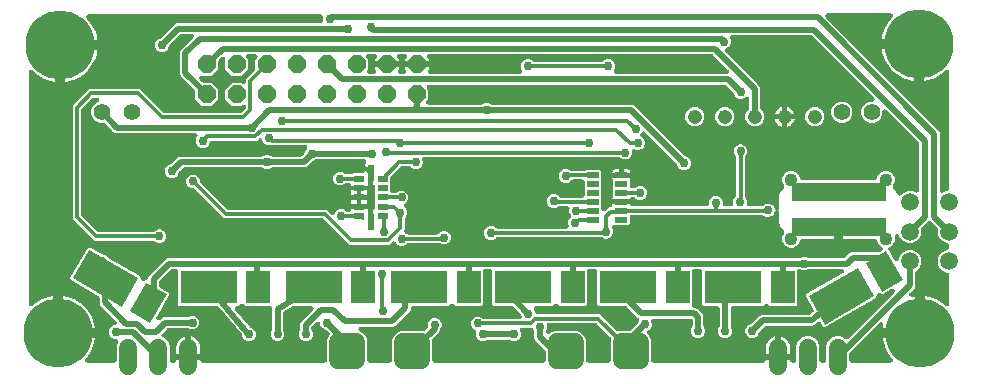
<source format=gbr>
G04 EAGLE Gerber RS-274X export*
G75*
%MOMM*%
%FSLAX34Y34*%
%LPD*%
%INTop Copper*%
%IPPOS*%
%AMOC8*
5,1,8,0,0,1.08239X$1,22.5*%
G01*
%ADD10C,1.400000*%
%ADD11C,1.500000*%
%ADD12R,8.000000X1.500000*%
%ADD13C,1.108000*%
%ADD14C,5.842000*%
%ADD15C,1.508000*%
%ADD16C,1.524000*%
%ADD17C,1.208000*%
%ADD18P,1.649562X8X22.500000*%
%ADD19R,1.000000X0.500000*%
%ADD20R,2.800000X4.800000*%
%ADD21R,2.800000X2.000000*%
%ADD22R,4.800000X2.800000*%
%ADD23R,2.000000X2.800000*%
%ADD24R,0.900000X0.500000*%
%ADD25R,0.500000X1.400000*%
%ADD26R,0.250000X0.580000*%
%ADD27C,0.304800*%
%ADD28C,0.756400*%
%ADD29C,0.508000*%

G36*
X82916Y10163D02*
X82916Y10163D01*
X82934Y10161D01*
X83116Y10182D01*
X83299Y10201D01*
X83316Y10206D01*
X83333Y10208D01*
X83508Y10265D01*
X83684Y10319D01*
X83699Y10327D01*
X83716Y10333D01*
X83876Y10423D01*
X84038Y10511D01*
X84051Y10522D01*
X84067Y10531D01*
X84206Y10651D01*
X84347Y10768D01*
X84358Y10782D01*
X84372Y10794D01*
X84484Y10939D01*
X84599Y11082D01*
X84607Y11098D01*
X84618Y11112D01*
X84700Y11277D01*
X84785Y11439D01*
X84790Y11456D01*
X84798Y11472D01*
X84845Y11651D01*
X84896Y11826D01*
X84898Y11844D01*
X84902Y11861D01*
X84929Y12192D01*
X84929Y24544D01*
X86095Y27359D01*
X86099Y27372D01*
X86105Y27383D01*
X86157Y27563D01*
X86212Y27744D01*
X86213Y27757D01*
X86217Y27770D01*
X86232Y27958D01*
X86250Y28145D01*
X86249Y28158D01*
X86250Y28172D01*
X86228Y28358D01*
X86208Y28545D01*
X86204Y28558D01*
X86203Y28571D01*
X86144Y28751D01*
X86088Y28930D01*
X86082Y28941D01*
X86078Y28954D01*
X85985Y29118D01*
X85895Y29283D01*
X85887Y29293D01*
X85880Y29305D01*
X85758Y29447D01*
X85636Y29591D01*
X85626Y29599D01*
X85617Y29610D01*
X85469Y29724D01*
X85321Y29842D01*
X85309Y29848D01*
X85299Y29856D01*
X85130Y29940D01*
X84963Y30026D01*
X84950Y30030D01*
X84938Y30036D01*
X84755Y30085D01*
X84576Y30136D01*
X84562Y30137D01*
X84549Y30140D01*
X84219Y30167D01*
X82840Y30167D01*
X80696Y31055D01*
X79055Y32696D01*
X78167Y34840D01*
X78167Y37160D01*
X79055Y39304D01*
X80696Y40945D01*
X82858Y41840D01*
X82982Y41854D01*
X83172Y41873D01*
X83180Y41875D01*
X83189Y41876D01*
X83373Y41934D01*
X83557Y41991D01*
X83565Y41995D01*
X83573Y41998D01*
X83741Y42090D01*
X83911Y42183D01*
X83918Y42188D01*
X83925Y42193D01*
X84072Y42317D01*
X84220Y42440D01*
X84226Y42447D01*
X84232Y42453D01*
X84352Y42605D01*
X84472Y42754D01*
X84476Y42762D01*
X84482Y42769D01*
X84570Y42942D01*
X84658Y43111D01*
X84660Y43120D01*
X84664Y43128D01*
X84716Y43314D01*
X84769Y43498D01*
X84770Y43507D01*
X84772Y43516D01*
X84786Y43709D01*
X84802Y43900D01*
X84801Y43908D01*
X84802Y43917D01*
X84777Y44110D01*
X84755Y44299D01*
X84752Y44308D01*
X84751Y44317D01*
X84690Y44499D01*
X84630Y44682D01*
X84626Y44690D01*
X84623Y44698D01*
X84527Y44865D01*
X84432Y45033D01*
X84427Y45040D01*
X84422Y45047D01*
X84207Y45300D01*
X70950Y58558D01*
X70251Y60245D01*
X70251Y64848D01*
X70242Y64938D01*
X70243Y65030D01*
X70222Y65138D01*
X70211Y65249D01*
X70185Y65336D01*
X70167Y65425D01*
X70126Y65528D01*
X70093Y65633D01*
X70050Y65713D01*
X70015Y65798D01*
X69954Y65890D01*
X69901Y65987D01*
X69843Y66057D01*
X69793Y66133D01*
X69714Y66212D01*
X69644Y66297D01*
X69573Y66354D01*
X69508Y66418D01*
X69395Y66497D01*
X69330Y66549D01*
X69287Y66571D01*
X69236Y66607D01*
X45697Y80197D01*
X45258Y81838D01*
X60107Y107558D01*
X61748Y107997D01*
X72262Y101927D01*
X72349Y101888D01*
X72432Y101840D01*
X72532Y101805D01*
X72629Y101762D01*
X72722Y101740D01*
X72812Y101709D01*
X72918Y101695D01*
X73021Y101672D01*
X73117Y101669D01*
X73211Y101656D01*
X73342Y101663D01*
X73423Y101661D01*
X73474Y101669D01*
X73524Y101672D01*
X75292Y101198D01*
X76741Y100087D01*
X77115Y99440D01*
X77210Y99307D01*
X77301Y99170D01*
X77327Y99144D01*
X77349Y99113D01*
X77470Y99001D01*
X77585Y98885D01*
X77620Y98861D01*
X77644Y98838D01*
X77719Y98793D01*
X77858Y98696D01*
X104789Y83148D01*
X105416Y80806D01*
X105422Y80790D01*
X105426Y80772D01*
X105494Y80601D01*
X105558Y80430D01*
X105568Y80415D01*
X105574Y80398D01*
X105675Y80244D01*
X105772Y80088D01*
X105784Y80075D01*
X105794Y80060D01*
X105923Y79930D01*
X106049Y79796D01*
X106064Y79786D01*
X106076Y79773D01*
X106228Y79670D01*
X106378Y79564D01*
X106394Y79557D01*
X106409Y79547D01*
X106579Y79476D01*
X106746Y79402D01*
X106764Y79398D01*
X106780Y79391D01*
X106960Y79354D01*
X107140Y79315D01*
X107157Y79314D01*
X107175Y79311D01*
X107358Y79311D01*
X107542Y79307D01*
X107560Y79311D01*
X107577Y79311D01*
X107904Y79370D01*
X109904Y79906D01*
X110049Y79961D01*
X110196Y80009D01*
X110237Y80032D01*
X110280Y80048D01*
X110412Y80130D01*
X110547Y80207D01*
X110582Y80237D01*
X110622Y80262D01*
X110734Y80368D01*
X110852Y80470D01*
X110880Y80506D01*
X110914Y80539D01*
X111003Y80666D01*
X111098Y80788D01*
X111119Y80829D01*
X111146Y80868D01*
X111208Y81009D01*
X111278Y81148D01*
X111290Y81193D01*
X111308Y81236D01*
X111342Y81387D01*
X111382Y81537D01*
X111386Y81590D01*
X111395Y81629D01*
X111397Y81716D01*
X111409Y81868D01*
X111409Y81913D01*
X112108Y83600D01*
X126400Y97892D01*
X128087Y98591D01*
X662501Y98591D01*
X662527Y98593D01*
X662554Y98591D01*
X662728Y98613D01*
X662901Y98631D01*
X662927Y98638D01*
X662953Y98642D01*
X663119Y98697D01*
X663286Y98749D01*
X663310Y98762D01*
X663335Y98770D01*
X663487Y98857D01*
X663492Y98860D01*
X665504Y99694D01*
X665840Y99833D01*
X668160Y99833D01*
X670476Y98874D01*
X670576Y98824D01*
X670730Y98742D01*
X670756Y98734D01*
X670780Y98722D01*
X670949Y98677D01*
X671116Y98627D01*
X671143Y98625D01*
X671169Y98618D01*
X671499Y98591D01*
X700257Y98591D01*
X700284Y98593D01*
X700310Y98591D01*
X700484Y98613D01*
X700658Y98631D01*
X700683Y98638D01*
X700710Y98642D01*
X700875Y98697D01*
X701043Y98749D01*
X701066Y98762D01*
X701092Y98770D01*
X701243Y98857D01*
X701397Y98941D01*
X701417Y98958D01*
X701440Y98971D01*
X701693Y99186D01*
X705400Y102892D01*
X707087Y103591D01*
X730075Y103591D01*
X730238Y103607D01*
X730402Y103617D01*
X730438Y103627D01*
X730476Y103631D01*
X730632Y103679D01*
X730791Y103721D01*
X730829Y103739D01*
X730860Y103749D01*
X730937Y103790D01*
X731090Y103863D01*
X732520Y104688D01*
X732583Y104734D01*
X732651Y104771D01*
X732746Y104851D01*
X732847Y104923D01*
X732900Y104980D01*
X732960Y105030D01*
X733037Y105127D01*
X733121Y105218D01*
X733162Y105284D01*
X733210Y105345D01*
X733267Y105455D01*
X733332Y105561D01*
X733359Y105634D01*
X733394Y105703D01*
X733428Y105822D01*
X733471Y105939D01*
X733483Y106016D01*
X733504Y106090D01*
X733514Y106214D01*
X733533Y106337D01*
X733529Y106414D01*
X733535Y106492D01*
X733520Y106615D01*
X733515Y106739D01*
X733496Y106814D01*
X733487Y106891D01*
X733448Y107009D01*
X733418Y107130D01*
X733384Y107200D01*
X733360Y107274D01*
X733299Y107381D01*
X733246Y107494D01*
X733199Y107556D01*
X733161Y107623D01*
X733079Y107717D01*
X733005Y107816D01*
X732947Y107868D01*
X732896Y107927D01*
X732798Y108002D01*
X732706Y108085D01*
X732638Y108125D01*
X732577Y108172D01*
X732434Y108246D01*
X732359Y108290D01*
X732324Y108302D01*
X732282Y108324D01*
X731700Y108565D01*
X729565Y110700D01*
X728320Y113705D01*
X728310Y113725D01*
X728303Y113746D01*
X728215Y113902D01*
X728130Y114060D01*
X728116Y114077D01*
X728105Y114097D01*
X727988Y114232D01*
X727874Y114371D01*
X727856Y114385D01*
X727842Y114402D01*
X727700Y114511D01*
X727561Y114624D01*
X727541Y114635D01*
X727524Y114648D01*
X727363Y114728D01*
X727204Y114811D01*
X727183Y114818D01*
X727163Y114828D01*
X726989Y114874D01*
X726818Y114924D01*
X726796Y114926D01*
X726774Y114932D01*
X726443Y114959D01*
X699749Y114959D01*
X699749Y117808D01*
X699747Y117826D01*
X699749Y117844D01*
X699728Y118026D01*
X699709Y118209D01*
X699704Y118226D01*
X699702Y118243D01*
X699645Y118418D01*
X699591Y118594D01*
X699583Y118609D01*
X699577Y118626D01*
X699487Y118786D01*
X699399Y118948D01*
X699388Y118961D01*
X699379Y118977D01*
X699259Y119116D01*
X699142Y119257D01*
X699128Y119268D01*
X699116Y119282D01*
X698971Y119394D01*
X698828Y119509D01*
X698812Y119517D01*
X698798Y119528D01*
X698633Y119610D01*
X698471Y119695D01*
X698454Y119700D01*
X698438Y119708D01*
X698259Y119755D01*
X698084Y119806D01*
X698066Y119808D01*
X698049Y119812D01*
X697718Y119839D01*
X694282Y119839D01*
X694264Y119837D01*
X694246Y119839D01*
X694064Y119818D01*
X693881Y119799D01*
X693864Y119794D01*
X693847Y119792D01*
X693672Y119735D01*
X693496Y119681D01*
X693481Y119673D01*
X693464Y119667D01*
X693304Y119577D01*
X693142Y119489D01*
X693129Y119478D01*
X693113Y119469D01*
X692974Y119349D01*
X692833Y119232D01*
X692822Y119218D01*
X692808Y119206D01*
X692696Y119061D01*
X692581Y118918D01*
X692573Y118902D01*
X692562Y118888D01*
X692480Y118723D01*
X692395Y118561D01*
X692390Y118544D01*
X692382Y118528D01*
X692334Y118349D01*
X692284Y118174D01*
X692282Y118156D01*
X692278Y118139D01*
X692251Y117808D01*
X692251Y114959D01*
X665557Y114959D01*
X665534Y114957D01*
X665512Y114959D01*
X665335Y114937D01*
X665156Y114919D01*
X665135Y114913D01*
X665112Y114910D01*
X664943Y114854D01*
X664771Y114801D01*
X664751Y114791D01*
X664730Y114784D01*
X664575Y114695D01*
X664417Y114609D01*
X664400Y114595D01*
X664380Y114584D01*
X664245Y114466D01*
X664108Y114352D01*
X664094Y114334D01*
X664077Y114320D01*
X663968Y114178D01*
X663855Y114038D01*
X663845Y114018D01*
X663831Y114000D01*
X663680Y113705D01*
X662435Y110700D01*
X660300Y108565D01*
X657510Y107409D01*
X654490Y107409D01*
X651700Y108565D01*
X649565Y110700D01*
X648409Y113490D01*
X648409Y116510D01*
X649572Y119317D01*
X649650Y119416D01*
X649767Y119558D01*
X649775Y119574D01*
X649786Y119588D01*
X649870Y119752D01*
X649955Y119914D01*
X649960Y119931D01*
X649968Y119947D01*
X650018Y120124D01*
X650070Y120300D01*
X650072Y120317D01*
X650076Y120335D01*
X650090Y120518D01*
X650106Y120701D01*
X650104Y120718D01*
X650106Y120736D01*
X650083Y120917D01*
X650063Y121101D01*
X650058Y121118D01*
X650055Y121136D01*
X649997Y121309D01*
X649941Y121485D01*
X649933Y121500D01*
X649927Y121517D01*
X649836Y121676D01*
X649747Y121837D01*
X649735Y121851D01*
X649726Y121866D01*
X649512Y122119D01*
X647386Y124244D01*
X645839Y127979D01*
X645839Y137301D01*
X645839Y137305D01*
X645839Y137310D01*
X645819Y137503D01*
X645799Y137701D01*
X645798Y137706D01*
X645798Y137710D01*
X645740Y137896D01*
X645681Y138086D01*
X645679Y138090D01*
X645678Y138094D01*
X645584Y138266D01*
X645489Y138440D01*
X645487Y138444D01*
X645484Y138448D01*
X645357Y138599D01*
X645232Y138749D01*
X645228Y138752D01*
X645225Y138756D01*
X645071Y138879D01*
X644918Y139002D01*
X644916Y139003D01*
X644970Y139033D01*
X644973Y139036D01*
X644977Y139038D01*
X645126Y139167D01*
X645275Y139295D01*
X645278Y139298D01*
X645282Y139301D01*
X645402Y139456D01*
X645524Y139612D01*
X645526Y139616D01*
X645528Y139619D01*
X645617Y139797D01*
X645704Y139972D01*
X645706Y139976D01*
X645708Y139980D01*
X645759Y140170D01*
X645811Y140360D01*
X645811Y140364D01*
X645812Y140369D01*
X645839Y140699D01*
X645839Y152021D01*
X647386Y155756D01*
X649512Y157881D01*
X649523Y157895D01*
X649536Y157906D01*
X649650Y158050D01*
X649767Y158192D01*
X649775Y158208D01*
X649786Y158222D01*
X649869Y158386D01*
X649955Y158548D01*
X649960Y158565D01*
X649968Y158581D01*
X650018Y158758D01*
X650070Y158934D01*
X650072Y158952D01*
X650076Y158969D01*
X650090Y159152D01*
X650106Y159335D01*
X650104Y159353D01*
X650106Y159371D01*
X650083Y159552D01*
X650063Y159735D01*
X650058Y159752D01*
X650055Y159770D01*
X649997Y159944D01*
X649941Y160119D01*
X649933Y160135D01*
X649927Y160152D01*
X649835Y160311D01*
X649747Y160471D01*
X649735Y160485D01*
X649726Y160501D01*
X649573Y160682D01*
X648409Y163490D01*
X648409Y166510D01*
X649565Y169300D01*
X651700Y171435D01*
X654490Y172591D01*
X657510Y172591D01*
X660300Y171435D01*
X662435Y169300D01*
X663597Y166494D01*
X663612Y166364D01*
X663631Y166181D01*
X663636Y166164D01*
X663638Y166147D01*
X663695Y165972D01*
X663749Y165796D01*
X663757Y165781D01*
X663763Y165764D01*
X663853Y165604D01*
X663941Y165442D01*
X663952Y165429D01*
X663961Y165413D01*
X664081Y165274D01*
X664198Y165133D01*
X664212Y165122D01*
X664224Y165108D01*
X664369Y164996D01*
X664512Y164881D01*
X664528Y164873D01*
X664542Y164862D01*
X664707Y164780D01*
X664869Y164695D01*
X664886Y164690D01*
X664902Y164682D01*
X665081Y164635D01*
X665256Y164584D01*
X665274Y164582D01*
X665291Y164578D01*
X665622Y164551D01*
X726378Y164551D01*
X726396Y164553D01*
X726414Y164551D01*
X726596Y164572D01*
X726779Y164591D01*
X726796Y164596D01*
X726813Y164598D01*
X726988Y164655D01*
X727164Y164709D01*
X727179Y164717D01*
X727196Y164723D01*
X727356Y164813D01*
X727518Y164901D01*
X727531Y164912D01*
X727547Y164921D01*
X727686Y165041D01*
X727827Y165158D01*
X727838Y165172D01*
X727852Y165184D01*
X727964Y165329D01*
X728079Y165472D01*
X728087Y165488D01*
X728098Y165502D01*
X728180Y165667D01*
X728265Y165829D01*
X728270Y165846D01*
X728278Y165862D01*
X728325Y166041D01*
X728376Y166216D01*
X728378Y166234D01*
X728382Y166251D01*
X728402Y166492D01*
X729565Y169300D01*
X731700Y171435D01*
X734490Y172591D01*
X737510Y172591D01*
X740300Y171435D01*
X742435Y169300D01*
X743591Y166510D01*
X743591Y163490D01*
X742428Y160683D01*
X742350Y160584D01*
X742233Y160442D01*
X742225Y160426D01*
X742214Y160412D01*
X742130Y160248D01*
X742045Y160086D01*
X742040Y160069D01*
X742032Y160053D01*
X741982Y159876D01*
X741930Y159700D01*
X741928Y159683D01*
X741924Y159665D01*
X741910Y159482D01*
X741894Y159299D01*
X741896Y159282D01*
X741894Y159264D01*
X741917Y159082D01*
X741937Y158899D01*
X741942Y158882D01*
X741945Y158864D01*
X742003Y158691D01*
X742059Y158515D01*
X742067Y158500D01*
X742073Y158483D01*
X742164Y158324D01*
X742253Y158163D01*
X742265Y158149D01*
X742274Y158134D01*
X742488Y157881D01*
X744614Y155756D01*
X745817Y152852D01*
X745823Y152840D01*
X745827Y152827D01*
X745918Y152663D01*
X746007Y152497D01*
X746015Y152487D01*
X746022Y152475D01*
X746143Y152332D01*
X746263Y152187D01*
X746274Y152178D01*
X746282Y152168D01*
X746430Y152051D01*
X746576Y151933D01*
X746588Y151927D01*
X746598Y151918D01*
X746766Y151833D01*
X746932Y151746D01*
X746945Y151742D01*
X746957Y151736D01*
X747139Y151685D01*
X747319Y151633D01*
X747332Y151632D01*
X747345Y151628D01*
X747534Y151614D01*
X747720Y151598D01*
X747733Y151600D01*
X747747Y151599D01*
X747935Y151622D01*
X748120Y151643D01*
X748133Y151647D01*
X748146Y151649D01*
X748325Y151709D01*
X748503Y151766D01*
X748515Y151773D01*
X748528Y151777D01*
X748690Y151871D01*
X748855Y151963D01*
X748865Y151972D01*
X748877Y151978D01*
X749130Y152193D01*
X751067Y154131D01*
X752050Y154537D01*
X752050Y154538D01*
X754592Y155591D01*
X758408Y155591D01*
X761601Y154268D01*
X761614Y154264D01*
X761625Y154258D01*
X761805Y154206D01*
X761986Y154152D01*
X761999Y154150D01*
X762012Y154147D01*
X762200Y154131D01*
X762387Y154114D01*
X762400Y154115D01*
X762414Y154114D01*
X762600Y154136D01*
X762787Y154155D01*
X762800Y154159D01*
X762813Y154161D01*
X762992Y154219D01*
X763172Y154275D01*
X763183Y154281D01*
X763196Y154286D01*
X763360Y154378D01*
X763525Y154468D01*
X763535Y154477D01*
X763547Y154483D01*
X763689Y154606D01*
X763833Y154727D01*
X763841Y154738D01*
X763852Y154747D01*
X763966Y154894D01*
X764084Y155042D01*
X764090Y155054D01*
X764098Y155065D01*
X764182Y155233D01*
X764268Y155400D01*
X764272Y155413D01*
X764278Y155425D01*
X764327Y155608D01*
X764378Y155788D01*
X764379Y155801D01*
X764382Y155814D01*
X764409Y156145D01*
X764409Y195257D01*
X764407Y195284D01*
X764409Y195310D01*
X764387Y195484D01*
X764369Y195658D01*
X764362Y195683D01*
X764358Y195710D01*
X764303Y195875D01*
X764251Y196043D01*
X764238Y196066D01*
X764230Y196092D01*
X764143Y196243D01*
X764059Y196397D01*
X764042Y196417D01*
X764029Y196440D01*
X763814Y196693D01*
X736618Y223889D01*
X736611Y223895D01*
X736606Y223902D01*
X736456Y224022D01*
X736307Y224145D01*
X736299Y224149D01*
X736292Y224154D01*
X736121Y224243D01*
X735951Y224333D01*
X735943Y224336D01*
X735935Y224340D01*
X735749Y224393D01*
X735565Y224448D01*
X735556Y224449D01*
X735548Y224451D01*
X735356Y224467D01*
X735164Y224484D01*
X735155Y224483D01*
X735146Y224484D01*
X734957Y224462D01*
X734764Y224441D01*
X734755Y224438D01*
X734747Y224437D01*
X734565Y224378D01*
X734380Y224319D01*
X734372Y224315D01*
X734364Y224312D01*
X734195Y224217D01*
X734028Y224125D01*
X734021Y224119D01*
X734013Y224114D01*
X733867Y223988D01*
X733721Y223864D01*
X733715Y223857D01*
X733708Y223851D01*
X733591Y223700D01*
X733471Y223548D01*
X733467Y223540D01*
X733462Y223533D01*
X733376Y223361D01*
X733289Y223189D01*
X733286Y223181D01*
X733282Y223173D01*
X733232Y222986D01*
X733181Y222801D01*
X733180Y222792D01*
X733178Y222784D01*
X733151Y222453D01*
X733151Y220300D01*
X731773Y216973D01*
X729227Y214427D01*
X725900Y213049D01*
X722300Y213049D01*
X718973Y214427D01*
X716427Y216973D01*
X715049Y220300D01*
X715049Y223900D01*
X716427Y227227D01*
X718973Y229773D01*
X722300Y231151D01*
X724453Y231151D01*
X724462Y231152D01*
X724471Y231151D01*
X724664Y231172D01*
X724854Y231191D01*
X724862Y231193D01*
X724871Y231194D01*
X725056Y231253D01*
X725239Y231309D01*
X725247Y231313D01*
X725255Y231316D01*
X725423Y231409D01*
X725593Y231501D01*
X725600Y231506D01*
X725607Y231511D01*
X725754Y231635D01*
X725902Y231758D01*
X725908Y231765D01*
X725914Y231771D01*
X726034Y231923D01*
X726154Y232072D01*
X726158Y232080D01*
X726164Y232087D01*
X726252Y232260D01*
X726340Y232429D01*
X726342Y232438D01*
X726346Y232446D01*
X726398Y232632D01*
X726451Y232816D01*
X726452Y232825D01*
X726454Y232834D01*
X726468Y233026D01*
X726484Y233218D01*
X726483Y233226D01*
X726484Y233235D01*
X726459Y233428D01*
X726437Y233617D01*
X726434Y233626D01*
X726433Y233635D01*
X726372Y233817D01*
X726312Y234000D01*
X726308Y234008D01*
X726305Y234016D01*
X726209Y234183D01*
X726114Y234351D01*
X726109Y234358D01*
X726104Y234365D01*
X725889Y234618D01*
X673693Y286814D01*
X673673Y286831D01*
X673655Y286852D01*
X673517Y286959D01*
X673382Y287069D01*
X673358Y287082D01*
X673337Y287098D01*
X673180Y287176D01*
X673026Y287258D01*
X673001Y287266D01*
X672977Y287278D01*
X672807Y287323D01*
X672640Y287373D01*
X672614Y287375D01*
X672588Y287382D01*
X672257Y287409D01*
X606113Y287409D01*
X606099Y287408D01*
X606086Y287409D01*
X605900Y287388D01*
X605712Y287369D01*
X605699Y287365D01*
X605686Y287364D01*
X605507Y287307D01*
X605327Y287251D01*
X605315Y287245D01*
X605303Y287241D01*
X605138Y287149D01*
X604973Y287059D01*
X604963Y287051D01*
X604951Y287044D01*
X604807Y286921D01*
X604664Y286802D01*
X604655Y286791D01*
X604645Y286783D01*
X604529Y286634D01*
X604412Y286488D01*
X604405Y286476D01*
X604397Y286466D01*
X604312Y286297D01*
X604226Y286131D01*
X604222Y286118D01*
X604216Y286106D01*
X604166Y285923D01*
X604115Y285744D01*
X604114Y285730D01*
X604110Y285717D01*
X604097Y285531D01*
X604082Y285342D01*
X604083Y285329D01*
X604082Y285316D01*
X604107Y285130D01*
X604129Y284943D01*
X604133Y284930D01*
X604135Y284917D01*
X604236Y284601D01*
X604833Y283160D01*
X604833Y280840D01*
X603945Y278696D01*
X602304Y277055D01*
X600964Y276500D01*
X600952Y276494D01*
X600939Y276490D01*
X600775Y276399D01*
X600609Y276310D01*
X600599Y276301D01*
X600587Y276295D01*
X600444Y276174D01*
X600299Y276054D01*
X600290Y276043D01*
X600280Y276035D01*
X600163Y275887D01*
X600045Y275741D01*
X600039Y275729D01*
X600030Y275719D01*
X599945Y275551D01*
X599858Y275384D01*
X599854Y275372D01*
X599848Y275360D01*
X599798Y275178D01*
X599745Y274998D01*
X599744Y274985D01*
X599740Y274972D01*
X599726Y274783D01*
X599710Y274597D01*
X599712Y274584D01*
X599711Y274570D01*
X599734Y274383D01*
X599755Y274197D01*
X599759Y274184D01*
X599761Y274171D01*
X599821Y273993D01*
X599879Y273814D01*
X599885Y273802D01*
X599889Y273789D01*
X599983Y273626D01*
X600075Y273462D01*
X600084Y273452D01*
X600090Y273440D01*
X600305Y273187D01*
X627315Y246178D01*
X628892Y244600D01*
X629591Y242913D01*
X629591Y225893D01*
X629593Y225866D01*
X629591Y225839D01*
X629613Y225665D01*
X629631Y225492D01*
X629638Y225467D01*
X629642Y225440D01*
X629697Y225274D01*
X629749Y225107D01*
X629762Y225084D01*
X629770Y225058D01*
X629857Y224907D01*
X629941Y224753D01*
X629958Y224733D01*
X629971Y224709D01*
X630186Y224456D01*
X631859Y222783D01*
X633091Y219809D01*
X633091Y216591D01*
X631859Y213617D01*
X629583Y211341D01*
X626609Y210109D01*
X623391Y210109D01*
X620417Y211341D01*
X618141Y213617D01*
X616909Y216591D01*
X616909Y219809D01*
X618141Y222783D01*
X619814Y224456D01*
X619831Y224477D01*
X619852Y224495D01*
X619959Y224632D01*
X620069Y224768D01*
X620082Y224791D01*
X620098Y224813D01*
X620176Y224970D01*
X620258Y225124D01*
X620266Y225149D01*
X620278Y225173D01*
X620323Y225343D01*
X620373Y225509D01*
X620375Y225536D01*
X620382Y225562D01*
X620409Y225893D01*
X620409Y233257D01*
X620408Y233265D01*
X620409Y233274D01*
X620388Y233466D01*
X620369Y233657D01*
X620367Y233666D01*
X620366Y233675D01*
X620308Y233857D01*
X620251Y234042D01*
X620247Y234050D01*
X620244Y234059D01*
X620151Y234227D01*
X620059Y234396D01*
X620054Y234403D01*
X620049Y234411D01*
X619924Y234559D01*
X619802Y234705D01*
X619795Y234711D01*
X619789Y234718D01*
X619637Y234838D01*
X619488Y234958D01*
X619480Y234962D01*
X619473Y234968D01*
X619300Y235055D01*
X619131Y235143D01*
X619122Y235146D01*
X619114Y235150D01*
X618929Y235202D01*
X618744Y235255D01*
X618735Y235255D01*
X618726Y235258D01*
X618534Y235272D01*
X618342Y235288D01*
X618334Y235287D01*
X618325Y235287D01*
X618133Y235263D01*
X617943Y235241D01*
X617934Y235238D01*
X617925Y235237D01*
X617743Y235176D01*
X617560Y235116D01*
X617552Y235111D01*
X617544Y235109D01*
X617376Y235012D01*
X617209Y234918D01*
X617202Y234912D01*
X617195Y234908D01*
X616942Y234693D01*
X616304Y234055D01*
X614160Y233167D01*
X611840Y233167D01*
X609696Y234055D01*
X608055Y235696D01*
X607096Y238011D01*
X607061Y238117D01*
X607009Y238285D01*
X606996Y238308D01*
X606988Y238334D01*
X606901Y238485D01*
X606817Y238639D01*
X606800Y238659D01*
X606787Y238682D01*
X606572Y238935D01*
X600693Y244814D01*
X600673Y244831D01*
X600655Y244852D01*
X600517Y244959D01*
X600382Y245069D01*
X600358Y245082D01*
X600337Y245098D01*
X600180Y245176D01*
X600026Y245258D01*
X600001Y245266D01*
X599977Y245278D01*
X599807Y245323D01*
X599640Y245373D01*
X599614Y245375D01*
X599588Y245382D01*
X599257Y245409D01*
X349371Y245409D01*
X349362Y245408D01*
X349353Y245409D01*
X349161Y245388D01*
X348970Y245369D01*
X348962Y245367D01*
X348953Y245366D01*
X348771Y245308D01*
X348586Y245251D01*
X348578Y245247D01*
X348569Y245244D01*
X348401Y245151D01*
X348231Y245059D01*
X348225Y245054D01*
X348217Y245049D01*
X348068Y244923D01*
X347922Y244802D01*
X347917Y244795D01*
X347910Y244789D01*
X347791Y244638D01*
X347670Y244488D01*
X347666Y244480D01*
X347660Y244473D01*
X347573Y244302D01*
X347484Y244131D01*
X347482Y244122D01*
X347478Y244114D01*
X347426Y243929D01*
X347373Y243744D01*
X347372Y243735D01*
X347370Y243726D01*
X347356Y243534D01*
X347340Y243342D01*
X347341Y243334D01*
X347340Y243325D01*
X347365Y243132D01*
X347387Y242943D01*
X347390Y242934D01*
X347391Y242925D01*
X347452Y242742D01*
X347512Y242560D01*
X347516Y242552D01*
X347519Y242544D01*
X347614Y242378D01*
X347710Y242209D01*
X347716Y242202D01*
X347720Y242195D01*
X347935Y241942D01*
X348571Y241306D01*
X348571Y233294D01*
X347335Y232058D01*
X347329Y232051D01*
X347322Y232046D01*
X347202Y231896D01*
X347080Y231747D01*
X347075Y231739D01*
X347070Y231732D01*
X346981Y231562D01*
X346891Y231391D01*
X346888Y231382D01*
X346884Y231375D01*
X346831Y231190D01*
X346776Y231005D01*
X346775Y230996D01*
X346773Y230988D01*
X346757Y230796D01*
X346740Y230604D01*
X346741Y230595D01*
X346740Y230586D01*
X346762Y230397D01*
X346783Y230204D01*
X346786Y230195D01*
X346787Y230187D01*
X346847Y230003D01*
X346905Y229820D01*
X346909Y229812D01*
X346912Y229804D01*
X347006Y229637D01*
X347100Y229468D01*
X347105Y229461D01*
X347110Y229453D01*
X347237Y229306D01*
X347360Y229161D01*
X347367Y229155D01*
X347373Y229148D01*
X347523Y229032D01*
X347676Y228911D01*
X347684Y228907D01*
X347691Y228902D01*
X347862Y228816D01*
X348035Y228729D01*
X348044Y228726D01*
X348052Y228722D01*
X348238Y228672D01*
X348423Y228621D01*
X348432Y228620D01*
X348440Y228618D01*
X348771Y228591D01*
X393501Y228591D01*
X393527Y228593D01*
X393554Y228591D01*
X393728Y228613D01*
X393901Y228631D01*
X393927Y228638D01*
X393953Y228642D01*
X394119Y228697D01*
X394286Y228749D01*
X394310Y228762D01*
X394335Y228770D01*
X394487Y228857D01*
X394492Y228860D01*
X396504Y229694D01*
X396840Y229833D01*
X399160Y229833D01*
X401476Y228874D01*
X401576Y228824D01*
X401730Y228742D01*
X401756Y228734D01*
X401780Y228722D01*
X401949Y228677D01*
X402116Y228627D01*
X402143Y228625D01*
X402169Y228618D01*
X402499Y228591D01*
X520913Y228591D01*
X522600Y227892D01*
X565065Y185428D01*
X565078Y185417D01*
X565087Y185406D01*
X565094Y185401D01*
X565103Y185390D01*
X565241Y185283D01*
X565376Y185173D01*
X565400Y185160D01*
X565421Y185144D01*
X565578Y185066D01*
X565732Y184984D01*
X565757Y184976D01*
X565781Y184964D01*
X565951Y184919D01*
X565956Y184917D01*
X568304Y183945D01*
X569945Y182304D01*
X570833Y180160D01*
X570833Y177840D01*
X569945Y175696D01*
X568304Y174055D01*
X566160Y173167D01*
X563840Y173167D01*
X561696Y174055D01*
X560055Y175696D01*
X559096Y178011D01*
X559061Y178117D01*
X559009Y178285D01*
X558996Y178308D01*
X558988Y178334D01*
X558901Y178485D01*
X558817Y178639D01*
X558800Y178659D01*
X558787Y178682D01*
X558572Y178935D01*
X532260Y205248D01*
X532250Y205256D01*
X532241Y205267D01*
X532094Y205384D01*
X531949Y205503D01*
X531937Y205509D01*
X531926Y205517D01*
X531758Y205604D01*
X531593Y205691D01*
X531580Y205695D01*
X531568Y205701D01*
X531387Y205753D01*
X531207Y205806D01*
X531194Y205807D01*
X531181Y205811D01*
X530994Y205825D01*
X530806Y205842D01*
X530792Y205841D01*
X530779Y205842D01*
X530594Y205819D01*
X530406Y205799D01*
X530393Y205795D01*
X530379Y205793D01*
X530202Y205734D01*
X530022Y205678D01*
X530010Y205671D01*
X529997Y205667D01*
X529834Y205574D01*
X529670Y205483D01*
X529659Y205474D01*
X529648Y205467D01*
X529505Y205343D01*
X529363Y205222D01*
X529354Y205212D01*
X529344Y205203D01*
X529229Y205053D01*
X529113Y204906D01*
X529107Y204894D01*
X529099Y204884D01*
X529063Y204814D01*
X528547Y204298D01*
X528539Y204288D01*
X528528Y204279D01*
X528411Y204132D01*
X528292Y203987D01*
X528286Y203975D01*
X528277Y203965D01*
X528191Y203797D01*
X528103Y203631D01*
X528100Y203618D01*
X528093Y203606D01*
X528042Y203426D01*
X527989Y203245D01*
X527987Y203232D01*
X527984Y203219D01*
X527969Y203033D01*
X527952Y202844D01*
X527954Y202831D01*
X527953Y202818D01*
X527975Y202632D01*
X527996Y202444D01*
X528000Y202431D01*
X528001Y202418D01*
X528060Y202239D01*
X528117Y202060D01*
X528124Y202048D01*
X528128Y202036D01*
X528221Y201873D01*
X528312Y201708D01*
X528321Y201698D01*
X528327Y201686D01*
X528450Y201545D01*
X528572Y201401D01*
X528583Y201392D01*
X528592Y201382D01*
X528741Y201267D01*
X528888Y201151D01*
X528900Y201145D01*
X528911Y201137D01*
X529206Y200985D01*
X529304Y200945D01*
X530945Y199304D01*
X531833Y197160D01*
X531833Y194840D01*
X530945Y192696D01*
X529304Y191055D01*
X528649Y190784D01*
X527160Y190167D01*
X524840Y190167D01*
X523641Y190664D01*
X523628Y190668D01*
X523617Y190674D01*
X523436Y190726D01*
X523256Y190780D01*
X523243Y190781D01*
X523230Y190785D01*
X523041Y190801D01*
X522855Y190818D01*
X522842Y190817D01*
X522828Y190818D01*
X522642Y190796D01*
X522455Y190777D01*
X522442Y190773D01*
X522429Y190771D01*
X522251Y190713D01*
X522070Y190657D01*
X522059Y190650D01*
X522046Y190646D01*
X521882Y190554D01*
X521717Y190464D01*
X521707Y190455D01*
X521695Y190448D01*
X521553Y190325D01*
X521409Y190204D01*
X521401Y190194D01*
X521390Y190185D01*
X521276Y190037D01*
X521158Y189890D01*
X521152Y189878D01*
X521144Y189867D01*
X521060Y189699D01*
X520974Y189531D01*
X520970Y189519D01*
X520964Y189507D01*
X520915Y189324D01*
X520864Y189144D01*
X520863Y189131D01*
X520860Y189118D01*
X520833Y188787D01*
X520833Y186840D01*
X519945Y184696D01*
X518304Y183055D01*
X517347Y182659D01*
X516160Y182167D01*
X513840Y182167D01*
X511696Y183055D01*
X510921Y183830D01*
X510900Y183847D01*
X510883Y183868D01*
X510745Y183975D01*
X510609Y184085D01*
X510586Y184098D01*
X510565Y184114D01*
X510408Y184192D01*
X510254Y184274D01*
X510228Y184282D01*
X510204Y184294D01*
X510035Y184339D01*
X509868Y184389D01*
X509841Y184391D01*
X509815Y184398D01*
X509485Y184425D01*
X345520Y184425D01*
X345507Y184424D01*
X345494Y184425D01*
X345307Y184404D01*
X345120Y184385D01*
X345107Y184381D01*
X345093Y184380D01*
X344915Y184322D01*
X344735Y184267D01*
X344723Y184261D01*
X344710Y184257D01*
X344546Y184165D01*
X344381Y184075D01*
X344370Y184067D01*
X344359Y184060D01*
X344216Y183938D01*
X344071Y183818D01*
X344063Y183807D01*
X344053Y183799D01*
X343937Y183650D01*
X343819Y183504D01*
X343813Y183492D01*
X343805Y183482D01*
X343719Y183311D01*
X343634Y183147D01*
X343630Y183134D01*
X343624Y183122D01*
X343574Y182940D01*
X343522Y182760D01*
X343521Y182746D01*
X343518Y182733D01*
X343505Y182546D01*
X343489Y182358D01*
X343491Y182345D01*
X343490Y182332D01*
X343514Y182146D01*
X343536Y181959D01*
X343540Y181946D01*
X343542Y181933D01*
X343644Y181617D01*
X343833Y181160D01*
X343833Y178840D01*
X342945Y176696D01*
X341304Y175055D01*
X339160Y174167D01*
X336840Y174167D01*
X334696Y175055D01*
X333921Y175830D01*
X333900Y175847D01*
X333883Y175868D01*
X333745Y175975D01*
X333609Y176085D01*
X333586Y176098D01*
X333565Y176114D01*
X333408Y176192D01*
X333254Y176274D01*
X333228Y176282D01*
X333204Y176294D01*
X333035Y176339D01*
X332868Y176389D01*
X332841Y176391D01*
X332815Y176398D01*
X332485Y176425D01*
X326322Y176425D01*
X326296Y176423D01*
X326269Y176425D01*
X326095Y176403D01*
X325921Y176385D01*
X325896Y176378D01*
X325869Y176374D01*
X325704Y176319D01*
X325537Y176267D01*
X325513Y176254D01*
X325488Y176246D01*
X325336Y176159D01*
X325183Y176075D01*
X325162Y176058D01*
X325139Y176045D01*
X324886Y175830D01*
X317146Y168090D01*
X317129Y168070D01*
X317108Y168052D01*
X317001Y167914D01*
X316891Y167779D01*
X316878Y167755D01*
X316862Y167734D01*
X316784Y167577D01*
X316702Y167423D01*
X316694Y167398D01*
X316682Y167373D01*
X316637Y167204D01*
X316587Y167037D01*
X316585Y167011D01*
X316578Y166985D01*
X316551Y166654D01*
X316551Y155606D01*
X316553Y155588D01*
X316551Y155570D01*
X316572Y155388D01*
X316591Y155205D01*
X316596Y155188D01*
X316598Y155171D01*
X316655Y154996D01*
X316709Y154820D01*
X316717Y154805D01*
X316723Y154788D01*
X316813Y154628D01*
X316901Y154466D01*
X316912Y154453D01*
X316921Y154437D01*
X317041Y154298D01*
X317158Y154157D01*
X317172Y154146D01*
X317184Y154132D01*
X317329Y154020D01*
X317472Y153905D01*
X317488Y153897D01*
X317502Y153886D01*
X317667Y153804D01*
X317829Y153719D01*
X317846Y153714D01*
X317862Y153706D01*
X318041Y153659D01*
X318216Y153608D01*
X318234Y153606D01*
X318251Y153602D01*
X318582Y153575D01*
X320485Y153575D01*
X320511Y153577D01*
X320538Y153575D01*
X320712Y153597D01*
X320885Y153615D01*
X320911Y153622D01*
X320937Y153626D01*
X321103Y153681D01*
X321270Y153733D01*
X321294Y153746D01*
X321319Y153754D01*
X321471Y153841D01*
X321624Y153925D01*
X321645Y153942D01*
X321668Y153955D01*
X321921Y154170D01*
X322696Y154945D01*
X324840Y155833D01*
X327160Y155833D01*
X329304Y154945D01*
X330945Y153304D01*
X331833Y151160D01*
X331833Y148840D01*
X330945Y146696D01*
X329304Y145055D01*
X329206Y145015D01*
X329194Y145008D01*
X329181Y145004D01*
X329017Y144913D01*
X328851Y144825D01*
X328841Y144816D01*
X328829Y144809D01*
X328686Y144688D01*
X328541Y144568D01*
X328532Y144558D01*
X328522Y144549D01*
X328406Y144402D01*
X328287Y144256D01*
X328281Y144244D01*
X328273Y144233D01*
X328187Y144065D01*
X328100Y143899D01*
X328096Y143886D01*
X328090Y143874D01*
X328039Y143690D01*
X327987Y143513D01*
X327986Y143499D01*
X327982Y143486D01*
X327968Y143297D01*
X327952Y143111D01*
X327954Y143098D01*
X327953Y143085D01*
X327976Y142897D01*
X327997Y142711D01*
X328001Y142699D01*
X328003Y142685D01*
X328063Y142507D01*
X328121Y142328D01*
X328127Y142316D01*
X328131Y142304D01*
X328225Y142141D01*
X328317Y141977D01*
X328326Y141966D01*
X328332Y141955D01*
X328547Y141702D01*
X329945Y140304D01*
X330833Y138160D01*
X330833Y135840D01*
X329945Y133696D01*
X329170Y132921D01*
X329153Y132900D01*
X329132Y132883D01*
X329025Y132745D01*
X328915Y132609D01*
X328902Y132586D01*
X328886Y132565D01*
X328808Y132408D01*
X328726Y132254D01*
X328718Y132228D01*
X328706Y132204D01*
X328661Y132035D01*
X328611Y131868D01*
X328609Y131841D01*
X328602Y131815D01*
X328575Y131485D01*
X328575Y122864D01*
X328571Y122857D01*
X328563Y122846D01*
X328477Y122679D01*
X328389Y122513D01*
X328385Y122500D01*
X328379Y122488D01*
X328327Y122306D01*
X328274Y122127D01*
X328273Y122114D01*
X328269Y122101D01*
X328255Y121914D01*
X328238Y121726D01*
X328239Y121713D01*
X328238Y121699D01*
X328261Y121513D01*
X328281Y121326D01*
X328285Y121313D01*
X328287Y121300D01*
X328346Y121121D01*
X328402Y120942D01*
X328409Y120930D01*
X328413Y120917D01*
X328506Y120754D01*
X328597Y120590D01*
X328606Y120579D01*
X328613Y120568D01*
X328736Y120426D01*
X328858Y120283D01*
X328868Y120274D01*
X328877Y120264D01*
X329027Y120149D01*
X329174Y120033D01*
X329186Y120027D01*
X329196Y120019D01*
X329266Y119983D01*
X330079Y119170D01*
X330100Y119153D01*
X330117Y119132D01*
X330255Y119025D01*
X330391Y118915D01*
X330414Y118902D01*
X330435Y118886D01*
X330592Y118808D01*
X330746Y118726D01*
X330772Y118718D01*
X330796Y118706D01*
X330965Y118661D01*
X331132Y118611D01*
X331159Y118609D01*
X331185Y118602D01*
X331515Y118575D01*
X355485Y118575D01*
X355511Y118577D01*
X355538Y118575D01*
X355712Y118597D01*
X355885Y118615D01*
X355911Y118622D01*
X355937Y118626D01*
X356103Y118681D01*
X356270Y118733D01*
X356294Y118746D01*
X356319Y118754D01*
X356471Y118841D01*
X356624Y118925D01*
X356645Y118942D01*
X356668Y118955D01*
X356921Y119170D01*
X358696Y120945D01*
X360840Y121833D01*
X363160Y121833D01*
X365304Y120945D01*
X366945Y119304D01*
X367833Y117160D01*
X367833Y114840D01*
X366945Y112696D01*
X365304Y111055D01*
X363160Y110167D01*
X360840Y110167D01*
X358578Y111104D01*
X358565Y111114D01*
X358408Y111192D01*
X358254Y111274D01*
X358228Y111282D01*
X358204Y111294D01*
X358035Y111339D01*
X357868Y111389D01*
X357841Y111391D01*
X357815Y111398D01*
X357485Y111425D01*
X331515Y111425D01*
X331489Y111423D01*
X331462Y111425D01*
X331288Y111403D01*
X331115Y111385D01*
X331089Y111378D01*
X331063Y111374D01*
X330897Y111319D01*
X330730Y111267D01*
X330706Y111254D01*
X330681Y111246D01*
X330529Y111159D01*
X330376Y111075D01*
X330355Y111058D01*
X330332Y111045D01*
X330079Y110830D01*
X329304Y110055D01*
X327160Y109167D01*
X324840Y109167D01*
X322696Y110055D01*
X321006Y111745D01*
X320943Y111863D01*
X320934Y111874D01*
X320928Y111885D01*
X320806Y112028D01*
X320686Y112174D01*
X320676Y112182D01*
X320667Y112192D01*
X320520Y112308D01*
X320374Y112427D01*
X320362Y112434D01*
X320351Y112442D01*
X320184Y112527D01*
X320017Y112615D01*
X320004Y112618D01*
X319992Y112624D01*
X319810Y112675D01*
X319631Y112728D01*
X319618Y112729D01*
X319604Y112732D01*
X319415Y112746D01*
X319230Y112762D01*
X319216Y112761D01*
X319203Y112762D01*
X319015Y112738D01*
X318830Y112717D01*
X318817Y112713D01*
X318803Y112711D01*
X318625Y112652D01*
X318446Y112594D01*
X318435Y112587D01*
X318422Y112583D01*
X318260Y112490D01*
X318095Y112398D01*
X318084Y112389D01*
X318073Y112382D01*
X317820Y112168D01*
X315722Y110069D01*
X281875Y110069D01*
X260114Y131830D01*
X260094Y131847D01*
X260076Y131868D01*
X259938Y131975D01*
X259803Y132085D01*
X259779Y132098D01*
X259758Y132114D01*
X259601Y132192D01*
X259447Y132274D01*
X259422Y132282D01*
X259397Y132294D01*
X259228Y132339D01*
X259061Y132389D01*
X259035Y132391D01*
X259009Y132398D01*
X258678Y132425D01*
X175647Y132425D01*
X151000Y157072D01*
X150980Y157089D01*
X150962Y157110D01*
X150824Y157217D01*
X150689Y157327D01*
X150665Y157340D01*
X150644Y157356D01*
X150487Y157434D01*
X150333Y157516D01*
X150308Y157524D01*
X150283Y157536D01*
X150114Y157581D01*
X149947Y157631D01*
X149921Y157633D01*
X149895Y157640D01*
X149564Y157667D01*
X148468Y157667D01*
X146324Y158555D01*
X144683Y160196D01*
X143795Y162340D01*
X143795Y164660D01*
X144683Y166804D01*
X146324Y168445D01*
X147076Y168756D01*
X148468Y169333D01*
X150788Y169333D01*
X152932Y168445D01*
X154573Y166804D01*
X155461Y164660D01*
X155461Y163564D01*
X155463Y163538D01*
X155461Y163511D01*
X155483Y163337D01*
X155501Y163163D01*
X155508Y163138D01*
X155512Y163111D01*
X155567Y162946D01*
X155619Y162779D01*
X155632Y162755D01*
X155640Y162730D01*
X155727Y162578D01*
X155811Y162425D01*
X155828Y162404D01*
X155841Y162381D01*
X156056Y162128D01*
X178014Y140170D01*
X178034Y140153D01*
X178052Y140132D01*
X178190Y140025D01*
X178325Y139915D01*
X178349Y139902D01*
X178370Y139886D01*
X178527Y139808D01*
X178681Y139726D01*
X178706Y139718D01*
X178731Y139706D01*
X178900Y139661D01*
X179067Y139611D01*
X179093Y139609D01*
X179119Y139602D01*
X179450Y139575D01*
X262481Y139575D01*
X266352Y135703D01*
X266363Y135695D01*
X266371Y135684D01*
X266518Y135567D01*
X266664Y135448D01*
X266676Y135442D01*
X266686Y135434D01*
X266853Y135348D01*
X267019Y135260D01*
X267032Y135256D01*
X267044Y135250D01*
X267224Y135199D01*
X267405Y135145D01*
X267419Y135144D01*
X267432Y135140D01*
X267617Y135125D01*
X267806Y135108D01*
X267820Y135110D01*
X267833Y135109D01*
X268018Y135131D01*
X268207Y135152D01*
X268219Y135156D01*
X268233Y135157D01*
X268410Y135216D01*
X268590Y135273D01*
X268602Y135280D01*
X268615Y135284D01*
X268778Y135377D01*
X268943Y135468D01*
X268953Y135477D01*
X268965Y135483D01*
X269107Y135608D01*
X269250Y135729D01*
X269258Y135739D01*
X269268Y135748D01*
X269383Y135897D01*
X269499Y136044D01*
X269505Y136056D01*
X269514Y136067D01*
X269665Y136362D01*
X270055Y137304D01*
X271696Y138945D01*
X273840Y139833D01*
X276160Y139833D01*
X278304Y138945D01*
X279079Y138170D01*
X279100Y138153D01*
X279117Y138132D01*
X279255Y138025D01*
X279391Y137915D01*
X279414Y137902D01*
X279435Y137886D01*
X279592Y137808D01*
X279746Y137726D01*
X279772Y137718D01*
X279796Y137706D01*
X279965Y137661D01*
X280132Y137611D01*
X280159Y137609D01*
X280185Y137602D01*
X280515Y137575D01*
X280928Y137575D01*
X280946Y137577D01*
X280964Y137575D01*
X281146Y137596D01*
X281329Y137615D01*
X281346Y137620D01*
X281363Y137622D01*
X281538Y137679D01*
X281714Y137733D01*
X281729Y137741D01*
X281746Y137747D01*
X281906Y137837D01*
X282068Y137925D01*
X282081Y137936D01*
X282097Y137945D01*
X282236Y138065D01*
X282377Y138182D01*
X282388Y138196D01*
X282402Y138208D01*
X282514Y138353D01*
X282629Y138496D01*
X282637Y138512D01*
X282648Y138526D01*
X282730Y138691D01*
X282815Y138853D01*
X282820Y138870D01*
X282828Y138886D01*
X282875Y139065D01*
X282926Y139240D01*
X282928Y139258D01*
X282932Y139275D01*
X282959Y139606D01*
X282959Y139969D01*
X290000Y139969D01*
X297371Y139969D01*
X297391Y139932D01*
X297402Y139919D01*
X297411Y139903D01*
X297531Y139764D01*
X297648Y139623D01*
X297662Y139612D01*
X297674Y139598D01*
X297819Y139486D01*
X297962Y139371D01*
X297969Y139367D01*
X297969Y129500D01*
X297970Y129483D01*
X297969Y129465D01*
X297990Y129282D01*
X298008Y129100D01*
X298014Y129083D01*
X298016Y129065D01*
X298073Y128890D01*
X298127Y128715D01*
X298135Y128699D01*
X298141Y128682D01*
X298231Y128522D01*
X298318Y128361D01*
X298330Y128347D01*
X298339Y128332D01*
X298459Y128192D01*
X298576Y128052D01*
X298590Y128040D01*
X298602Y128027D01*
X298747Y127914D01*
X298890Y127799D01*
X298906Y127791D01*
X298920Y127780D01*
X299085Y127698D01*
X299247Y127614D01*
X299264Y127609D01*
X299280Y127601D01*
X299458Y127553D01*
X299634Y127502D01*
X299652Y127501D01*
X299669Y127496D01*
X300000Y127469D01*
X300018Y127471D01*
X300035Y127469D01*
X300036Y127469D01*
X300218Y127491D01*
X300401Y127509D01*
X300418Y127514D01*
X300436Y127516D01*
X300610Y127573D01*
X300786Y127627D01*
X300801Y127636D01*
X300818Y127641D01*
X300979Y127732D01*
X301140Y127819D01*
X301153Y127830D01*
X301169Y127839D01*
X301308Y127959D01*
X301449Y128077D01*
X301460Y128091D01*
X301474Y128102D01*
X301586Y128247D01*
X301701Y128390D01*
X301710Y128406D01*
X301720Y128420D01*
X301802Y128585D01*
X301887Y128748D01*
X301892Y128765D01*
X301900Y128781D01*
X301948Y128959D01*
X301998Y129135D01*
X302000Y129152D01*
X302004Y129170D01*
X302031Y129500D01*
X302031Y139146D01*
X302204Y139199D01*
X302219Y139207D01*
X302236Y139213D01*
X302396Y139303D01*
X302558Y139391D01*
X302571Y139402D01*
X302587Y139411D01*
X302726Y139531D01*
X302867Y139648D01*
X302878Y139662D01*
X302892Y139674D01*
X303004Y139819D01*
X303119Y139962D01*
X303127Y139978D01*
X303138Y139992D01*
X303220Y140157D01*
X303305Y140319D01*
X303310Y140336D01*
X303318Y140352D01*
X303365Y140531D01*
X303416Y140706D01*
X303418Y140724D01*
X303422Y140741D01*
X303449Y141072D01*
X303449Y158928D01*
X303447Y158946D01*
X303449Y158964D01*
X303428Y159146D01*
X303409Y159329D01*
X303404Y159346D01*
X303402Y159363D01*
X303345Y159538D01*
X303291Y159714D01*
X303283Y159729D01*
X303277Y159746D01*
X303187Y159906D01*
X303099Y160068D01*
X303088Y160081D01*
X303079Y160097D01*
X302959Y160236D01*
X302842Y160377D01*
X302828Y160388D01*
X302816Y160402D01*
X302671Y160514D01*
X302528Y160629D01*
X302512Y160637D01*
X302498Y160648D01*
X302333Y160730D01*
X302171Y160815D01*
X302154Y160820D01*
X302138Y160828D01*
X302031Y160856D01*
X302031Y170500D01*
X302030Y170517D01*
X302031Y170535D01*
X302010Y170718D01*
X301991Y170900D01*
X301986Y170917D01*
X301984Y170935D01*
X301927Y171109D01*
X301873Y171285D01*
X301865Y171301D01*
X301859Y171318D01*
X301769Y171478D01*
X301682Y171639D01*
X301670Y171653D01*
X301661Y171668D01*
X301541Y171808D01*
X301424Y171948D01*
X301410Y171960D01*
X301398Y171973D01*
X301253Y172086D01*
X301110Y172201D01*
X301094Y172209D01*
X301080Y172220D01*
X300915Y172302D01*
X300753Y172386D01*
X300736Y172391D01*
X300720Y172399D01*
X300542Y172447D01*
X300366Y172498D01*
X300348Y172499D01*
X300331Y172504D01*
X300000Y172531D01*
X299982Y172529D01*
X299965Y172531D01*
X299964Y172531D01*
X299782Y172509D01*
X299599Y172491D01*
X299582Y172486D01*
X299564Y172484D01*
X299390Y172427D01*
X299214Y172373D01*
X299199Y172364D01*
X299182Y172359D01*
X299021Y172268D01*
X298860Y172181D01*
X298847Y172170D01*
X298831Y172161D01*
X298692Y172041D01*
X298551Y171923D01*
X298540Y171909D01*
X298526Y171898D01*
X298414Y171753D01*
X298299Y171610D01*
X298290Y171594D01*
X298280Y171580D01*
X298198Y171415D01*
X298113Y171252D01*
X298108Y171235D01*
X298100Y171219D01*
X298052Y171041D01*
X298002Y170865D01*
X298000Y170848D01*
X297996Y170830D01*
X297969Y170500D01*
X297969Y160629D01*
X297932Y160609D01*
X297919Y160598D01*
X297903Y160589D01*
X297764Y160469D01*
X297623Y160352D01*
X297612Y160338D01*
X297598Y160326D01*
X297486Y160181D01*
X297371Y160038D01*
X297367Y160031D01*
X290000Y160031D01*
X282959Y160031D01*
X282959Y160394D01*
X282957Y160412D01*
X282959Y160430D01*
X282938Y160612D01*
X282919Y160795D01*
X282914Y160812D01*
X282912Y160829D01*
X282855Y161004D01*
X282801Y161180D01*
X282793Y161195D01*
X282787Y161212D01*
X282697Y161372D01*
X282610Y161534D01*
X282598Y161547D01*
X282589Y161563D01*
X282470Y161701D01*
X282352Y161843D01*
X282338Y161854D01*
X282326Y161868D01*
X282182Y161980D01*
X282038Y162095D01*
X282022Y162103D01*
X282008Y162114D01*
X281844Y162196D01*
X281681Y162281D01*
X281664Y162286D01*
X281648Y162294D01*
X281470Y162341D01*
X281294Y162392D01*
X281276Y162394D01*
X281259Y162398D01*
X280928Y162425D01*
X279515Y162425D01*
X279489Y162423D01*
X279462Y162425D01*
X279288Y162403D01*
X279115Y162385D01*
X279089Y162378D01*
X279063Y162374D01*
X278897Y162319D01*
X278730Y162267D01*
X278706Y162254D01*
X278681Y162246D01*
X278529Y162159D01*
X278376Y162075D01*
X278355Y162058D01*
X278332Y162045D01*
X278079Y161830D01*
X277304Y161055D01*
X275160Y160167D01*
X272840Y160167D01*
X270696Y161055D01*
X269055Y162696D01*
X268167Y164840D01*
X268167Y167160D01*
X269055Y169304D01*
X270696Y170945D01*
X272840Y171833D01*
X275160Y171833D01*
X277304Y170945D01*
X278079Y170170D01*
X278100Y170153D01*
X278117Y170132D01*
X278255Y170025D01*
X278391Y169915D01*
X278414Y169902D01*
X278435Y169886D01*
X278592Y169808D01*
X278746Y169726D01*
X278772Y169718D01*
X278796Y169706D01*
X278965Y169661D01*
X279132Y169611D01*
X279159Y169609D01*
X279185Y169602D01*
X279515Y169575D01*
X282833Y169575D01*
X282860Y169577D01*
X282887Y169575D01*
X283060Y169597D01*
X283234Y169615D01*
X283259Y169623D01*
X283286Y169626D01*
X283451Y169681D01*
X283619Y169733D01*
X283642Y169746D01*
X283668Y169754D01*
X283819Y169841D01*
X283973Y169925D01*
X283993Y169942D01*
X284017Y169955D01*
X284270Y170170D01*
X284651Y170551D01*
X292928Y170551D01*
X292946Y170553D01*
X292964Y170551D01*
X293146Y170572D01*
X293329Y170591D01*
X293346Y170596D01*
X293363Y170598D01*
X293538Y170655D01*
X293714Y170709D01*
X293729Y170717D01*
X293746Y170723D01*
X293906Y170813D01*
X294068Y170901D01*
X294081Y170912D01*
X294097Y170921D01*
X294236Y171041D01*
X294377Y171158D01*
X294388Y171172D01*
X294402Y171184D01*
X294514Y171328D01*
X294629Y171472D01*
X294637Y171488D01*
X294648Y171502D01*
X294730Y171667D01*
X294815Y171829D01*
X294820Y171846D01*
X294828Y171862D01*
X294875Y172041D01*
X294926Y172216D01*
X294928Y172234D01*
X294932Y172251D01*
X294959Y172582D01*
X294959Y177835D01*
X295132Y178481D01*
X295518Y179149D01*
X295603Y179253D01*
X295608Y179261D01*
X295613Y179268D01*
X295702Y179438D01*
X295792Y179608D01*
X295795Y179617D01*
X295799Y179625D01*
X295852Y179810D01*
X295907Y179994D01*
X295908Y180003D01*
X295910Y180012D01*
X295926Y180202D01*
X295943Y180395D01*
X295942Y180404D01*
X295943Y180414D01*
X295921Y180604D01*
X295900Y180796D01*
X295897Y180804D01*
X295896Y180813D01*
X295837Y180997D01*
X295779Y181179D01*
X295774Y181187D01*
X295771Y181196D01*
X295676Y181365D01*
X295584Y181532D01*
X295578Y181539D01*
X295574Y181547D01*
X295448Y181692D01*
X295324Y181839D01*
X295316Y181845D01*
X295310Y181852D01*
X295158Y181969D01*
X295008Y182089D01*
X295000Y182093D01*
X294992Y182098D01*
X294820Y182184D01*
X294649Y182271D01*
X294640Y182273D01*
X294632Y182278D01*
X294445Y182328D01*
X294261Y182379D01*
X294252Y182380D01*
X294243Y182382D01*
X293912Y182409D01*
X254499Y182409D01*
X254473Y182407D01*
X254446Y182409D01*
X254272Y182387D01*
X254099Y182369D01*
X254073Y182362D01*
X254047Y182358D01*
X253881Y182303D01*
X253714Y182251D01*
X253690Y182238D01*
X253665Y182230D01*
X253513Y182143D01*
X253508Y182140D01*
X250989Y181096D01*
X250883Y181061D01*
X250715Y181009D01*
X250692Y180996D01*
X250666Y180988D01*
X250515Y180901D01*
X250361Y180817D01*
X250341Y180800D01*
X250318Y180787D01*
X250065Y180572D01*
X245600Y176108D01*
X243913Y175409D01*
X216499Y175409D01*
X216473Y175407D01*
X216446Y175409D01*
X216272Y175387D01*
X216099Y175369D01*
X216073Y175362D01*
X216047Y175358D01*
X215881Y175303D01*
X215714Y175251D01*
X215690Y175238D01*
X215665Y175230D01*
X215513Y175143D01*
X215508Y175140D01*
X213160Y174167D01*
X210840Y174167D01*
X208524Y175126D01*
X208425Y175176D01*
X208270Y175258D01*
X208244Y175265D01*
X208220Y175278D01*
X208052Y175323D01*
X207885Y175373D01*
X207858Y175375D01*
X207831Y175382D01*
X207501Y175409D01*
X141995Y175409D01*
X141969Y175407D01*
X141942Y175409D01*
X141768Y175387D01*
X141595Y175369D01*
X141569Y175362D01*
X141542Y175358D01*
X141377Y175303D01*
X141210Y175251D01*
X141186Y175238D01*
X141161Y175230D01*
X141009Y175143D01*
X140856Y175059D01*
X140835Y175042D01*
X140812Y175029D01*
X140559Y174814D01*
X138054Y172309D01*
X138037Y172289D01*
X138017Y172271D01*
X137910Y172133D01*
X137799Y171998D01*
X137786Y171974D01*
X137770Y171953D01*
X137692Y171796D01*
X137610Y171642D01*
X137603Y171617D01*
X137591Y171592D01*
X137545Y171423D01*
X137543Y171418D01*
X136571Y169070D01*
X134930Y167429D01*
X132786Y166541D01*
X130466Y166541D01*
X128322Y167429D01*
X126681Y169070D01*
X125793Y171214D01*
X125793Y173534D01*
X126681Y175678D01*
X128322Y177319D01*
X130638Y178278D01*
X130744Y178313D01*
X130911Y178365D01*
X130934Y178377D01*
X130960Y178386D01*
X131111Y178473D01*
X131265Y178556D01*
X131285Y178573D01*
X131309Y178587D01*
X131562Y178802D01*
X136652Y183892D01*
X138339Y184591D01*
X207501Y184591D01*
X207528Y184593D01*
X207555Y184591D01*
X207728Y184613D01*
X207901Y184631D01*
X207927Y184639D01*
X207954Y184642D01*
X208120Y184698D01*
X208286Y184749D01*
X208310Y184762D01*
X208336Y184770D01*
X208487Y184857D01*
X208492Y184860D01*
X210840Y185833D01*
X213160Y185833D01*
X215476Y184874D01*
X215576Y184824D01*
X215730Y184742D01*
X215756Y184734D01*
X215780Y184722D01*
X215949Y184677D01*
X216116Y184627D01*
X216143Y184625D01*
X216169Y184618D01*
X216499Y184591D01*
X240257Y184591D01*
X240284Y184593D01*
X240310Y184591D01*
X240484Y184613D01*
X240658Y184631D01*
X240683Y184638D01*
X240710Y184642D01*
X240875Y184697D01*
X241043Y184749D01*
X241066Y184762D01*
X241092Y184770D01*
X241243Y184857D01*
X241397Y184941D01*
X241417Y184958D01*
X241440Y184971D01*
X241693Y185186D01*
X243572Y187065D01*
X243589Y187085D01*
X243610Y187103D01*
X243717Y187241D01*
X243827Y187376D01*
X243840Y187400D01*
X243856Y187421D01*
X243934Y187578D01*
X244016Y187732D01*
X244024Y187757D01*
X244036Y187781D01*
X244081Y187951D01*
X244083Y187956D01*
X245055Y190304D01*
X245709Y190958D01*
X245715Y190965D01*
X245721Y190970D01*
X245841Y191119D01*
X245964Y191269D01*
X245968Y191277D01*
X245974Y191284D01*
X246062Y191454D01*
X246153Y191625D01*
X246155Y191634D01*
X246159Y191641D01*
X246212Y191826D01*
X246267Y192011D01*
X246268Y192020D01*
X246271Y192028D01*
X246286Y192219D01*
X246304Y192412D01*
X246303Y192421D01*
X246304Y192430D01*
X246281Y192619D01*
X246260Y192812D01*
X246258Y192821D01*
X246257Y192829D01*
X246198Y193010D01*
X246139Y193196D01*
X246135Y193204D01*
X246132Y193212D01*
X246037Y193381D01*
X245944Y193548D01*
X245938Y193555D01*
X245934Y193563D01*
X245807Y193709D01*
X245684Y193855D01*
X245677Y193861D01*
X245671Y193868D01*
X245518Y193986D01*
X245368Y194105D01*
X245360Y194109D01*
X245353Y194114D01*
X245181Y194200D01*
X245009Y194287D01*
X245000Y194290D01*
X244992Y194294D01*
X244807Y194343D01*
X244621Y194395D01*
X244612Y194396D01*
X244603Y194398D01*
X244273Y194425D01*
X216187Y194425D01*
X216156Y194422D01*
X216125Y194424D01*
X215956Y194402D01*
X215786Y194385D01*
X215757Y194376D01*
X215726Y194372D01*
X215410Y194271D01*
X215160Y194167D01*
X212840Y194167D01*
X210696Y195055D01*
X209055Y196696D01*
X208197Y198767D01*
X208191Y198779D01*
X208187Y198792D01*
X208096Y198956D01*
X208007Y199122D01*
X207999Y199132D01*
X207992Y199144D01*
X207871Y199287D01*
X207751Y199432D01*
X207740Y199441D01*
X207732Y199451D01*
X207584Y199568D01*
X207438Y199686D01*
X207426Y199692D01*
X207416Y199701D01*
X207248Y199786D01*
X207082Y199873D01*
X207069Y199877D01*
X207057Y199883D01*
X206875Y199933D01*
X206695Y199986D01*
X206682Y199987D01*
X206669Y199991D01*
X206480Y200005D01*
X206294Y200021D01*
X206281Y200019D01*
X206267Y200020D01*
X206079Y199996D01*
X205894Y199976D01*
X205881Y199972D01*
X205868Y199970D01*
X205689Y199910D01*
X205511Y199852D01*
X205499Y199846D01*
X205486Y199842D01*
X205324Y199748D01*
X205159Y199656D01*
X205149Y199647D01*
X205137Y199641D01*
X204884Y199426D01*
X203528Y198069D01*
X165699Y198069D01*
X165677Y198067D01*
X165655Y198069D01*
X165477Y198047D01*
X165299Y198029D01*
X165277Y198023D01*
X165255Y198020D01*
X165086Y197964D01*
X164914Y197911D01*
X164894Y197901D01*
X164873Y197894D01*
X164718Y197805D01*
X164560Y197719D01*
X164543Y197705D01*
X164523Y197694D01*
X164388Y197576D01*
X164250Y197462D01*
X164236Y197444D01*
X164220Y197430D01*
X164110Y197288D01*
X163998Y197148D01*
X163988Y197128D01*
X163974Y197110D01*
X163823Y196815D01*
X162945Y194696D01*
X161304Y193055D01*
X159160Y192167D01*
X156840Y192167D01*
X154696Y193055D01*
X153055Y194696D01*
X152167Y196840D01*
X152167Y199160D01*
X153178Y201601D01*
X153182Y201614D01*
X153188Y201625D01*
X153240Y201805D01*
X153295Y201986D01*
X153296Y201999D01*
X153300Y202012D01*
X153315Y202200D01*
X153333Y202387D01*
X153331Y202400D01*
X153332Y202414D01*
X153310Y202601D01*
X153291Y202787D01*
X153287Y202800D01*
X153286Y202813D01*
X153227Y202993D01*
X153171Y203172D01*
X153165Y203183D01*
X153161Y203196D01*
X153068Y203361D01*
X152978Y203525D01*
X152969Y203535D01*
X152963Y203547D01*
X152840Y203689D01*
X152719Y203833D01*
X152708Y203841D01*
X152700Y203852D01*
X152551Y203967D01*
X152404Y204084D01*
X152392Y204090D01*
X152382Y204098D01*
X152213Y204182D01*
X152046Y204268D01*
X152033Y204272D01*
X152021Y204278D01*
X151838Y204327D01*
X151658Y204378D01*
X151645Y204379D01*
X151632Y204382D01*
X151302Y204409D01*
X86277Y204409D01*
X86258Y204407D01*
X86239Y204409D01*
X86129Y204396D01*
X84985Y204409D01*
X84974Y204408D01*
X84961Y204409D01*
X84059Y204409D01*
X83229Y204764D01*
X83219Y204768D01*
X83208Y204773D01*
X82374Y205119D01*
X81744Y205764D01*
X81735Y205771D01*
X81727Y205781D01*
X80927Y206581D01*
X80824Y206705D01*
X75223Y212438D01*
X75193Y212462D01*
X75168Y212492D01*
X75039Y212591D01*
X74914Y212696D01*
X74880Y212715D01*
X74850Y212738D01*
X74704Y212811D01*
X74561Y212889D01*
X74524Y212900D01*
X74489Y212918D01*
X74332Y212960D01*
X74176Y213008D01*
X74138Y213012D01*
X74101Y213022D01*
X73799Y213047D01*
X73776Y213049D01*
X73773Y213049D01*
X73770Y213049D01*
X70400Y213049D01*
X67073Y214427D01*
X64527Y216973D01*
X63149Y220300D01*
X63149Y223900D01*
X64527Y227227D01*
X67073Y229773D01*
X68871Y230517D01*
X68875Y230520D01*
X68879Y230521D01*
X69050Y230613D01*
X69226Y230708D01*
X69229Y230710D01*
X69233Y230713D01*
X69382Y230837D01*
X69536Y230964D01*
X69539Y230967D01*
X69542Y230970D01*
X69665Y231123D01*
X69790Y231277D01*
X69792Y231281D01*
X69795Y231284D01*
X69884Y231456D01*
X69977Y231633D01*
X69978Y231637D01*
X69980Y231641D01*
X70034Y231828D01*
X70090Y232020D01*
X70090Y232024D01*
X70091Y232028D01*
X70108Y232226D01*
X70124Y232421D01*
X70124Y232425D01*
X70124Y232430D01*
X70101Y232624D01*
X70079Y232821D01*
X70078Y232825D01*
X70077Y232829D01*
X70017Y233015D01*
X69956Y233204D01*
X69954Y233208D01*
X69953Y233212D01*
X69856Y233384D01*
X69760Y233556D01*
X69757Y233559D01*
X69755Y233563D01*
X69627Y233711D01*
X69498Y233861D01*
X69494Y233864D01*
X69492Y233868D01*
X69337Y233988D01*
X69181Y234110D01*
X69177Y234112D01*
X69173Y234114D01*
X68997Y234202D01*
X68821Y234290D01*
X68817Y234292D01*
X68813Y234294D01*
X68622Y234345D01*
X68433Y234397D01*
X68428Y234397D01*
X68424Y234398D01*
X68093Y234425D01*
X65322Y234425D01*
X65296Y234423D01*
X65269Y234425D01*
X65095Y234403D01*
X64921Y234385D01*
X64896Y234378D01*
X64869Y234374D01*
X64704Y234319D01*
X64537Y234267D01*
X64513Y234254D01*
X64488Y234246D01*
X64336Y234159D01*
X64183Y234075D01*
X64162Y234058D01*
X64139Y234045D01*
X63886Y233830D01*
X55170Y225114D01*
X55153Y225094D01*
X55132Y225076D01*
X55025Y224938D01*
X54915Y224803D01*
X54902Y224779D01*
X54886Y224758D01*
X54808Y224601D01*
X54726Y224447D01*
X54718Y224422D01*
X54706Y224397D01*
X54661Y224227D01*
X54611Y224061D01*
X54609Y224035D01*
X54602Y224009D01*
X54575Y223678D01*
X54575Y135322D01*
X54577Y135296D01*
X54575Y135269D01*
X54597Y135095D01*
X54615Y134921D01*
X54622Y134896D01*
X54626Y134869D01*
X54681Y134704D01*
X54733Y134537D01*
X54746Y134513D01*
X54754Y134488D01*
X54841Y134336D01*
X54925Y134183D01*
X54942Y134162D01*
X54955Y134139D01*
X55170Y133886D01*
X67886Y121170D01*
X67906Y121153D01*
X67924Y121132D01*
X68062Y121025D01*
X68197Y120915D01*
X68221Y120902D01*
X68242Y120886D01*
X68399Y120808D01*
X68553Y120726D01*
X68578Y120718D01*
X68603Y120706D01*
X68772Y120661D01*
X68939Y120611D01*
X68965Y120609D01*
X68991Y120602D01*
X69322Y120575D01*
X115485Y120575D01*
X115511Y120577D01*
X115538Y120575D01*
X115712Y120597D01*
X115885Y120615D01*
X115911Y120622D01*
X115937Y120626D01*
X116103Y120681D01*
X116270Y120733D01*
X116294Y120746D01*
X116319Y120754D01*
X116471Y120841D01*
X116624Y120925D01*
X116645Y120942D01*
X116668Y120955D01*
X116921Y121170D01*
X117696Y121945D01*
X119840Y122833D01*
X122160Y122833D01*
X124304Y121945D01*
X125945Y120304D01*
X126833Y118160D01*
X126833Y115840D01*
X125945Y113696D01*
X124304Y112055D01*
X122160Y111167D01*
X119840Y111167D01*
X117696Y112055D01*
X116921Y112830D01*
X116900Y112847D01*
X116883Y112868D01*
X116745Y112975D01*
X116609Y113085D01*
X116586Y113098D01*
X116565Y113114D01*
X116408Y113192D01*
X116254Y113274D01*
X116228Y113282D01*
X116204Y113294D01*
X116035Y113339D01*
X115868Y113389D01*
X115841Y113391D01*
X115815Y113398D01*
X115485Y113425D01*
X65519Y113425D01*
X47425Y131519D01*
X47425Y227481D01*
X61519Y241575D01*
X104481Y241575D01*
X123886Y222170D01*
X123906Y222153D01*
X123924Y222132D01*
X124062Y222025D01*
X124197Y221915D01*
X124221Y221902D01*
X124242Y221886D01*
X124399Y221808D01*
X124553Y221726D01*
X124578Y221718D01*
X124603Y221706D01*
X124772Y221661D01*
X124939Y221611D01*
X124965Y221609D01*
X124991Y221602D01*
X125322Y221575D01*
X189678Y221575D01*
X189704Y221577D01*
X189731Y221575D01*
X189905Y221597D01*
X190079Y221615D01*
X190104Y221622D01*
X190131Y221626D01*
X190296Y221681D01*
X190463Y221733D01*
X190487Y221746D01*
X190512Y221754D01*
X190664Y221841D01*
X190817Y221925D01*
X190838Y221942D01*
X190861Y221955D01*
X191114Y222170D01*
X193830Y224886D01*
X193847Y224906D01*
X193868Y224924D01*
X193975Y225062D01*
X194085Y225197D01*
X194098Y225221D01*
X194114Y225242D01*
X194192Y225399D01*
X194274Y225553D01*
X194282Y225578D01*
X194294Y225603D01*
X194339Y225772D01*
X194389Y225939D01*
X194391Y225965D01*
X194398Y225991D01*
X194425Y226322D01*
X194425Y226645D01*
X194424Y226654D01*
X194425Y226663D01*
X194404Y226855D01*
X194385Y227046D01*
X194383Y227054D01*
X194382Y227063D01*
X194324Y227245D01*
X194267Y227430D01*
X194263Y227438D01*
X194260Y227447D01*
X194167Y227615D01*
X194075Y227785D01*
X194070Y227791D01*
X194065Y227799D01*
X193941Y227945D01*
X193818Y228094D01*
X193811Y228099D01*
X193805Y228106D01*
X193654Y228225D01*
X193504Y228346D01*
X193496Y228350D01*
X193489Y228356D01*
X193318Y228443D01*
X193147Y228532D01*
X193138Y228534D01*
X193130Y228538D01*
X192945Y228590D01*
X192760Y228643D01*
X192751Y228644D01*
X192742Y228646D01*
X192550Y228660D01*
X192358Y228676D01*
X192350Y228675D01*
X192341Y228676D01*
X192150Y228651D01*
X191959Y228629D01*
X191950Y228626D01*
X191941Y228625D01*
X191760Y228564D01*
X191576Y228504D01*
X191568Y228500D01*
X191560Y228497D01*
X191394Y228402D01*
X191225Y228306D01*
X191218Y228300D01*
X191211Y228296D01*
X190958Y228081D01*
X190506Y227629D01*
X182494Y227629D01*
X176829Y233294D01*
X176829Y241306D01*
X182494Y246971D01*
X190506Y246971D01*
X190958Y246519D01*
X190965Y246513D01*
X190970Y246506D01*
X191119Y246387D01*
X191269Y246264D01*
X191277Y246259D01*
X191284Y246254D01*
X191454Y246166D01*
X191625Y246075D01*
X191634Y246072D01*
X191641Y246068D01*
X191826Y246015D01*
X192011Y245960D01*
X192020Y245959D01*
X192028Y245957D01*
X192219Y245941D01*
X192412Y245924D01*
X192421Y245925D01*
X192430Y245924D01*
X192619Y245946D01*
X192812Y245967D01*
X192821Y245970D01*
X192829Y245971D01*
X193012Y246031D01*
X193196Y246089D01*
X193204Y246093D01*
X193212Y246096D01*
X193379Y246190D01*
X193548Y246284D01*
X193555Y246289D01*
X193563Y246294D01*
X193708Y246419D01*
X193855Y246544D01*
X193861Y246551D01*
X193868Y246557D01*
X193984Y246707D01*
X194105Y246860D01*
X194109Y246868D01*
X194114Y246875D01*
X194200Y247047D01*
X194287Y247219D01*
X194290Y247228D01*
X194294Y247236D01*
X194343Y247421D01*
X194395Y247607D01*
X194396Y247616D01*
X194398Y247624D01*
X194425Y247955D01*
X194425Y250281D01*
X201634Y257490D01*
X201651Y257510D01*
X201672Y257528D01*
X201779Y257666D01*
X201889Y257801D01*
X201902Y257825D01*
X201918Y257846D01*
X201996Y258003D01*
X202078Y258157D01*
X202086Y258182D01*
X202098Y258207D01*
X202143Y258376D01*
X202193Y258543D01*
X202195Y258569D01*
X202202Y258595D01*
X202229Y258926D01*
X202229Y266706D01*
X203465Y267942D01*
X203471Y267949D01*
X203478Y267954D01*
X203598Y268104D01*
X203720Y268253D01*
X203725Y268261D01*
X203730Y268268D01*
X203819Y268438D01*
X203909Y268609D01*
X203912Y268618D01*
X203916Y268625D01*
X203969Y268810D01*
X204024Y268995D01*
X204025Y269004D01*
X204027Y269012D01*
X204043Y269203D01*
X204060Y269396D01*
X204059Y269405D01*
X204060Y269414D01*
X204038Y269603D01*
X204017Y269796D01*
X204014Y269805D01*
X204013Y269813D01*
X203954Y269995D01*
X203895Y270180D01*
X203891Y270188D01*
X203888Y270196D01*
X203794Y270363D01*
X203700Y270532D01*
X203695Y270539D01*
X203690Y270547D01*
X203565Y270692D01*
X203440Y270839D01*
X203433Y270845D01*
X203427Y270852D01*
X203277Y270968D01*
X203124Y271089D01*
X203116Y271093D01*
X203109Y271098D01*
X202938Y271184D01*
X202765Y271271D01*
X202756Y271274D01*
X202748Y271278D01*
X202562Y271328D01*
X202377Y271379D01*
X202368Y271380D01*
X202360Y271382D01*
X202029Y271409D01*
X196371Y271409D01*
X196362Y271408D01*
X196353Y271409D01*
X196161Y271388D01*
X195970Y271369D01*
X195962Y271367D01*
X195953Y271366D01*
X195771Y271308D01*
X195586Y271251D01*
X195578Y271247D01*
X195569Y271244D01*
X195401Y271151D01*
X195231Y271059D01*
X195225Y271054D01*
X195217Y271049D01*
X195069Y270924D01*
X194922Y270802D01*
X194917Y270795D01*
X194910Y270789D01*
X194789Y270637D01*
X194670Y270488D01*
X194666Y270480D01*
X194660Y270473D01*
X194573Y270301D01*
X194484Y270131D01*
X194482Y270122D01*
X194478Y270114D01*
X194426Y269928D01*
X194373Y269744D01*
X194372Y269735D01*
X194370Y269726D01*
X194356Y269531D01*
X194340Y269342D01*
X194341Y269334D01*
X194340Y269325D01*
X194365Y269132D01*
X194387Y268943D01*
X194390Y268934D01*
X194391Y268925D01*
X194452Y268742D01*
X194512Y268560D01*
X194516Y268552D01*
X194519Y268544D01*
X194614Y268378D01*
X194710Y268209D01*
X194716Y268202D01*
X194720Y268195D01*
X194935Y267942D01*
X196171Y266706D01*
X196171Y258694D01*
X190506Y253029D01*
X182494Y253029D01*
X176829Y258694D01*
X176829Y267033D01*
X176828Y267042D01*
X176829Y267051D01*
X176809Y267240D01*
X176789Y267434D01*
X176787Y267442D01*
X176786Y267451D01*
X176728Y267633D01*
X176671Y267819D01*
X176667Y267827D01*
X176664Y267835D01*
X176571Y268003D01*
X176479Y268173D01*
X176474Y268180D01*
X176469Y268187D01*
X176344Y268335D01*
X176222Y268482D01*
X176215Y268488D01*
X176209Y268494D01*
X176057Y268614D01*
X175908Y268734D01*
X175900Y268738D01*
X175893Y268744D01*
X175721Y268831D01*
X175551Y268920D01*
X175542Y268922D01*
X175534Y268926D01*
X175348Y268978D01*
X175164Y269031D01*
X175155Y269032D01*
X175146Y269034D01*
X174954Y269048D01*
X174762Y269064D01*
X174754Y269063D01*
X174745Y269064D01*
X174552Y269039D01*
X174363Y269017D01*
X174354Y269014D01*
X174345Y269013D01*
X174162Y268952D01*
X173980Y268892D01*
X173972Y268888D01*
X173964Y268885D01*
X173798Y268790D01*
X173629Y268694D01*
X173622Y268689D01*
X173615Y268684D01*
X173362Y268469D01*
X171366Y266473D01*
X171349Y266453D01*
X171328Y266435D01*
X171222Y266297D01*
X171111Y266162D01*
X171098Y266138D01*
X171082Y266117D01*
X171004Y265961D01*
X170922Y265806D01*
X170914Y265781D01*
X170902Y265757D01*
X170857Y265588D01*
X170807Y265420D01*
X170805Y265394D01*
X170798Y265368D01*
X170771Y265037D01*
X170771Y258694D01*
X165106Y253029D01*
X156767Y253029D01*
X156758Y253028D01*
X156749Y253029D01*
X156556Y253008D01*
X156366Y252989D01*
X156358Y252987D01*
X156349Y252986D01*
X156164Y252927D01*
X155981Y252871D01*
X155973Y252867D01*
X155965Y252864D01*
X155797Y252771D01*
X155627Y252679D01*
X155620Y252674D01*
X155613Y252669D01*
X155466Y252545D01*
X155318Y252422D01*
X155312Y252415D01*
X155306Y252409D01*
X155186Y252257D01*
X155066Y252108D01*
X155062Y252100D01*
X155056Y252093D01*
X154968Y251920D01*
X154880Y251751D01*
X154878Y251742D01*
X154874Y251734D01*
X154822Y251548D01*
X154769Y251364D01*
X154768Y251355D01*
X154766Y251346D01*
X154752Y251153D01*
X154736Y250962D01*
X154737Y250954D01*
X154736Y250945D01*
X154761Y250752D01*
X154783Y250563D01*
X154786Y250554D01*
X154787Y250545D01*
X154848Y250363D01*
X154908Y250180D01*
X154912Y250172D01*
X154915Y250164D01*
X155011Y249997D01*
X155106Y249829D01*
X155111Y249822D01*
X155116Y249815D01*
X155331Y249562D01*
X157327Y247566D01*
X157347Y247549D01*
X157365Y247528D01*
X157503Y247421D01*
X157638Y247311D01*
X157662Y247298D01*
X157683Y247282D01*
X157840Y247204D01*
X157994Y247122D01*
X158019Y247114D01*
X158043Y247102D01*
X158213Y247057D01*
X158380Y247007D01*
X158406Y247005D01*
X158432Y246998D01*
X158763Y246971D01*
X165106Y246971D01*
X170771Y241306D01*
X170771Y233294D01*
X165106Y227629D01*
X157094Y227629D01*
X151429Y233294D01*
X151429Y239637D01*
X151427Y239664D01*
X151429Y239690D01*
X151407Y239864D01*
X151389Y240038D01*
X151382Y240063D01*
X151378Y240090D01*
X151323Y240256D01*
X151271Y240423D01*
X151258Y240446D01*
X151250Y240472D01*
X151163Y240623D01*
X151079Y240777D01*
X151062Y240797D01*
X151049Y240820D01*
X150834Y241073D01*
X140685Y251222D01*
X140685Y251223D01*
X139108Y252800D01*
X138409Y254487D01*
X138409Y272913D01*
X139108Y274600D01*
X149449Y284942D01*
X149455Y284949D01*
X149462Y284954D01*
X149582Y285104D01*
X149705Y285253D01*
X149709Y285261D01*
X149714Y285268D01*
X149803Y285438D01*
X149893Y285609D01*
X149896Y285618D01*
X149900Y285625D01*
X149953Y285810D01*
X150008Y285995D01*
X150009Y286004D01*
X150011Y286012D01*
X150027Y286202D01*
X150044Y286396D01*
X150043Y286405D01*
X150044Y286414D01*
X150022Y286603D01*
X150001Y286796D01*
X149998Y286805D01*
X149997Y286813D01*
X149938Y286995D01*
X149879Y287180D01*
X149875Y287188D01*
X149872Y287196D01*
X149777Y287365D01*
X149685Y287532D01*
X149679Y287539D01*
X149674Y287547D01*
X149548Y287693D01*
X149424Y287839D01*
X149417Y287845D01*
X149411Y287852D01*
X149260Y287969D01*
X149108Y288089D01*
X149100Y288093D01*
X149093Y288098D01*
X148921Y288184D01*
X148749Y288271D01*
X148741Y288274D01*
X148733Y288278D01*
X148546Y288328D01*
X148361Y288379D01*
X148352Y288380D01*
X148344Y288382D01*
X148013Y288409D01*
X139743Y288409D01*
X139716Y288407D01*
X139690Y288409D01*
X139516Y288387D01*
X139342Y288369D01*
X139317Y288362D01*
X139290Y288358D01*
X139125Y288303D01*
X138957Y288251D01*
X138934Y288238D01*
X138908Y288230D01*
X138757Y288143D01*
X138603Y288059D01*
X138583Y288042D01*
X138560Y288029D01*
X138307Y287814D01*
X129428Y278935D01*
X129411Y278915D01*
X129390Y278897D01*
X129283Y278759D01*
X129173Y278624D01*
X129160Y278600D01*
X129144Y278579D01*
X129066Y278422D01*
X128984Y278268D01*
X128976Y278243D01*
X128964Y278219D01*
X128919Y278049D01*
X128917Y278044D01*
X127945Y275696D01*
X126304Y274055D01*
X124160Y273167D01*
X121840Y273167D01*
X119696Y274055D01*
X118055Y275696D01*
X117167Y277840D01*
X117167Y280160D01*
X118055Y282304D01*
X119696Y283945D01*
X121127Y284537D01*
X121127Y284538D01*
X122011Y284904D01*
X122117Y284939D01*
X122285Y284991D01*
X122308Y285004D01*
X122334Y285012D01*
X122485Y285099D01*
X122639Y285183D01*
X122659Y285200D01*
X122682Y285213D01*
X122935Y285428D01*
X134400Y296892D01*
X136087Y297591D01*
X257213Y297591D01*
X257226Y297592D01*
X257240Y297591D01*
X257427Y297612D01*
X257614Y297631D01*
X257626Y297635D01*
X257640Y297636D01*
X257819Y297694D01*
X257999Y297749D01*
X258010Y297755D01*
X258023Y297759D01*
X258187Y297851D01*
X258353Y297941D01*
X258363Y297949D01*
X258375Y297956D01*
X258517Y298078D01*
X258662Y298198D01*
X258670Y298209D01*
X258681Y298218D01*
X258796Y298365D01*
X258914Y298512D01*
X258920Y298524D01*
X258929Y298535D01*
X259013Y298703D01*
X259100Y298869D01*
X259103Y298882D01*
X259109Y298894D01*
X259159Y299075D01*
X259211Y299256D01*
X259212Y299270D01*
X259216Y299283D01*
X259229Y299469D01*
X259244Y299658D01*
X259242Y299671D01*
X259243Y299684D01*
X259219Y299871D01*
X259197Y300057D01*
X259193Y300070D01*
X259191Y300084D01*
X259167Y300158D01*
X259167Y302606D01*
X259202Y302719D01*
X259203Y302734D01*
X259207Y302749D01*
X259222Y302935D01*
X259240Y303120D01*
X259238Y303135D01*
X259240Y303150D01*
X259218Y303335D01*
X259198Y303521D01*
X259194Y303535D01*
X259192Y303550D01*
X259134Y303727D01*
X259078Y303905D01*
X259071Y303918D01*
X259067Y303932D01*
X258975Y304094D01*
X258885Y304258D01*
X258876Y304270D01*
X258868Y304283D01*
X258746Y304423D01*
X258626Y304566D01*
X258614Y304576D01*
X258605Y304587D01*
X258458Y304701D01*
X258311Y304817D01*
X258298Y304824D01*
X258286Y304833D01*
X258120Y304916D01*
X257953Y305001D01*
X257939Y305005D01*
X257926Y305012D01*
X257746Y305060D01*
X257566Y305111D01*
X257551Y305112D01*
X257537Y305116D01*
X257206Y305143D01*
X60929Y304874D01*
X60922Y304873D01*
X60914Y304874D01*
X60722Y304853D01*
X60529Y304834D01*
X60521Y304831D01*
X60514Y304831D01*
X60330Y304773D01*
X60144Y304715D01*
X60137Y304711D01*
X60130Y304709D01*
X59960Y304615D01*
X59790Y304523D01*
X59784Y304518D01*
X59778Y304514D01*
X59630Y304389D01*
X59481Y304265D01*
X59476Y304259D01*
X59471Y304254D01*
X59352Y304103D01*
X59229Y303951D01*
X59226Y303944D01*
X59221Y303938D01*
X59134Y303766D01*
X59044Y303593D01*
X59042Y303586D01*
X59039Y303579D01*
X58987Y303393D01*
X58933Y303206D01*
X58933Y303198D01*
X58931Y303191D01*
X58917Y302996D01*
X58901Y302805D01*
X58902Y302797D01*
X58901Y302790D01*
X58926Y302597D01*
X58949Y302405D01*
X58951Y302398D01*
X58952Y302390D01*
X59013Y302208D01*
X59074Y302022D01*
X59078Y302016D01*
X59080Y302008D01*
X59176Y301842D01*
X59272Y301672D01*
X59277Y301666D01*
X59281Y301660D01*
X59496Y301407D01*
X60554Y300348D01*
X62533Y297936D01*
X64266Y295343D01*
X65737Y292591D01*
X66931Y289710D01*
X67836Y286724D01*
X68445Y283664D01*
X68504Y283063D01*
X39032Y283063D01*
X39014Y283061D01*
X38997Y283063D01*
X38814Y283041D01*
X38632Y283023D01*
X38614Y283018D01*
X38597Y283016D01*
X38422Y282959D01*
X38247Y282905D01*
X38231Y282897D01*
X38214Y282891D01*
X38054Y282801D01*
X37893Y282713D01*
X37879Y282702D01*
X37863Y282693D01*
X37724Y282573D01*
X37583Y282456D01*
X37572Y282442D01*
X37559Y282430D01*
X37446Y282285D01*
X37331Y282142D01*
X37323Y282126D01*
X37312Y282112D01*
X37230Y281947D01*
X37145Y281785D01*
X37141Y281768D01*
X37133Y281751D01*
X37085Y281573D01*
X37034Y281398D01*
X37033Y281380D01*
X37028Y281363D01*
X37001Y281032D01*
X37001Y278999D01*
X34968Y278999D01*
X34950Y278997D01*
X34932Y278999D01*
X34750Y278977D01*
X34567Y278959D01*
X34550Y278954D01*
X34533Y278952D01*
X34358Y278895D01*
X34182Y278841D01*
X34167Y278833D01*
X34150Y278827D01*
X33990Y278737D01*
X33828Y278649D01*
X33815Y278638D01*
X33799Y278629D01*
X33659Y278508D01*
X33519Y278392D01*
X33508Y278378D01*
X33495Y278366D01*
X33382Y278221D01*
X33267Y278078D01*
X33259Y278062D01*
X33248Y278048D01*
X33166Y277883D01*
X33081Y277720D01*
X33076Y277703D01*
X33068Y277687D01*
X33021Y277509D01*
X32970Y277334D01*
X32968Y277316D01*
X32964Y277299D01*
X32937Y276968D01*
X32937Y247496D01*
X32336Y247555D01*
X29276Y248164D01*
X26290Y249069D01*
X23409Y250263D01*
X20657Y251734D01*
X18064Y253467D01*
X15652Y255446D01*
X13628Y257469D01*
X13621Y257475D01*
X13616Y257482D01*
X13466Y257602D01*
X13317Y257724D01*
X13309Y257729D01*
X13302Y257734D01*
X13132Y257823D01*
X12961Y257913D01*
X12952Y257916D01*
X12945Y257920D01*
X12760Y257973D01*
X12575Y258028D01*
X12566Y258029D01*
X12558Y258031D01*
X12367Y258047D01*
X12174Y258064D01*
X12165Y258063D01*
X12156Y258064D01*
X11967Y258042D01*
X11774Y258021D01*
X11765Y258018D01*
X11757Y258017D01*
X11575Y257958D01*
X11390Y257899D01*
X11382Y257895D01*
X11374Y257892D01*
X11207Y257798D01*
X11038Y257705D01*
X11031Y257699D01*
X11023Y257694D01*
X10878Y257569D01*
X10731Y257444D01*
X10725Y257437D01*
X10718Y257431D01*
X10602Y257281D01*
X10481Y257128D01*
X10477Y257120D01*
X10472Y257113D01*
X10386Y256942D01*
X10299Y256769D01*
X10296Y256761D01*
X10292Y256753D01*
X10242Y256567D01*
X10191Y256381D01*
X10190Y256372D01*
X10188Y256364D01*
X10161Y256033D01*
X10161Y59967D01*
X10162Y59958D01*
X10161Y59949D01*
X10181Y59758D01*
X10201Y59566D01*
X10203Y59558D01*
X10204Y59549D01*
X10262Y59366D01*
X10319Y59181D01*
X10323Y59173D01*
X10326Y59165D01*
X10418Y58997D01*
X10511Y58827D01*
X10516Y58820D01*
X10521Y58812D01*
X10646Y58665D01*
X10768Y58518D01*
X10775Y58512D01*
X10781Y58505D01*
X10933Y58385D01*
X11082Y58266D01*
X11090Y58262D01*
X11097Y58256D01*
X11270Y58168D01*
X11439Y58080D01*
X11448Y58078D01*
X11456Y58074D01*
X11643Y58022D01*
X11826Y57969D01*
X11835Y57968D01*
X11844Y57966D01*
X12036Y57952D01*
X12228Y57936D01*
X12237Y57937D01*
X12246Y57936D01*
X12436Y57960D01*
X12627Y57983D01*
X12636Y57986D01*
X12645Y57987D01*
X12827Y58048D01*
X13010Y58108D01*
X13018Y58112D01*
X13027Y58115D01*
X13192Y58210D01*
X13361Y58306D01*
X13368Y58312D01*
X13376Y58316D01*
X13629Y58531D01*
X13652Y58554D01*
X16064Y60533D01*
X18657Y62266D01*
X21409Y63737D01*
X24290Y64931D01*
X27276Y65836D01*
X30336Y66445D01*
X30937Y66504D01*
X30937Y37032D01*
X30939Y37014D01*
X30937Y36997D01*
X30958Y36814D01*
X30977Y36632D01*
X30982Y36614D01*
X30984Y36597D01*
X31041Y36422D01*
X31095Y36247D01*
X31103Y36231D01*
X31109Y36214D01*
X31199Y36054D01*
X31287Y35893D01*
X31298Y35879D01*
X31307Y35863D01*
X31427Y35724D01*
X31544Y35583D01*
X31558Y35572D01*
X31570Y35559D01*
X31715Y35446D01*
X31858Y35331D01*
X31874Y35323D01*
X31888Y35312D01*
X32053Y35230D01*
X32215Y35145D01*
X32232Y35141D01*
X32249Y35133D01*
X32427Y35085D01*
X32602Y35034D01*
X32620Y35033D01*
X32637Y35028D01*
X32968Y35001D01*
X35001Y35001D01*
X35001Y32968D01*
X35003Y32950D01*
X35001Y32932D01*
X35023Y32750D01*
X35041Y32567D01*
X35046Y32550D01*
X35048Y32533D01*
X35105Y32358D01*
X35159Y32182D01*
X35167Y32167D01*
X35173Y32150D01*
X35263Y31990D01*
X35351Y31828D01*
X35362Y31815D01*
X35371Y31799D01*
X35491Y31660D01*
X35608Y31519D01*
X35622Y31508D01*
X35634Y31495D01*
X35779Y31382D01*
X35922Y31267D01*
X35938Y31259D01*
X35952Y31248D01*
X36117Y31166D01*
X36280Y31081D01*
X36297Y31076D01*
X36313Y31068D01*
X36491Y31021D01*
X36666Y30970D01*
X36684Y30968D01*
X36701Y30964D01*
X37032Y30937D01*
X66504Y30937D01*
X66445Y30336D01*
X65836Y27276D01*
X64931Y24290D01*
X63737Y21409D01*
X62266Y18657D01*
X60533Y16064D01*
X58554Y13652D01*
X58531Y13629D01*
X58525Y13621D01*
X58518Y13616D01*
X58398Y13466D01*
X58276Y13317D01*
X58271Y13309D01*
X58266Y13302D01*
X58177Y13131D01*
X58087Y12961D01*
X58084Y12953D01*
X58080Y12945D01*
X58027Y12760D01*
X57972Y12576D01*
X57971Y12566D01*
X57969Y12558D01*
X57953Y12367D01*
X57936Y12175D01*
X57937Y12165D01*
X57936Y12156D01*
X57958Y11967D01*
X57979Y11774D01*
X57982Y11766D01*
X57983Y11757D01*
X58042Y11575D01*
X58100Y11390D01*
X58105Y11382D01*
X58108Y11374D01*
X58202Y11206D01*
X58295Y11038D01*
X58301Y11031D01*
X58306Y11023D01*
X58431Y10878D01*
X58556Y10731D01*
X58563Y10725D01*
X58569Y10718D01*
X58720Y10601D01*
X58872Y10481D01*
X58880Y10477D01*
X58887Y10472D01*
X59059Y10386D01*
X59230Y10299D01*
X59239Y10296D01*
X59247Y10292D01*
X59434Y10242D01*
X59618Y10191D01*
X59627Y10190D01*
X59636Y10188D01*
X59967Y10161D01*
X82898Y10161D01*
X82916Y10163D01*
G37*
G36*
X632426Y10163D02*
X632426Y10163D01*
X632444Y10161D01*
X632626Y10182D01*
X632809Y10201D01*
X632826Y10206D01*
X632843Y10208D01*
X633018Y10265D01*
X633194Y10319D01*
X633209Y10327D01*
X633226Y10333D01*
X633386Y10423D01*
X633548Y10511D01*
X633561Y10522D01*
X633577Y10531D01*
X633716Y10651D01*
X633857Y10768D01*
X633868Y10782D01*
X633882Y10794D01*
X633994Y10939D01*
X634109Y11082D01*
X634117Y11098D01*
X634128Y11112D01*
X634210Y11277D01*
X634295Y11439D01*
X634300Y11456D01*
X634308Y11472D01*
X634355Y11651D01*
X634406Y11826D01*
X634408Y11844D01*
X634412Y11861D01*
X634439Y12192D01*
X634439Y12461D01*
X644092Y12461D01*
X644110Y12462D01*
X644127Y12461D01*
X644310Y12482D01*
X644492Y12501D01*
X644509Y12506D01*
X644527Y12508D01*
X644605Y12533D01*
X644742Y12494D01*
X644760Y12492D01*
X644777Y12488D01*
X645108Y12461D01*
X654761Y12461D01*
X654761Y12192D01*
X654763Y12174D01*
X654761Y12156D01*
X654782Y11974D01*
X654801Y11791D01*
X654806Y11774D01*
X654808Y11757D01*
X654865Y11582D01*
X654919Y11406D01*
X654927Y11391D01*
X654933Y11374D01*
X655023Y11214D01*
X655111Y11052D01*
X655122Y11039D01*
X655131Y11023D01*
X655251Y10884D01*
X655368Y10743D01*
X655382Y10732D01*
X655394Y10718D01*
X655539Y10606D01*
X655682Y10491D01*
X655698Y10483D01*
X655712Y10472D01*
X655877Y10390D01*
X656039Y10305D01*
X656056Y10300D01*
X656072Y10292D01*
X656251Y10245D01*
X656426Y10194D01*
X656444Y10192D01*
X656461Y10188D01*
X656792Y10161D01*
X658298Y10161D01*
X658316Y10163D01*
X658334Y10161D01*
X658516Y10182D01*
X658699Y10201D01*
X658716Y10206D01*
X658733Y10208D01*
X658908Y10265D01*
X659084Y10319D01*
X659099Y10327D01*
X659116Y10333D01*
X659276Y10423D01*
X659438Y10511D01*
X659451Y10522D01*
X659467Y10531D01*
X659606Y10651D01*
X659747Y10768D01*
X659758Y10782D01*
X659772Y10794D01*
X659884Y10939D01*
X659999Y11082D01*
X660007Y11098D01*
X660018Y11112D01*
X660100Y11277D01*
X660185Y11439D01*
X660190Y11456D01*
X660198Y11472D01*
X660245Y11651D01*
X660296Y11826D01*
X660298Y11844D01*
X660302Y11861D01*
X660329Y12192D01*
X660329Y24544D01*
X661802Y28098D01*
X664522Y30818D01*
X668076Y32291D01*
X671924Y32291D01*
X675478Y30818D01*
X678198Y28098D01*
X679671Y24544D01*
X679671Y12192D01*
X679673Y12174D01*
X679671Y12156D01*
X679692Y11974D01*
X679711Y11791D01*
X679716Y11774D01*
X679718Y11757D01*
X679775Y11582D01*
X679829Y11406D01*
X679837Y11391D01*
X679843Y11374D01*
X679933Y11214D01*
X680021Y11052D01*
X680032Y11039D01*
X680041Y11023D01*
X680161Y10884D01*
X680278Y10743D01*
X680292Y10732D01*
X680304Y10718D01*
X680449Y10606D01*
X680592Y10491D01*
X680608Y10483D01*
X680622Y10472D01*
X680787Y10390D01*
X680949Y10305D01*
X680966Y10300D01*
X680982Y10292D01*
X681161Y10245D01*
X681336Y10194D01*
X681354Y10192D01*
X681371Y10188D01*
X681702Y10161D01*
X683698Y10161D01*
X683716Y10163D01*
X683734Y10161D01*
X683916Y10182D01*
X684099Y10201D01*
X684116Y10206D01*
X684133Y10208D01*
X684308Y10265D01*
X684484Y10319D01*
X684499Y10327D01*
X684516Y10333D01*
X684676Y10423D01*
X684838Y10511D01*
X684851Y10522D01*
X684867Y10531D01*
X685006Y10651D01*
X685147Y10768D01*
X685158Y10782D01*
X685172Y10794D01*
X685284Y10939D01*
X685399Y11082D01*
X685407Y11098D01*
X685418Y11112D01*
X685500Y11277D01*
X685585Y11439D01*
X685590Y11456D01*
X685598Y11472D01*
X685645Y11651D01*
X685696Y11826D01*
X685698Y11844D01*
X685702Y11861D01*
X685729Y12192D01*
X685729Y24544D01*
X687202Y28098D01*
X689922Y30818D01*
X693476Y32291D01*
X697324Y32291D01*
X700878Y30818D01*
X701366Y30331D01*
X701380Y30319D01*
X701391Y30306D01*
X701535Y30192D01*
X701677Y30076D01*
X701693Y30067D01*
X701707Y30056D01*
X701870Y29973D01*
X702033Y29887D01*
X702050Y29882D01*
X702066Y29874D01*
X702243Y29825D01*
X702419Y29772D01*
X702437Y29771D01*
X702454Y29766D01*
X702637Y29752D01*
X702820Y29736D01*
X702838Y29738D01*
X702855Y29736D01*
X703038Y29759D01*
X703220Y29779D01*
X703237Y29785D01*
X703255Y29787D01*
X703429Y29845D01*
X703604Y29901D01*
X703620Y29909D01*
X703637Y29915D01*
X703796Y30007D01*
X703956Y30096D01*
X703970Y30107D01*
X703985Y30116D01*
X704238Y30331D01*
X742924Y69016D01*
X743011Y69123D01*
X743105Y69223D01*
X743138Y69278D01*
X743179Y69328D01*
X743243Y69449D01*
X743315Y69566D01*
X743338Y69627D01*
X743368Y69684D01*
X743407Y69815D01*
X743454Y69944D01*
X743464Y70008D01*
X743483Y70070D01*
X743495Y70207D01*
X743516Y70342D01*
X743513Y70406D01*
X743519Y70470D01*
X743504Y70607D01*
X743498Y70744D01*
X743483Y70807D01*
X743476Y70871D01*
X743434Y71002D01*
X743401Y71135D01*
X743374Y71193D01*
X743354Y71255D01*
X743288Y71375D01*
X743229Y71499D01*
X743190Y71551D01*
X743159Y71607D01*
X743070Y71712D01*
X742988Y71822D01*
X742940Y71865D01*
X742899Y71914D01*
X742791Y71999D01*
X742689Y72091D01*
X742633Y72124D01*
X742583Y72164D01*
X742460Y72226D01*
X742342Y72296D01*
X742281Y72317D01*
X742224Y72346D01*
X742091Y72383D01*
X741962Y72428D01*
X741898Y72437D01*
X741836Y72454D01*
X741699Y72464D01*
X741563Y72483D01*
X741499Y72479D01*
X741434Y72483D01*
X741298Y72466D01*
X741161Y72458D01*
X741099Y72441D01*
X741035Y72433D01*
X740905Y72389D01*
X740772Y72354D01*
X740705Y72322D01*
X740653Y72305D01*
X740584Y72265D01*
X740472Y72212D01*
X733346Y68097D01*
X731004Y68725D01*
X730986Y68728D01*
X730970Y68734D01*
X730788Y68760D01*
X730607Y68790D01*
X730589Y68789D01*
X730571Y68792D01*
X730387Y68782D01*
X730204Y68775D01*
X730187Y68771D01*
X730169Y68770D01*
X729991Y68724D01*
X729813Y68682D01*
X729796Y68674D01*
X729779Y68670D01*
X729614Y68590D01*
X729447Y68513D01*
X729433Y68502D01*
X729417Y68495D01*
X729270Y68384D01*
X729122Y68275D01*
X729110Y68262D01*
X729096Y68251D01*
X728974Y68113D01*
X728851Y67978D01*
X728841Y67963D01*
X728830Y67949D01*
X728738Y67790D01*
X728643Y67633D01*
X728637Y67616D01*
X728628Y67601D01*
X728516Y67288D01*
X727889Y64947D01*
X684848Y40097D01*
X683207Y40537D01*
X681402Y43664D01*
X681297Y43810D01*
X681195Y43959D01*
X681180Y43974D01*
X681167Y43991D01*
X681035Y44114D01*
X680906Y44239D01*
X680888Y44251D01*
X680872Y44265D01*
X680719Y44359D01*
X680567Y44457D01*
X680547Y44465D01*
X680529Y44476D01*
X680360Y44538D01*
X680193Y44604D01*
X680171Y44608D01*
X680151Y44615D01*
X679973Y44643D01*
X679796Y44674D01*
X679775Y44673D01*
X679753Y44677D01*
X679573Y44669D01*
X679394Y44664D01*
X679373Y44660D01*
X679351Y44659D01*
X679177Y44615D01*
X679001Y44576D01*
X678981Y44567D01*
X678960Y44562D01*
X678798Y44485D01*
X678633Y44411D01*
X678614Y44398D01*
X678596Y44389D01*
X678533Y44342D01*
X678360Y44223D01*
X676433Y42654D01*
X676376Y42597D01*
X676280Y42515D01*
X675859Y42094D01*
X675811Y42069D01*
X675693Y42016D01*
X675624Y41968D01*
X675570Y41940D01*
X675512Y41892D01*
X675478Y41868D01*
X674912Y41699D01*
X674837Y41668D01*
X674717Y41630D01*
X674167Y41402D01*
X674114Y41396D01*
X673984Y41393D01*
X673902Y41375D01*
X673842Y41369D01*
X673770Y41347D01*
X673729Y41339D01*
X673141Y41399D01*
X673061Y41399D01*
X672935Y41409D01*
X634743Y41409D01*
X634716Y41407D01*
X634690Y41409D01*
X634516Y41387D01*
X634342Y41369D01*
X634317Y41362D01*
X634290Y41358D01*
X634125Y41303D01*
X633957Y41251D01*
X633934Y41238D01*
X633908Y41230D01*
X633757Y41143D01*
X633603Y41059D01*
X633583Y41042D01*
X633560Y41029D01*
X633307Y40814D01*
X629428Y36935D01*
X629411Y36915D01*
X629390Y36897D01*
X629283Y36759D01*
X629173Y36624D01*
X629160Y36600D01*
X629144Y36579D01*
X629066Y36422D01*
X628984Y36268D01*
X628976Y36243D01*
X628964Y36219D01*
X628919Y36049D01*
X628917Y36044D01*
X627945Y33696D01*
X626304Y32055D01*
X624160Y31167D01*
X621840Y31167D01*
X619696Y32055D01*
X618055Y33696D01*
X617167Y35840D01*
X617167Y38160D01*
X618055Y40304D01*
X619696Y41945D01*
X621806Y42819D01*
X622011Y42904D01*
X622117Y42939D01*
X622285Y42991D01*
X622308Y43004D01*
X622334Y43012D01*
X622485Y43099D01*
X622639Y43183D01*
X622659Y43200D01*
X622682Y43213D01*
X622935Y43428D01*
X629400Y49892D01*
X631087Y50591D01*
X670916Y50591D01*
X671041Y50603D01*
X671166Y50606D01*
X671241Y50623D01*
X671317Y50631D01*
X671436Y50667D01*
X671558Y50695D01*
X671628Y50726D01*
X671702Y50749D01*
X671812Y50808D01*
X671926Y50859D01*
X672000Y50910D01*
X672056Y50941D01*
X672112Y50987D01*
X672199Y51047D01*
X674218Y52691D01*
X674258Y52732D01*
X674304Y52766D01*
X674401Y52873D01*
X674503Y52975D01*
X674535Y53023D01*
X674573Y53065D01*
X674647Y53190D01*
X674727Y53310D01*
X674749Y53363D01*
X674778Y53412D01*
X674825Y53549D01*
X674881Y53682D01*
X674892Y53738D01*
X674910Y53792D01*
X674930Y53935D01*
X674958Y54078D01*
X674957Y54135D01*
X674965Y54191D01*
X674956Y54335D01*
X674955Y54480D01*
X674943Y54536D01*
X674940Y54593D01*
X674903Y54733D01*
X674873Y54874D01*
X674851Y54927D01*
X674836Y54982D01*
X674746Y55172D01*
X674715Y55245D01*
X674704Y55260D01*
X674694Y55282D01*
X668358Y66257D01*
X668797Y67898D01*
X699491Y85619D01*
X699540Y85654D01*
X699563Y85667D01*
X699570Y85672D01*
X699615Y85697D01*
X699714Y85779D01*
X699818Y85854D01*
X699868Y85907D01*
X699924Y85954D01*
X700005Y86054D01*
X700092Y86149D01*
X700131Y86211D01*
X700177Y86268D01*
X700236Y86382D01*
X700303Y86492D01*
X700328Y86560D01*
X700362Y86625D01*
X700398Y86749D01*
X700442Y86869D01*
X700453Y86942D01*
X700474Y87012D01*
X700484Y87141D01*
X700504Y87267D01*
X700500Y87340D01*
X700506Y87414D01*
X700491Y87541D01*
X700486Y87670D01*
X700468Y87741D01*
X700459Y87813D01*
X700420Y87936D01*
X700389Y88060D01*
X700357Y88126D01*
X700335Y88196D01*
X700271Y88308D01*
X700217Y88424D01*
X700173Y88483D01*
X700137Y88547D01*
X700053Y88644D01*
X699976Y88747D01*
X699922Y88796D01*
X699874Y88852D01*
X699772Y88930D01*
X699676Y89016D01*
X699613Y89053D01*
X699555Y89098D01*
X699441Y89155D01*
X699330Y89221D01*
X699261Y89245D01*
X699195Y89278D01*
X699071Y89311D01*
X698950Y89353D01*
X698877Y89363D01*
X698806Y89382D01*
X698637Y89396D01*
X698551Y89408D01*
X698518Y89406D01*
X698475Y89409D01*
X671499Y89409D01*
X671473Y89407D01*
X671446Y89409D01*
X671272Y89387D01*
X671099Y89369D01*
X671073Y89362D01*
X671047Y89358D01*
X670881Y89303D01*
X670714Y89251D01*
X670690Y89238D01*
X670665Y89230D01*
X670513Y89143D01*
X670508Y89140D01*
X668160Y88167D01*
X665840Y88167D01*
X663609Y89091D01*
X663596Y89095D01*
X663585Y89101D01*
X663405Y89153D01*
X663224Y89208D01*
X663211Y89209D01*
X663198Y89213D01*
X663010Y89228D01*
X662823Y89246D01*
X662810Y89244D01*
X662796Y89245D01*
X662610Y89224D01*
X662423Y89204D01*
X662410Y89200D01*
X662397Y89199D01*
X662217Y89140D01*
X662038Y89084D01*
X662027Y89078D01*
X662014Y89074D01*
X661850Y88981D01*
X661685Y88891D01*
X661675Y88882D01*
X661663Y88876D01*
X661521Y88753D01*
X661377Y88632D01*
X661369Y88621D01*
X661358Y88613D01*
X661244Y88465D01*
X661126Y88317D01*
X661120Y88305D01*
X661112Y88295D01*
X661028Y88126D01*
X660942Y87959D01*
X660938Y87946D01*
X660932Y87934D01*
X660883Y87750D01*
X660832Y87572D01*
X660831Y87558D01*
X660828Y87545D01*
X660801Y87215D01*
X660801Y59051D01*
X659599Y57849D01*
X637901Y57849D01*
X636186Y59564D01*
X636172Y59575D01*
X636161Y59588D01*
X636017Y59702D01*
X635875Y59819D01*
X635859Y59827D01*
X635845Y59838D01*
X635681Y59921D01*
X635519Y60007D01*
X635502Y60012D01*
X635486Y60020D01*
X635309Y60070D01*
X635133Y60122D01*
X635115Y60124D01*
X635098Y60128D01*
X634915Y60142D01*
X634732Y60158D01*
X634714Y60156D01*
X634697Y60158D01*
X634515Y60135D01*
X634332Y60115D01*
X634315Y60110D01*
X634297Y60107D01*
X634123Y60049D01*
X633948Y59993D01*
X633932Y59985D01*
X633916Y59979D01*
X633757Y59888D01*
X633596Y59799D01*
X633582Y59787D01*
X633567Y59778D01*
X633314Y59564D01*
X631599Y57849D01*
X606622Y57849D01*
X606604Y57847D01*
X606586Y57849D01*
X606404Y57828D01*
X606221Y57809D01*
X606204Y57804D01*
X606187Y57802D01*
X606012Y57745D01*
X605836Y57691D01*
X605821Y57683D01*
X605804Y57677D01*
X605644Y57587D01*
X605482Y57499D01*
X605469Y57488D01*
X605453Y57479D01*
X605314Y57359D01*
X605173Y57242D01*
X605162Y57228D01*
X605148Y57216D01*
X605036Y57071D01*
X604921Y56928D01*
X604913Y56912D01*
X604902Y56898D01*
X604820Y56733D01*
X604735Y56571D01*
X604730Y56554D01*
X604722Y56538D01*
X604675Y56359D01*
X604624Y56184D01*
X604622Y56166D01*
X604618Y56149D01*
X604591Y55818D01*
X604591Y41111D01*
X604593Y41085D01*
X604591Y41058D01*
X604613Y40884D01*
X604631Y40711D01*
X604638Y40685D01*
X604642Y40659D01*
X604698Y40493D01*
X604749Y40326D01*
X604762Y40302D01*
X604770Y40277D01*
X604857Y40125D01*
X604860Y40120D01*
X605833Y37772D01*
X605833Y35452D01*
X604945Y33308D01*
X603304Y31667D01*
X601160Y30779D01*
X598840Y30779D01*
X596696Y31667D01*
X595055Y33308D01*
X594167Y35452D01*
X594167Y37772D01*
X595126Y40088D01*
X595176Y40188D01*
X595258Y40342D01*
X595266Y40368D01*
X595278Y40392D01*
X595323Y40561D01*
X595373Y40728D01*
X595375Y40755D01*
X595382Y40781D01*
X595409Y41111D01*
X595409Y55818D01*
X595407Y55836D01*
X595409Y55854D01*
X595388Y56036D01*
X595369Y56219D01*
X595364Y56236D01*
X595362Y56253D01*
X595305Y56428D01*
X595251Y56604D01*
X595243Y56619D01*
X595237Y56636D01*
X595147Y56796D01*
X595059Y56958D01*
X595048Y56971D01*
X595039Y56987D01*
X594919Y57126D01*
X594802Y57267D01*
X594788Y57278D01*
X594776Y57292D01*
X594631Y57404D01*
X594488Y57519D01*
X594472Y57527D01*
X594458Y57538D01*
X594293Y57620D01*
X594131Y57705D01*
X594114Y57710D01*
X594098Y57718D01*
X593919Y57765D01*
X593744Y57816D01*
X593726Y57818D01*
X593709Y57822D01*
X593378Y57849D01*
X581901Y57849D01*
X580699Y59051D01*
X580699Y87378D01*
X580699Y87382D01*
X580699Y87384D01*
X580698Y87396D01*
X580699Y87414D01*
X580678Y87596D01*
X580659Y87779D01*
X580654Y87796D01*
X580652Y87813D01*
X580595Y87988D01*
X580541Y88164D01*
X580533Y88179D01*
X580527Y88196D01*
X580437Y88356D01*
X580349Y88518D01*
X580338Y88531D01*
X580329Y88547D01*
X580209Y88686D01*
X580092Y88827D01*
X580078Y88838D01*
X580066Y88852D01*
X579921Y88964D01*
X579778Y89079D01*
X579762Y89087D01*
X579748Y89098D01*
X579583Y89180D01*
X579421Y89265D01*
X579404Y89270D01*
X579388Y89278D01*
X579209Y89325D01*
X579034Y89376D01*
X579016Y89378D01*
X578999Y89382D01*
X578668Y89409D01*
X573832Y89409D01*
X573814Y89407D01*
X573796Y89409D01*
X573614Y89388D01*
X573431Y89369D01*
X573414Y89364D01*
X573397Y89362D01*
X573222Y89305D01*
X573046Y89251D01*
X573031Y89243D01*
X573014Y89237D01*
X572854Y89147D01*
X572692Y89059D01*
X572679Y89048D01*
X572663Y89039D01*
X572524Y88919D01*
X572383Y88802D01*
X572372Y88788D01*
X572358Y88776D01*
X572246Y88631D01*
X572131Y88488D01*
X572123Y88472D01*
X572112Y88458D01*
X572030Y88293D01*
X571945Y88131D01*
X571940Y88114D01*
X571932Y88098D01*
X571885Y87919D01*
X571834Y87744D01*
X571832Y87726D01*
X571828Y87709D01*
X571801Y87378D01*
X571801Y58622D01*
X571803Y58604D01*
X571801Y58586D01*
X571822Y58404D01*
X571841Y58221D01*
X571846Y58204D01*
X571848Y58187D01*
X571905Y58012D01*
X571959Y57836D01*
X571967Y57821D01*
X571973Y57804D01*
X572063Y57644D01*
X572151Y57482D01*
X572162Y57469D01*
X572171Y57453D01*
X572291Y57314D01*
X572408Y57173D01*
X572422Y57162D01*
X572434Y57148D01*
X572579Y57036D01*
X572722Y56921D01*
X572738Y56913D01*
X572752Y56902D01*
X572917Y56820D01*
X573079Y56735D01*
X573096Y56730D01*
X573112Y56722D01*
X573291Y56675D01*
X573466Y56624D01*
X573484Y56622D01*
X573501Y56618D01*
X573832Y56591D01*
X574413Y56591D01*
X576100Y55892D01*
X580892Y51100D01*
X581591Y49413D01*
X581591Y41499D01*
X581593Y41473D01*
X581591Y41446D01*
X581613Y41272D01*
X581631Y41099D01*
X581638Y41073D01*
X581642Y41047D01*
X581697Y40881D01*
X581749Y40714D01*
X581762Y40690D01*
X581770Y40665D01*
X581857Y40513D01*
X581860Y40508D01*
X582833Y38160D01*
X582833Y35840D01*
X581945Y33696D01*
X580304Y32055D01*
X578160Y31167D01*
X575840Y31167D01*
X573696Y32055D01*
X572055Y33696D01*
X571167Y35840D01*
X571167Y38160D01*
X572126Y40476D01*
X572176Y40576D01*
X572258Y40730D01*
X572266Y40756D01*
X572278Y40780D01*
X572323Y40949D01*
X572373Y41116D01*
X572375Y41143D01*
X572382Y41169D01*
X572409Y41499D01*
X572409Y45378D01*
X572407Y45396D01*
X572409Y45414D01*
X572388Y45595D01*
X572369Y45779D01*
X572364Y45796D01*
X572362Y45813D01*
X572305Y45988D01*
X572251Y46164D01*
X572243Y46179D01*
X572237Y46196D01*
X572147Y46356D01*
X572059Y46518D01*
X572048Y46531D01*
X572039Y46547D01*
X571919Y46686D01*
X571802Y46827D01*
X571788Y46838D01*
X571776Y46852D01*
X571631Y46964D01*
X571488Y47079D01*
X571472Y47087D01*
X571458Y47098D01*
X571293Y47180D01*
X571131Y47265D01*
X571114Y47270D01*
X571098Y47278D01*
X570919Y47325D01*
X570744Y47376D01*
X570726Y47378D01*
X570709Y47382D01*
X570378Y47409D01*
X539373Y47409D01*
X539359Y47408D01*
X539346Y47409D01*
X539160Y47388D01*
X538972Y47369D01*
X538959Y47365D01*
X538946Y47364D01*
X538767Y47306D01*
X538587Y47251D01*
X538575Y47245D01*
X538563Y47241D01*
X538399Y47149D01*
X538233Y47059D01*
X538223Y47051D01*
X538211Y47044D01*
X538069Y46922D01*
X537924Y46802D01*
X537916Y46791D01*
X537905Y46783D01*
X537789Y46634D01*
X537672Y46488D01*
X537665Y46476D01*
X537657Y46466D01*
X537572Y46296D01*
X537486Y46131D01*
X537482Y46118D01*
X537476Y46106D01*
X537427Y45924D01*
X537375Y45744D01*
X537374Y45730D01*
X537370Y45717D01*
X537357Y45531D01*
X537342Y45342D01*
X537343Y45329D01*
X537343Y45316D01*
X537367Y45130D01*
X537389Y44943D01*
X537393Y44930D01*
X537395Y44917D01*
X537496Y44601D01*
X537833Y43788D01*
X537833Y41468D01*
X536945Y39324D01*
X535304Y37683D01*
X534944Y37534D01*
X534933Y37528D01*
X534920Y37524D01*
X534755Y37433D01*
X534590Y37344D01*
X534579Y37336D01*
X534567Y37329D01*
X534424Y37207D01*
X534279Y37088D01*
X534271Y37077D01*
X534260Y37069D01*
X534144Y36921D01*
X534025Y36775D01*
X534019Y36763D01*
X534011Y36753D01*
X533926Y36586D01*
X533838Y36419D01*
X533835Y36406D01*
X533829Y36394D01*
X533778Y36213D01*
X533725Y36032D01*
X533724Y36019D01*
X533721Y36006D01*
X533707Y35817D01*
X533691Y35631D01*
X533692Y35618D01*
X533691Y35604D01*
X533715Y35417D01*
X533736Y35231D01*
X533740Y35218D01*
X533742Y35205D01*
X533802Y35026D01*
X533859Y34848D01*
X533865Y34836D01*
X533870Y34823D01*
X533963Y34661D01*
X534055Y34496D01*
X534064Y34486D01*
X534071Y34474D01*
X534285Y34221D01*
X535597Y32910D01*
X537051Y29400D01*
X537051Y12192D01*
X537053Y12174D01*
X537051Y12156D01*
X537072Y11974D01*
X537091Y11791D01*
X537096Y11774D01*
X537098Y11757D01*
X537155Y11582D01*
X537209Y11406D01*
X537217Y11391D01*
X537223Y11374D01*
X537313Y11214D01*
X537401Y11052D01*
X537412Y11039D01*
X537421Y11023D01*
X537541Y10884D01*
X537658Y10743D01*
X537672Y10732D01*
X537684Y10718D01*
X537829Y10606D01*
X537972Y10491D01*
X537988Y10483D01*
X538002Y10472D01*
X538167Y10390D01*
X538329Y10305D01*
X538346Y10300D01*
X538362Y10292D01*
X538541Y10245D01*
X538716Y10194D01*
X538734Y10192D01*
X538751Y10188D01*
X539082Y10161D01*
X632408Y10161D01*
X632426Y10163D01*
G37*
G36*
X133226Y10163D02*
X133226Y10163D01*
X133244Y10161D01*
X133426Y10182D01*
X133609Y10201D01*
X133626Y10206D01*
X133643Y10208D01*
X133818Y10265D01*
X133994Y10319D01*
X134009Y10327D01*
X134026Y10333D01*
X134186Y10423D01*
X134348Y10511D01*
X134361Y10522D01*
X134377Y10531D01*
X134516Y10651D01*
X134657Y10768D01*
X134668Y10782D01*
X134682Y10794D01*
X134794Y10939D01*
X134909Y11082D01*
X134917Y11098D01*
X134928Y11112D01*
X135010Y11277D01*
X135095Y11439D01*
X135100Y11456D01*
X135108Y11472D01*
X135155Y11651D01*
X135206Y11826D01*
X135208Y11844D01*
X135212Y11861D01*
X135239Y12192D01*
X135239Y12461D01*
X144892Y12461D01*
X144910Y12462D01*
X144927Y12461D01*
X145110Y12482D01*
X145292Y12501D01*
X145309Y12506D01*
X145327Y12508D01*
X145405Y12533D01*
X145542Y12494D01*
X145560Y12492D01*
X145577Y12488D01*
X145908Y12461D01*
X155561Y12461D01*
X155561Y12192D01*
X155563Y12174D01*
X155561Y12156D01*
X155582Y11974D01*
X155601Y11791D01*
X155606Y11774D01*
X155608Y11757D01*
X155665Y11582D01*
X155719Y11406D01*
X155727Y11391D01*
X155733Y11374D01*
X155823Y11214D01*
X155911Y11052D01*
X155922Y11039D01*
X155931Y11023D01*
X156051Y10884D01*
X156168Y10743D01*
X156182Y10732D01*
X156194Y10718D01*
X156339Y10606D01*
X156482Y10491D01*
X156498Y10483D01*
X156512Y10472D01*
X156677Y10390D01*
X156839Y10305D01*
X156856Y10300D01*
X156872Y10292D01*
X157051Y10245D01*
X157226Y10194D01*
X157244Y10192D01*
X157261Y10188D01*
X157592Y10161D01*
X260918Y10161D01*
X260936Y10163D01*
X260954Y10161D01*
X261136Y10182D01*
X261319Y10201D01*
X261336Y10206D01*
X261353Y10208D01*
X261528Y10265D01*
X261704Y10319D01*
X261719Y10327D01*
X261736Y10333D01*
X261896Y10423D01*
X262058Y10511D01*
X262071Y10522D01*
X262087Y10531D01*
X262226Y10651D01*
X262367Y10768D01*
X262378Y10782D01*
X262392Y10794D01*
X262504Y10939D01*
X262619Y11082D01*
X262627Y11098D01*
X262638Y11112D01*
X262720Y11277D01*
X262805Y11439D01*
X262810Y11456D01*
X262818Y11472D01*
X262865Y11651D01*
X262916Y11826D01*
X262918Y11844D01*
X262922Y11861D01*
X262949Y12192D01*
X262949Y29400D01*
X264403Y32910D01*
X264564Y33071D01*
X264575Y33085D01*
X264589Y33096D01*
X264703Y33240D01*
X264819Y33382D01*
X264828Y33398D01*
X264839Y33412D01*
X264922Y33575D01*
X265008Y33738D01*
X265013Y33755D01*
X265021Y33771D01*
X265070Y33948D01*
X265123Y34124D01*
X265124Y34142D01*
X265129Y34159D01*
X265142Y34343D01*
X265159Y34525D01*
X265157Y34543D01*
X265158Y34561D01*
X265135Y34743D01*
X265116Y34925D01*
X265110Y34942D01*
X265108Y34960D01*
X265049Y35135D01*
X264994Y35309D01*
X264986Y35325D01*
X264980Y35342D01*
X264888Y35501D01*
X264799Y35661D01*
X264788Y35675D01*
X264779Y35691D01*
X264564Y35944D01*
X262935Y37572D01*
X262915Y37589D01*
X262897Y37610D01*
X262759Y37716D01*
X262624Y37827D01*
X262600Y37840D01*
X262579Y37856D01*
X262422Y37934D01*
X262268Y38016D01*
X262243Y38024D01*
X262219Y38036D01*
X262049Y38081D01*
X262044Y38083D01*
X259696Y39055D01*
X258055Y40696D01*
X257160Y42858D01*
X257146Y42981D01*
X257127Y43172D01*
X257125Y43180D01*
X257124Y43189D01*
X257066Y43371D01*
X257009Y43557D01*
X257005Y43565D01*
X257002Y43573D01*
X256909Y43741D01*
X256817Y43911D01*
X256812Y43918D01*
X256807Y43925D01*
X256683Y44072D01*
X256560Y44220D01*
X256553Y44226D01*
X256547Y44232D01*
X256396Y44351D01*
X256246Y44472D01*
X256238Y44476D01*
X256231Y44482D01*
X256058Y44570D01*
X255889Y44658D01*
X255880Y44660D01*
X255872Y44664D01*
X255686Y44716D01*
X255502Y44769D01*
X255493Y44770D01*
X255484Y44772D01*
X255291Y44786D01*
X255100Y44802D01*
X255092Y44801D01*
X255083Y44802D01*
X254890Y44777D01*
X254701Y44755D01*
X254692Y44752D01*
X254683Y44751D01*
X254500Y44690D01*
X254318Y44630D01*
X254310Y44626D01*
X254302Y44623D01*
X254135Y44527D01*
X253967Y44432D01*
X253960Y44427D01*
X253953Y44422D01*
X253700Y44207D01*
X250186Y40693D01*
X250169Y40673D01*
X250148Y40655D01*
X250042Y40518D01*
X249931Y40382D01*
X249918Y40358D01*
X249902Y40337D01*
X249824Y40181D01*
X249742Y40026D01*
X249734Y40001D01*
X249722Y39977D01*
X249677Y39808D01*
X249627Y39640D01*
X249625Y39614D01*
X249618Y39588D01*
X249591Y39257D01*
X249591Y38499D01*
X249593Y38473D01*
X249591Y38446D01*
X249613Y38272D01*
X249631Y38099D01*
X249638Y38073D01*
X249642Y38047D01*
X249697Y37881D01*
X249749Y37714D01*
X249762Y37690D01*
X249770Y37665D01*
X249857Y37513D01*
X249860Y37508D01*
X250833Y35160D01*
X250833Y32840D01*
X249945Y30696D01*
X248304Y29055D01*
X246160Y28167D01*
X243840Y28167D01*
X241696Y29055D01*
X240055Y30696D01*
X239167Y32840D01*
X239167Y35160D01*
X240126Y37476D01*
X240176Y37576D01*
X240258Y37730D01*
X240266Y37756D01*
X240278Y37780D01*
X240323Y37949D01*
X240373Y38116D01*
X240375Y38143D01*
X240382Y38169D01*
X240409Y38499D01*
X240409Y42913D01*
X241108Y44600D01*
X250889Y54382D01*
X250895Y54389D01*
X250902Y54394D01*
X251022Y54544D01*
X251145Y54693D01*
X251149Y54701D01*
X251154Y54708D01*
X251243Y54878D01*
X251333Y55049D01*
X251336Y55058D01*
X251340Y55065D01*
X251393Y55250D01*
X251448Y55435D01*
X251449Y55444D01*
X251451Y55452D01*
X251467Y55644D01*
X251484Y55836D01*
X251483Y55845D01*
X251484Y55854D01*
X251462Y56043D01*
X251441Y56236D01*
X251438Y56245D01*
X251437Y56253D01*
X251378Y56435D01*
X251319Y56620D01*
X251315Y56628D01*
X251312Y56636D01*
X251217Y56805D01*
X251125Y56972D01*
X251119Y56979D01*
X251114Y56987D01*
X250988Y57133D01*
X250864Y57279D01*
X250857Y57285D01*
X250851Y57292D01*
X250700Y57409D01*
X250548Y57529D01*
X250540Y57533D01*
X250533Y57538D01*
X250361Y57624D01*
X250189Y57711D01*
X250181Y57714D01*
X250173Y57718D01*
X249986Y57768D01*
X249801Y57819D01*
X249792Y57820D01*
X249784Y57822D01*
X249453Y57849D01*
X234027Y57849D01*
X233856Y57832D01*
X233686Y57820D01*
X233656Y57812D01*
X233626Y57809D01*
X233462Y57759D01*
X233297Y57714D01*
X233267Y57699D01*
X233241Y57691D01*
X233166Y57650D01*
X232998Y57570D01*
X226594Y53810D01*
X226526Y53761D01*
X226453Y53720D01*
X226364Y53643D01*
X226268Y53573D01*
X226212Y53511D01*
X226148Y53457D01*
X226076Y53363D01*
X225996Y53276D01*
X225953Y53205D01*
X225902Y53139D01*
X225849Y53033D01*
X225788Y52932D01*
X225760Y52853D01*
X225722Y52778D01*
X225692Y52664D01*
X225652Y52553D01*
X225640Y52470D01*
X225618Y52389D01*
X225606Y52240D01*
X225593Y52155D01*
X225595Y52113D01*
X225591Y52059D01*
X225591Y38499D01*
X225593Y38473D01*
X225591Y38446D01*
X225613Y38272D01*
X225631Y38099D01*
X225638Y38073D01*
X225642Y38047D01*
X225697Y37881D01*
X225749Y37714D01*
X225762Y37690D01*
X225770Y37665D01*
X225857Y37513D01*
X225860Y37508D01*
X226833Y35160D01*
X226833Y32840D01*
X225945Y30696D01*
X224304Y29055D01*
X222160Y28167D01*
X219840Y28167D01*
X217696Y29055D01*
X216055Y30696D01*
X215167Y32840D01*
X215167Y35160D01*
X216126Y37476D01*
X216176Y37576D01*
X216258Y37730D01*
X216266Y37756D01*
X216278Y37780D01*
X216323Y37949D01*
X216373Y38116D01*
X216375Y38143D01*
X216382Y38169D01*
X216409Y38499D01*
X216409Y55392D01*
X216401Y55474D01*
X216390Y55672D01*
X216331Y56098D01*
X216312Y56175D01*
X216303Y56253D01*
X216265Y56370D01*
X216236Y56489D01*
X216203Y56561D01*
X216178Y56636D01*
X216118Y56743D01*
X216066Y56854D01*
X216019Y56918D01*
X215980Y56987D01*
X215900Y57079D01*
X215827Y57178D01*
X215769Y57232D01*
X215717Y57292D01*
X215620Y57367D01*
X215530Y57449D01*
X215462Y57490D01*
X215399Y57538D01*
X215289Y57593D01*
X215184Y57656D01*
X215109Y57682D01*
X215038Y57718D01*
X214920Y57749D01*
X214805Y57790D01*
X214726Y57802D01*
X214650Y57822D01*
X214492Y57835D01*
X214406Y57847D01*
X214368Y57845D01*
X214319Y57849D01*
X193901Y57849D01*
X192186Y59564D01*
X192172Y59575D01*
X192161Y59588D01*
X192017Y59702D01*
X191875Y59819D01*
X191859Y59827D01*
X191845Y59838D01*
X191681Y59921D01*
X191519Y60007D01*
X191502Y60012D01*
X191486Y60020D01*
X191309Y60070D01*
X191133Y60122D01*
X191115Y60124D01*
X191098Y60128D01*
X190915Y60142D01*
X190732Y60158D01*
X190714Y60156D01*
X190697Y60158D01*
X190515Y60135D01*
X190332Y60115D01*
X190315Y60110D01*
X190297Y60107D01*
X190123Y60049D01*
X189948Y59993D01*
X189932Y59985D01*
X189916Y59979D01*
X189757Y59888D01*
X189596Y59799D01*
X189582Y59787D01*
X189567Y59778D01*
X189314Y59564D01*
X187599Y57849D01*
X186875Y57849D01*
X186745Y57836D01*
X186615Y57833D01*
X186545Y57816D01*
X186474Y57809D01*
X186350Y57771D01*
X186223Y57742D01*
X186158Y57712D01*
X186089Y57691D01*
X185975Y57629D01*
X185856Y57576D01*
X185798Y57534D01*
X185735Y57499D01*
X185635Y57416D01*
X185530Y57340D01*
X185481Y57288D01*
X185426Y57242D01*
X185344Y57140D01*
X185256Y57045D01*
X185219Y56984D01*
X185174Y56928D01*
X185114Y56813D01*
X185046Y56702D01*
X185021Y56634D01*
X184988Y56571D01*
X184952Y56446D01*
X184907Y56324D01*
X184896Y56253D01*
X184877Y56184D01*
X184866Y56054D01*
X184846Y55926D01*
X184850Y55854D01*
X184844Y55782D01*
X184859Y55653D01*
X184865Y55523D01*
X184882Y55454D01*
X184891Y55383D01*
X184931Y55259D01*
X184963Y55133D01*
X184993Y55068D01*
X185016Y55000D01*
X185079Y54886D01*
X185135Y54769D01*
X185184Y54702D01*
X185213Y54649D01*
X185263Y54592D01*
X185329Y54500D01*
X197346Y40410D01*
X197426Y40333D01*
X197499Y40249D01*
X197571Y40194D01*
X197636Y40132D01*
X197730Y40072D01*
X197819Y40004D01*
X197914Y39955D01*
X197976Y39915D01*
X198035Y39892D01*
X198114Y39852D01*
X200304Y38945D01*
X201945Y37304D01*
X202833Y35160D01*
X202833Y32840D01*
X201945Y30696D01*
X200304Y29055D01*
X198160Y28167D01*
X195840Y28167D01*
X193696Y29055D01*
X192055Y30696D01*
X191156Y32866D01*
X191153Y32904D01*
X191146Y33052D01*
X191133Y33104D01*
X191127Y33158D01*
X191084Y33299D01*
X191048Y33442D01*
X191025Y33491D01*
X191009Y33543D01*
X190939Y33673D01*
X190875Y33806D01*
X190840Y33856D01*
X190817Y33897D01*
X190763Y33962D01*
X190682Y34075D01*
X171014Y57136D01*
X170936Y57210D01*
X170866Y57292D01*
X170792Y57350D01*
X170723Y57415D01*
X170633Y57473D01*
X170548Y57538D01*
X170464Y57580D01*
X170384Y57631D01*
X170284Y57670D01*
X170188Y57718D01*
X170096Y57742D01*
X170008Y57776D01*
X169903Y57794D01*
X169799Y57822D01*
X169686Y57831D01*
X169611Y57844D01*
X169551Y57842D01*
X169468Y57849D01*
X137901Y57849D01*
X136699Y59051D01*
X136699Y87378D01*
X136699Y87382D01*
X136699Y87384D01*
X136698Y87396D01*
X136699Y87414D01*
X136678Y87596D01*
X136659Y87779D01*
X136654Y87796D01*
X136652Y87813D01*
X136595Y87988D01*
X136541Y88164D01*
X136533Y88179D01*
X136527Y88196D01*
X136437Y88356D01*
X136349Y88518D01*
X136338Y88531D01*
X136329Y88547D01*
X136209Y88686D01*
X136092Y88827D01*
X136078Y88838D01*
X136066Y88852D01*
X135921Y88964D01*
X135778Y89079D01*
X135762Y89087D01*
X135748Y89098D01*
X135583Y89180D01*
X135421Y89265D01*
X135404Y89270D01*
X135388Y89278D01*
X135209Y89325D01*
X135034Y89376D01*
X135016Y89378D01*
X134999Y89382D01*
X134668Y89409D01*
X131743Y89409D01*
X131716Y89407D01*
X131690Y89409D01*
X131516Y89387D01*
X131342Y89369D01*
X131317Y89362D01*
X131290Y89358D01*
X131125Y89303D01*
X130957Y89251D01*
X130934Y89238D01*
X130908Y89230D01*
X130757Y89143D01*
X130603Y89059D01*
X130583Y89042D01*
X130560Y89029D01*
X130307Y88814D01*
X121186Y79693D01*
X121169Y79673D01*
X121148Y79655D01*
X121041Y79517D01*
X120931Y79382D01*
X120918Y79358D01*
X120902Y79337D01*
X120824Y79180D01*
X120742Y79026D01*
X120734Y79001D01*
X120722Y78977D01*
X120677Y78807D01*
X120627Y78640D01*
X120625Y78614D01*
X120618Y78588D01*
X120591Y78257D01*
X120591Y75197D01*
X120600Y75107D01*
X120599Y75016D01*
X120620Y74907D01*
X120631Y74797D01*
X120657Y74710D01*
X120674Y74620D01*
X120716Y74518D01*
X120749Y74412D01*
X120792Y74332D01*
X120826Y74248D01*
X120888Y74155D01*
X120941Y74058D01*
X120999Y73988D01*
X121049Y73912D01*
X121127Y73834D01*
X121198Y73749D01*
X121269Y73692D01*
X121334Y73627D01*
X121447Y73549D01*
X121512Y73496D01*
X121554Y73474D01*
X121606Y73438D01*
X129037Y69148D01*
X129477Y67507D01*
X118699Y48838D01*
X118642Y48713D01*
X118578Y48592D01*
X118560Y48530D01*
X118533Y48472D01*
X118502Y48338D01*
X118463Y48206D01*
X118457Y48142D01*
X118443Y48079D01*
X118439Y47942D01*
X118427Y47805D01*
X118434Y47741D01*
X118432Y47677D01*
X118455Y47541D01*
X118470Y47405D01*
X118490Y47344D01*
X118501Y47280D01*
X118550Y47152D01*
X118592Y47021D01*
X118623Y46965D01*
X118646Y46905D01*
X118720Y46789D01*
X118787Y46669D01*
X118828Y46619D01*
X118863Y46565D01*
X118958Y46466D01*
X119047Y46362D01*
X119098Y46322D01*
X119142Y46275D01*
X119255Y46197D01*
X119363Y46112D01*
X119420Y46083D01*
X119473Y46046D01*
X119600Y45992D01*
X119722Y45930D01*
X119784Y45912D01*
X119843Y45887D01*
X119977Y45858D01*
X120110Y45822D01*
X120174Y45817D01*
X120237Y45804D01*
X120374Y45802D01*
X120511Y45792D01*
X120575Y45800D01*
X120640Y45800D01*
X120774Y45825D01*
X120911Y45843D01*
X120972Y45863D01*
X121035Y45875D01*
X121162Y45927D01*
X121292Y45971D01*
X121348Y46003D01*
X121408Y46027D01*
X121522Y46103D01*
X121641Y46172D01*
X121698Y46220D01*
X121743Y46250D01*
X121800Y46306D01*
X121894Y46387D01*
X123400Y47892D01*
X125087Y48591D01*
X144501Y48591D01*
X144527Y48593D01*
X144554Y48591D01*
X144728Y48613D01*
X144901Y48631D01*
X144927Y48638D01*
X144953Y48642D01*
X145119Y48697D01*
X145286Y48749D01*
X145310Y48762D01*
X145335Y48770D01*
X145487Y48857D01*
X145492Y48860D01*
X147840Y49833D01*
X150160Y49833D01*
X152304Y48945D01*
X153945Y47304D01*
X154833Y45160D01*
X154833Y42840D01*
X153945Y40696D01*
X152304Y39055D01*
X150160Y38167D01*
X147840Y38167D01*
X145524Y39126D01*
X145424Y39176D01*
X145270Y39258D01*
X145244Y39266D01*
X145220Y39278D01*
X145051Y39323D01*
X144884Y39373D01*
X144857Y39375D01*
X144831Y39382D01*
X144501Y39409D01*
X128743Y39409D01*
X128716Y39407D01*
X128690Y39409D01*
X128516Y39387D01*
X128342Y39369D01*
X128317Y39362D01*
X128290Y39358D01*
X128125Y39303D01*
X127957Y39251D01*
X127934Y39238D01*
X127909Y39230D01*
X127757Y39143D01*
X127603Y39059D01*
X127583Y39042D01*
X127560Y39029D01*
X127307Y38814D01*
X123267Y34774D01*
X123258Y34764D01*
X123248Y34755D01*
X123131Y34608D01*
X123012Y34463D01*
X123005Y34451D01*
X122997Y34441D01*
X122911Y34274D01*
X122823Y34107D01*
X122819Y34094D01*
X122813Y34082D01*
X122762Y33902D01*
X122708Y33721D01*
X122707Y33708D01*
X122703Y33695D01*
X122689Y33508D01*
X122672Y33320D01*
X122673Y33307D01*
X122672Y33294D01*
X122695Y33109D01*
X122715Y32920D01*
X122719Y32907D01*
X122721Y32894D01*
X122780Y32717D01*
X122837Y32536D01*
X122843Y32524D01*
X122847Y32512D01*
X122942Y32346D01*
X123032Y32184D01*
X123040Y32174D01*
X123047Y32162D01*
X123171Y32019D01*
X123292Y31877D01*
X123302Y31869D01*
X123311Y31858D01*
X123460Y31744D01*
X123608Y31627D01*
X123620Y31621D01*
X123630Y31613D01*
X123926Y31461D01*
X125478Y30818D01*
X128198Y28098D01*
X129671Y24544D01*
X129671Y12192D01*
X129673Y12174D01*
X129671Y12156D01*
X129692Y11974D01*
X129711Y11791D01*
X129716Y11774D01*
X129718Y11757D01*
X129775Y11582D01*
X129829Y11406D01*
X129837Y11391D01*
X129843Y11374D01*
X129933Y11214D01*
X130021Y11052D01*
X130032Y11039D01*
X130041Y11023D01*
X130161Y10884D01*
X130278Y10743D01*
X130292Y10732D01*
X130304Y10718D01*
X130449Y10606D01*
X130592Y10491D01*
X130608Y10483D01*
X130622Y10472D01*
X130787Y10390D01*
X130949Y10305D01*
X130966Y10300D01*
X130982Y10292D01*
X131161Y10245D01*
X131336Y10194D01*
X131354Y10192D01*
X131371Y10188D01*
X131702Y10161D01*
X133208Y10161D01*
X133226Y10163D01*
G37*
G36*
X315936Y10163D02*
X315936Y10163D01*
X315954Y10161D01*
X316136Y10182D01*
X316319Y10201D01*
X316336Y10206D01*
X316353Y10208D01*
X316528Y10265D01*
X316704Y10319D01*
X316719Y10327D01*
X316736Y10333D01*
X316896Y10423D01*
X317058Y10511D01*
X317071Y10522D01*
X317087Y10531D01*
X317226Y10651D01*
X317367Y10768D01*
X317378Y10782D01*
X317392Y10794D01*
X317504Y10939D01*
X317619Y11082D01*
X317627Y11098D01*
X317638Y11112D01*
X317720Y11277D01*
X317805Y11439D01*
X317810Y11456D01*
X317818Y11472D01*
X317865Y11651D01*
X317916Y11826D01*
X317918Y11844D01*
X317922Y11861D01*
X317949Y12192D01*
X317949Y29400D01*
X319403Y32910D01*
X322090Y35597D01*
X325600Y37051D01*
X344717Y37051D01*
X344744Y37053D01*
X344770Y37051D01*
X344944Y37073D01*
X345118Y37091D01*
X345143Y37098D01*
X345170Y37102D01*
X345335Y37157D01*
X345503Y37209D01*
X345526Y37222D01*
X345552Y37230D01*
X345703Y37317D01*
X345857Y37401D01*
X345877Y37418D01*
X345900Y37431D01*
X346153Y37646D01*
X347572Y39065D01*
X347589Y39085D01*
X347610Y39103D01*
X347717Y39241D01*
X347827Y39376D01*
X347840Y39400D01*
X347856Y39421D01*
X347934Y39578D01*
X348016Y39732D01*
X348024Y39757D01*
X348036Y39781D01*
X348081Y39951D01*
X348131Y40118D01*
X348133Y40144D01*
X348140Y40170D01*
X348167Y40501D01*
X348167Y43160D01*
X349055Y45304D01*
X350696Y46945D01*
X352840Y47833D01*
X355160Y47833D01*
X357304Y46945D01*
X358945Y45304D01*
X359833Y43160D01*
X359833Y40840D01*
X358925Y38648D01*
X358910Y38629D01*
X358802Y38497D01*
X358787Y38469D01*
X358768Y38444D01*
X358617Y38149D01*
X357892Y36400D01*
X352646Y31153D01*
X352629Y31133D01*
X352608Y31115D01*
X352501Y30977D01*
X352391Y30842D01*
X352378Y30818D01*
X352362Y30797D01*
X352284Y30640D01*
X352202Y30486D01*
X352194Y30461D01*
X352182Y30437D01*
X352137Y30267D01*
X352087Y30100D01*
X352085Y30074D01*
X352078Y30048D01*
X352051Y29717D01*
X352051Y12192D01*
X352053Y12174D01*
X352051Y12156D01*
X352072Y11974D01*
X352091Y11791D01*
X352096Y11774D01*
X352098Y11757D01*
X352155Y11582D01*
X352209Y11406D01*
X352217Y11391D01*
X352223Y11374D01*
X352313Y11214D01*
X352401Y11052D01*
X352412Y11039D01*
X352421Y11023D01*
X352541Y10884D01*
X352658Y10743D01*
X352672Y10732D01*
X352684Y10718D01*
X352829Y10606D01*
X352972Y10491D01*
X352988Y10483D01*
X353002Y10472D01*
X353167Y10390D01*
X353329Y10305D01*
X353346Y10300D01*
X353362Y10292D01*
X353541Y10245D01*
X353716Y10194D01*
X353734Y10192D01*
X353751Y10188D01*
X354082Y10161D01*
X445918Y10161D01*
X445936Y10163D01*
X445954Y10161D01*
X446136Y10182D01*
X446319Y10201D01*
X446336Y10206D01*
X446353Y10208D01*
X446528Y10265D01*
X446704Y10319D01*
X446719Y10327D01*
X446736Y10333D01*
X446896Y10423D01*
X447058Y10511D01*
X447071Y10522D01*
X447087Y10531D01*
X447226Y10651D01*
X447367Y10768D01*
X447378Y10782D01*
X447392Y10794D01*
X447504Y10939D01*
X447619Y11082D01*
X447627Y11098D01*
X447638Y11112D01*
X447720Y11277D01*
X447805Y11439D01*
X447810Y11456D01*
X447818Y11472D01*
X447865Y11651D01*
X447916Y11826D01*
X447918Y11844D01*
X447922Y11861D01*
X447949Y12192D01*
X447949Y19717D01*
X447947Y19744D01*
X447949Y19770D01*
X447927Y19944D01*
X447909Y20118D01*
X447902Y20143D01*
X447898Y20170D01*
X447843Y20336D01*
X447791Y20503D01*
X447778Y20526D01*
X447770Y20552D01*
X447683Y20703D01*
X447599Y20857D01*
X447582Y20877D01*
X447569Y20900D01*
X447354Y21153D01*
X440685Y27822D01*
X440685Y27823D01*
X439108Y29400D01*
X438409Y31087D01*
X438409Y35501D01*
X438407Y35527D01*
X438409Y35554D01*
X438387Y35728D01*
X438369Y35901D01*
X438362Y35927D01*
X438358Y35953D01*
X438303Y36119D01*
X438251Y36286D01*
X438238Y36310D01*
X438230Y36335D01*
X438143Y36486D01*
X438140Y36492D01*
X437321Y38469D01*
X437310Y38489D01*
X437303Y38510D01*
X437215Y38667D01*
X437130Y38824D01*
X437116Y38841D01*
X437105Y38861D01*
X436988Y38997D01*
X436874Y39135D01*
X436857Y39149D01*
X436842Y39166D01*
X436700Y39276D01*
X436561Y39388D01*
X436542Y39399D01*
X436524Y39412D01*
X436364Y39492D01*
X436205Y39576D01*
X436183Y39582D01*
X436164Y39592D01*
X435990Y39638D01*
X435818Y39689D01*
X435796Y39690D01*
X435775Y39696D01*
X435444Y39723D01*
X427983Y39723D01*
X427969Y39722D01*
X427956Y39723D01*
X427770Y39702D01*
X427582Y39683D01*
X427569Y39680D01*
X427556Y39678D01*
X427377Y39620D01*
X427197Y39565D01*
X427185Y39559D01*
X427173Y39555D01*
X427008Y39463D01*
X426843Y39374D01*
X426833Y39365D01*
X426821Y39359D01*
X426677Y39235D01*
X426534Y39116D01*
X426525Y39105D01*
X426515Y39097D01*
X426399Y38948D01*
X426281Y38802D01*
X426275Y38790D01*
X426267Y38780D01*
X426182Y38611D01*
X426096Y38445D01*
X426092Y38432D01*
X426086Y38420D01*
X426037Y38238D01*
X425985Y38058D01*
X425983Y38045D01*
X425980Y38032D01*
X425967Y37844D01*
X425952Y37657D01*
X425953Y37643D01*
X425952Y37630D01*
X425977Y37442D01*
X425999Y37257D01*
X426003Y37244D01*
X426004Y37231D01*
X426106Y36915D01*
X426833Y35160D01*
X426833Y32840D01*
X425945Y30696D01*
X424304Y29055D01*
X422160Y28167D01*
X419840Y28167D01*
X417524Y29126D01*
X417424Y29176D01*
X417270Y29258D01*
X417244Y29266D01*
X417220Y29278D01*
X417051Y29323D01*
X416884Y29373D01*
X416857Y29375D01*
X416831Y29382D01*
X416501Y29409D01*
X399499Y29409D01*
X399473Y29407D01*
X399446Y29409D01*
X399272Y29387D01*
X399099Y29369D01*
X399073Y29362D01*
X399047Y29358D01*
X398881Y29303D01*
X398714Y29251D01*
X398690Y29238D01*
X398665Y29230D01*
X398513Y29143D01*
X398508Y29140D01*
X396160Y28167D01*
X393840Y28167D01*
X391696Y29055D01*
X390055Y30696D01*
X389167Y32840D01*
X389167Y35160D01*
X389260Y35384D01*
X389265Y35401D01*
X389273Y35416D01*
X389323Y35593D01*
X389376Y35769D01*
X389378Y35787D01*
X389383Y35804D01*
X389397Y35987D01*
X389414Y36170D01*
X389413Y36188D01*
X389414Y36205D01*
X389392Y36387D01*
X389373Y36570D01*
X389367Y36587D01*
X389365Y36605D01*
X389308Y36779D01*
X389253Y36955D01*
X389244Y36970D01*
X389239Y36987D01*
X389148Y37147D01*
X389060Y37308D01*
X389048Y37321D01*
X389039Y37337D01*
X388919Y37475D01*
X388800Y37616D01*
X388787Y37627D01*
X388775Y37640D01*
X388629Y37752D01*
X388486Y37867D01*
X388470Y37875D01*
X388456Y37886D01*
X388160Y38037D01*
X387398Y38353D01*
X385757Y39994D01*
X384869Y42138D01*
X384869Y44458D01*
X385757Y46602D01*
X387398Y48243D01*
X389014Y48912D01*
X389015Y48913D01*
X389542Y49131D01*
X391862Y49131D01*
X394006Y48243D01*
X394781Y47468D01*
X394802Y47451D01*
X394819Y47431D01*
X394957Y47324D01*
X395092Y47213D01*
X395116Y47200D01*
X395137Y47184D01*
X395294Y47106D01*
X395448Y47024D01*
X395474Y47017D01*
X395498Y47005D01*
X395667Y46959D01*
X395834Y46909D01*
X395861Y46907D01*
X395887Y46900D01*
X396217Y46873D01*
X425945Y46873D01*
X425959Y46874D01*
X425972Y46873D01*
X426159Y46894D01*
X426346Y46913D01*
X426359Y46917D01*
X426372Y46918D01*
X426551Y46976D01*
X426731Y47031D01*
X426743Y47037D01*
X426755Y47041D01*
X426919Y47133D01*
X427085Y47223D01*
X427095Y47231D01*
X427107Y47238D01*
X427249Y47360D01*
X427394Y47480D01*
X427403Y47491D01*
X427413Y47500D01*
X427529Y47648D01*
X427646Y47794D01*
X427653Y47806D01*
X427661Y47817D01*
X427746Y47986D01*
X427832Y48151D01*
X427836Y48164D01*
X427842Y48176D01*
X427891Y48358D01*
X427943Y48538D01*
X427944Y48552D01*
X427948Y48565D01*
X427961Y48751D01*
X427976Y48940D01*
X427975Y48953D01*
X427976Y48966D01*
X427951Y49152D01*
X427929Y49340D01*
X427925Y49352D01*
X427923Y49366D01*
X427822Y49681D01*
X427394Y50713D01*
X427359Y50819D01*
X427308Y50986D01*
X427295Y51010D01*
X427286Y51035D01*
X427199Y51186D01*
X427116Y51340D01*
X427099Y51361D01*
X427086Y51384D01*
X426871Y51637D01*
X421253Y57254D01*
X421233Y57271D01*
X421215Y57292D01*
X421077Y57399D01*
X420942Y57509D01*
X420918Y57522D01*
X420897Y57538D01*
X420740Y57616D01*
X420586Y57698D01*
X420561Y57706D01*
X420537Y57718D01*
X420367Y57763D01*
X420200Y57813D01*
X420174Y57815D01*
X420148Y57822D01*
X419817Y57849D01*
X403901Y57849D01*
X402699Y59051D01*
X402699Y87378D01*
X402699Y87382D01*
X402699Y87384D01*
X402698Y87396D01*
X402699Y87414D01*
X402678Y87596D01*
X402659Y87779D01*
X402654Y87796D01*
X402652Y87813D01*
X402595Y87988D01*
X402541Y88164D01*
X402533Y88179D01*
X402527Y88196D01*
X402437Y88356D01*
X402349Y88518D01*
X402338Y88531D01*
X402329Y88547D01*
X402209Y88686D01*
X402092Y88827D01*
X402078Y88838D01*
X402066Y88852D01*
X401921Y88964D01*
X401778Y89079D01*
X401762Y89087D01*
X401748Y89098D01*
X401583Y89180D01*
X401421Y89265D01*
X401404Y89270D01*
X401388Y89278D01*
X401209Y89325D01*
X401034Y89376D01*
X401016Y89378D01*
X400999Y89382D01*
X400668Y89409D01*
X396832Y89409D01*
X396814Y89407D01*
X396796Y89409D01*
X396614Y89388D01*
X396431Y89369D01*
X396414Y89364D01*
X396397Y89362D01*
X396222Y89305D01*
X396046Y89251D01*
X396031Y89243D01*
X396014Y89237D01*
X395854Y89147D01*
X395692Y89059D01*
X395679Y89048D01*
X395663Y89039D01*
X395524Y88919D01*
X395383Y88802D01*
X395372Y88788D01*
X395358Y88776D01*
X395246Y88631D01*
X395131Y88488D01*
X395123Y88472D01*
X395112Y88458D01*
X395030Y88293D01*
X394945Y88131D01*
X394940Y88114D01*
X394932Y88098D01*
X394885Y87919D01*
X394834Y87744D01*
X394832Y87726D01*
X394828Y87709D01*
X394801Y87378D01*
X394801Y59051D01*
X393599Y57849D01*
X371901Y57849D01*
X370186Y59564D01*
X370172Y59575D01*
X370161Y59588D01*
X370017Y59702D01*
X369875Y59819D01*
X369859Y59827D01*
X369845Y59838D01*
X369681Y59921D01*
X369519Y60007D01*
X369502Y60012D01*
X369486Y60020D01*
X369309Y60070D01*
X369133Y60122D01*
X369115Y60124D01*
X369098Y60128D01*
X368915Y60142D01*
X368732Y60158D01*
X368714Y60156D01*
X368697Y60158D01*
X368515Y60135D01*
X368332Y60115D01*
X368315Y60110D01*
X368297Y60107D01*
X368123Y60049D01*
X367948Y59993D01*
X367932Y59985D01*
X367916Y59979D01*
X367757Y59888D01*
X367596Y59799D01*
X367582Y59787D01*
X367567Y59778D01*
X367314Y59564D01*
X365599Y57849D01*
X335622Y57849D01*
X335604Y57847D01*
X335586Y57849D01*
X335404Y57828D01*
X335221Y57809D01*
X335204Y57804D01*
X335187Y57802D01*
X335012Y57745D01*
X334836Y57691D01*
X334821Y57683D01*
X334804Y57677D01*
X334644Y57587D01*
X334482Y57499D01*
X334469Y57488D01*
X334453Y57479D01*
X334314Y57359D01*
X334173Y57242D01*
X334162Y57228D01*
X334148Y57216D01*
X334036Y57071D01*
X333921Y56928D01*
X333913Y56912D01*
X333902Y56898D01*
X333820Y56733D01*
X333735Y56571D01*
X333730Y56554D01*
X333722Y56538D01*
X333675Y56359D01*
X333624Y56184D01*
X333622Y56166D01*
X333618Y56149D01*
X333591Y55818D01*
X333591Y55087D01*
X332892Y53400D01*
X320600Y41108D01*
X318913Y40409D01*
X291503Y40409D01*
X291499Y40409D01*
X291494Y40409D01*
X291300Y40389D01*
X291103Y40369D01*
X291098Y40368D01*
X291094Y40368D01*
X290906Y40309D01*
X290718Y40251D01*
X290714Y40249D01*
X290710Y40248D01*
X290535Y40152D01*
X290364Y40059D01*
X290360Y40057D01*
X290356Y40054D01*
X290203Y39926D01*
X290054Y39802D01*
X290052Y39798D01*
X290048Y39795D01*
X289923Y39638D01*
X289802Y39488D01*
X289800Y39484D01*
X289797Y39481D01*
X289704Y39299D01*
X289617Y39131D01*
X289615Y39126D01*
X289613Y39122D01*
X289559Y38932D01*
X289505Y38744D01*
X289505Y38739D01*
X289504Y38735D01*
X289488Y38538D01*
X289472Y38342D01*
X289473Y38338D01*
X289473Y38334D01*
X289496Y38140D01*
X289519Y37943D01*
X289521Y37938D01*
X289521Y37934D01*
X289584Y37744D01*
X289644Y37560D01*
X289646Y37556D01*
X289648Y37552D01*
X289744Y37383D01*
X289842Y37209D01*
X289845Y37206D01*
X289847Y37202D01*
X289979Y37051D01*
X290105Y36905D01*
X290109Y36902D01*
X290112Y36898D01*
X290272Y36775D01*
X290423Y36658D01*
X290427Y36656D01*
X290431Y36653D01*
X290726Y36501D01*
X292910Y35597D01*
X295597Y32910D01*
X297051Y29400D01*
X297051Y12192D01*
X297053Y12174D01*
X297051Y12156D01*
X297072Y11974D01*
X297091Y11791D01*
X297096Y11774D01*
X297098Y11757D01*
X297155Y11582D01*
X297209Y11406D01*
X297217Y11391D01*
X297223Y11374D01*
X297313Y11214D01*
X297401Y11052D01*
X297412Y11039D01*
X297421Y11023D01*
X297541Y10884D01*
X297658Y10743D01*
X297672Y10732D01*
X297684Y10718D01*
X297829Y10606D01*
X297972Y10491D01*
X297988Y10483D01*
X298002Y10472D01*
X298167Y10390D01*
X298329Y10305D01*
X298346Y10300D01*
X298362Y10292D01*
X298541Y10245D01*
X298716Y10194D01*
X298734Y10192D01*
X298751Y10188D01*
X299082Y10161D01*
X315918Y10161D01*
X315936Y10163D01*
G37*
G36*
X783671Y154115D02*
X783671Y154115D01*
X783684Y154114D01*
X783872Y154139D01*
X784057Y154161D01*
X784070Y154165D01*
X784083Y154167D01*
X784399Y154268D01*
X787592Y155591D01*
X787808Y155591D01*
X787826Y155593D01*
X787844Y155591D01*
X788026Y155612D01*
X788209Y155631D01*
X788226Y155636D01*
X788243Y155638D01*
X788418Y155695D01*
X788594Y155749D01*
X788609Y155757D01*
X788626Y155763D01*
X788786Y155853D01*
X788948Y155941D01*
X788961Y155952D01*
X788977Y155961D01*
X789116Y156081D01*
X789257Y156198D01*
X789268Y156212D01*
X789282Y156224D01*
X789394Y156369D01*
X789509Y156512D01*
X789517Y156528D01*
X789528Y156542D01*
X789610Y156707D01*
X789695Y156869D01*
X789700Y156886D01*
X789708Y156902D01*
X789755Y157081D01*
X789806Y157256D01*
X789808Y157274D01*
X789812Y157291D01*
X789839Y157622D01*
X789839Y256033D01*
X789838Y256042D01*
X789839Y256051D01*
X789818Y256243D01*
X789799Y256434D01*
X789797Y256442D01*
X789796Y256451D01*
X789738Y256633D01*
X789681Y256819D01*
X789677Y256827D01*
X789674Y256835D01*
X789581Y257003D01*
X789489Y257173D01*
X789484Y257179D01*
X789479Y257187D01*
X789354Y257335D01*
X789232Y257482D01*
X789225Y257487D01*
X789219Y257494D01*
X789068Y257614D01*
X788918Y257734D01*
X788910Y257738D01*
X788903Y257744D01*
X788732Y257831D01*
X788561Y257920D01*
X788552Y257922D01*
X788544Y257926D01*
X788359Y257978D01*
X788174Y258031D01*
X788165Y258032D01*
X788156Y258034D01*
X787964Y258048D01*
X787772Y258064D01*
X787764Y258063D01*
X787755Y258064D01*
X787564Y258040D01*
X787373Y258017D01*
X787364Y258014D01*
X787355Y258013D01*
X787174Y257952D01*
X786990Y257892D01*
X786982Y257888D01*
X786974Y257885D01*
X786808Y257790D01*
X786639Y257694D01*
X786632Y257689D01*
X786625Y257684D01*
X786372Y257469D01*
X785348Y256446D01*
X782936Y254467D01*
X780343Y252734D01*
X777591Y251263D01*
X774710Y250069D01*
X771724Y249164D01*
X768664Y248555D01*
X768063Y248496D01*
X768063Y277968D01*
X768061Y277986D01*
X768063Y278003D01*
X768041Y278186D01*
X768023Y278368D01*
X768018Y278386D01*
X768016Y278403D01*
X767959Y278578D01*
X767905Y278753D01*
X767897Y278769D01*
X767891Y278786D01*
X767801Y278946D01*
X767713Y279107D01*
X767702Y279121D01*
X767693Y279137D01*
X767573Y279276D01*
X767456Y279417D01*
X767442Y279428D01*
X767430Y279441D01*
X767285Y279554D01*
X767142Y279669D01*
X767126Y279677D01*
X767112Y279688D01*
X766947Y279770D01*
X766785Y279855D01*
X766768Y279859D01*
X766751Y279867D01*
X766573Y279915D01*
X766398Y279966D01*
X766380Y279967D01*
X766363Y279972D01*
X766032Y279999D01*
X763999Y279999D01*
X763999Y282032D01*
X763997Y282050D01*
X763999Y282067D01*
X763977Y282250D01*
X763959Y282433D01*
X763954Y282450D01*
X763952Y282467D01*
X763895Y282642D01*
X763841Y282817D01*
X763833Y282833D01*
X763827Y282850D01*
X763737Y283010D01*
X763649Y283172D01*
X763638Y283185D01*
X763629Y283201D01*
X763509Y283340D01*
X763392Y283481D01*
X763378Y283492D01*
X763366Y283505D01*
X763221Y283618D01*
X763078Y283733D01*
X763062Y283741D01*
X763048Y283752D01*
X762883Y283834D01*
X762720Y283919D01*
X762703Y283924D01*
X762687Y283932D01*
X762509Y283979D01*
X762334Y284030D01*
X762316Y284031D01*
X762299Y284036D01*
X761968Y284063D01*
X732496Y284063D01*
X732555Y284664D01*
X733164Y287724D01*
X734069Y290710D01*
X735263Y293591D01*
X736734Y296343D01*
X738467Y298936D01*
X740446Y301348D01*
X741434Y302336D01*
X741440Y302344D01*
X741448Y302351D01*
X741568Y302500D01*
X741689Y302647D01*
X741694Y302657D01*
X741700Y302665D01*
X741787Y302834D01*
X741877Y303003D01*
X741880Y303013D01*
X741885Y303022D01*
X741938Y303206D01*
X741992Y303389D01*
X741993Y303399D01*
X741996Y303409D01*
X742011Y303599D01*
X742029Y303790D01*
X742027Y303800D01*
X742028Y303811D01*
X742006Y303999D01*
X741985Y304190D01*
X741982Y304200D01*
X741981Y304210D01*
X741921Y304392D01*
X741864Y304574D01*
X741859Y304583D01*
X741855Y304593D01*
X741762Y304759D01*
X741669Y304927D01*
X741662Y304934D01*
X741657Y304943D01*
X741532Y305088D01*
X741408Y305234D01*
X741400Y305240D01*
X741393Y305248D01*
X741242Y305365D01*
X741092Y305483D01*
X741083Y305488D01*
X741075Y305494D01*
X740904Y305579D01*
X740734Y305665D01*
X740723Y305668D01*
X740714Y305673D01*
X740531Y305722D01*
X740346Y305773D01*
X740335Y305774D01*
X740325Y305777D01*
X739995Y305804D01*
X686663Y305731D01*
X686655Y305730D01*
X686648Y305731D01*
X686454Y305710D01*
X686262Y305690D01*
X686255Y305688D01*
X686248Y305687D01*
X686061Y305628D01*
X685877Y305571D01*
X685871Y305568D01*
X685864Y305566D01*
X685694Y305472D01*
X685524Y305379D01*
X685518Y305374D01*
X685511Y305371D01*
X685365Y305247D01*
X685215Y305121D01*
X685210Y305115D01*
X685204Y305110D01*
X685085Y304959D01*
X684963Y304807D01*
X684959Y304800D01*
X684955Y304794D01*
X684866Y304620D01*
X684778Y304449D01*
X684776Y304442D01*
X684772Y304435D01*
X684720Y304248D01*
X684667Y304062D01*
X684666Y304055D01*
X684664Y304048D01*
X684650Y303853D01*
X684635Y303661D01*
X684636Y303654D01*
X684635Y303646D01*
X684660Y303452D01*
X684682Y303261D01*
X684684Y303254D01*
X684685Y303247D01*
X684747Y303063D01*
X684807Y302879D01*
X684811Y302872D01*
X684814Y302865D01*
X684911Y302696D01*
X685006Y302528D01*
X685011Y302523D01*
X685015Y302516D01*
X685229Y302263D01*
X780892Y206600D01*
X781591Y204913D01*
X781591Y156145D01*
X781592Y156131D01*
X781591Y156118D01*
X781612Y155931D01*
X781631Y155744D01*
X781635Y155731D01*
X781636Y155718D01*
X781694Y155539D01*
X781749Y155359D01*
X781755Y155347D01*
X781759Y155335D01*
X781851Y155170D01*
X781941Y155005D01*
X781949Y154995D01*
X781956Y154983D01*
X782078Y154840D01*
X782198Y154696D01*
X782209Y154688D01*
X782217Y154677D01*
X782366Y154561D01*
X782512Y154444D01*
X782524Y154437D01*
X782534Y154429D01*
X782704Y154344D01*
X782869Y154258D01*
X782882Y154254D01*
X782894Y154248D01*
X783077Y154198D01*
X783256Y154147D01*
X783270Y154146D01*
X783283Y154142D01*
X783471Y154129D01*
X783658Y154114D01*
X783671Y154115D01*
G37*
%LPC*%
G36*
X400840Y114167D02*
X400840Y114167D01*
X398696Y115055D01*
X397055Y116696D01*
X396167Y118840D01*
X396167Y121160D01*
X397055Y123304D01*
X398696Y124945D01*
X400840Y125833D01*
X403160Y125833D01*
X405304Y124945D01*
X406079Y124170D01*
X406100Y124153D01*
X406117Y124132D01*
X406255Y124025D01*
X406391Y123915D01*
X406414Y123902D01*
X406435Y123886D01*
X406592Y123808D01*
X406746Y123726D01*
X406772Y123718D01*
X406796Y123706D01*
X406965Y123661D01*
X407132Y123611D01*
X407159Y123609D01*
X407185Y123602D01*
X407515Y123575D01*
X465480Y123575D01*
X465493Y123576D01*
X465506Y123575D01*
X465693Y123596D01*
X465880Y123615D01*
X465893Y123619D01*
X465907Y123620D01*
X466085Y123678D01*
X466265Y123733D01*
X466277Y123739D01*
X466290Y123743D01*
X466454Y123835D01*
X466619Y123925D01*
X466630Y123933D01*
X466641Y123940D01*
X466783Y124061D01*
X466929Y124182D01*
X466937Y124193D01*
X466947Y124201D01*
X467063Y124350D01*
X467181Y124496D01*
X467187Y124508D01*
X467195Y124518D01*
X467280Y124688D01*
X467366Y124853D01*
X467370Y124866D01*
X467376Y124878D01*
X467426Y125060D01*
X467478Y125240D01*
X467479Y125254D01*
X467482Y125267D01*
X467495Y125453D01*
X467511Y125642D01*
X467509Y125655D01*
X467510Y125668D01*
X467486Y125854D01*
X467464Y126041D01*
X467460Y126054D01*
X467458Y126067D01*
X467356Y126383D01*
X467167Y126840D01*
X467167Y129160D01*
X468055Y131304D01*
X469262Y132511D01*
X469273Y132524D01*
X469287Y132536D01*
X469401Y132681D01*
X469517Y132822D01*
X469525Y132838D01*
X469536Y132852D01*
X469620Y133016D01*
X469706Y133178D01*
X469711Y133195D01*
X469719Y133211D01*
X469768Y133388D01*
X469820Y133564D01*
X469822Y133582D01*
X469827Y133599D01*
X469840Y133782D01*
X469857Y133965D01*
X469855Y133983D01*
X469856Y134000D01*
X469833Y134182D01*
X469813Y134365D01*
X469808Y134382D01*
X469806Y134400D01*
X469748Y134573D01*
X469692Y134749D01*
X469683Y134765D01*
X469678Y134781D01*
X469586Y134940D01*
X469497Y135101D01*
X469486Y135115D01*
X469477Y135130D01*
X469262Y135383D01*
X469055Y135590D01*
X468167Y137734D01*
X468167Y140124D01*
X468206Y140252D01*
X468207Y140265D01*
X468211Y140278D01*
X468226Y140466D01*
X468244Y140653D01*
X468243Y140666D01*
X468244Y140680D01*
X468222Y140867D01*
X468203Y141053D01*
X468199Y141066D01*
X468197Y141079D01*
X468139Y141258D01*
X468083Y141437D01*
X468076Y141449D01*
X468072Y141462D01*
X467980Y141626D01*
X467890Y141791D01*
X467881Y141801D01*
X467874Y141813D01*
X467752Y141955D01*
X467631Y142099D01*
X467620Y142107D01*
X467611Y142118D01*
X467463Y142232D01*
X467316Y142350D01*
X467304Y142356D01*
X467293Y142364D01*
X467125Y142448D01*
X466958Y142534D01*
X466945Y142538D01*
X466932Y142544D01*
X466750Y142593D01*
X466570Y142644D01*
X466557Y142645D01*
X466544Y142648D01*
X466213Y142675D01*
X459765Y142675D01*
X459739Y142673D01*
X459712Y142675D01*
X459538Y142653D01*
X459365Y142635D01*
X459339Y142628D01*
X459313Y142624D01*
X459147Y142569D01*
X458980Y142517D01*
X458956Y142504D01*
X458931Y142496D01*
X458779Y142409D01*
X458626Y142325D01*
X458605Y142308D01*
X458582Y142295D01*
X458329Y142080D01*
X458304Y142055D01*
X456160Y141167D01*
X453840Y141167D01*
X451696Y142055D01*
X450055Y143696D01*
X449167Y145840D01*
X449167Y148160D01*
X450055Y150304D01*
X451696Y151945D01*
X453052Y152506D01*
X453840Y152833D01*
X456160Y152833D01*
X458304Y151945D01*
X459829Y150420D01*
X459850Y150403D01*
X459867Y150382D01*
X460005Y150275D01*
X460141Y150165D01*
X460164Y150152D01*
X460185Y150136D01*
X460342Y150058D01*
X460496Y149976D01*
X460522Y149968D01*
X460546Y149956D01*
X460715Y149911D01*
X460882Y149861D01*
X460909Y149859D01*
X460935Y149852D01*
X461265Y149825D01*
X478918Y149825D01*
X478936Y149827D01*
X478954Y149825D01*
X479136Y149846D01*
X479319Y149865D01*
X479336Y149870D01*
X479353Y149872D01*
X479528Y149929D01*
X479704Y149983D01*
X479719Y149991D01*
X479736Y149997D01*
X479896Y150087D01*
X480058Y150175D01*
X480071Y150186D01*
X480087Y150195D01*
X480226Y150315D01*
X480367Y150432D01*
X480378Y150446D01*
X480392Y150458D01*
X480504Y150603D01*
X480619Y150746D01*
X480627Y150762D01*
X480638Y150776D01*
X480720Y150941D01*
X480805Y151103D01*
X480810Y151120D01*
X480818Y151136D01*
X480865Y151315D01*
X480916Y151490D01*
X480918Y151508D01*
X480922Y151525D01*
X480949Y151856D01*
X480949Y163144D01*
X480947Y163162D01*
X480949Y163180D01*
X480928Y163362D01*
X480909Y163545D01*
X480904Y163562D01*
X480902Y163579D01*
X480845Y163754D01*
X480791Y163930D01*
X480783Y163945D01*
X480777Y163962D01*
X480687Y164122D01*
X480599Y164284D01*
X480588Y164297D01*
X480579Y164313D01*
X480459Y164452D01*
X480342Y164593D01*
X480328Y164604D01*
X480316Y164618D01*
X480171Y164730D01*
X480028Y164845D01*
X480012Y164853D01*
X479998Y164864D01*
X479833Y164946D01*
X479671Y165031D01*
X479654Y165036D01*
X479638Y165044D01*
X479459Y165091D01*
X479284Y165142D01*
X479266Y165144D01*
X479249Y165148D01*
X478918Y165175D01*
X471265Y165175D01*
X471239Y165173D01*
X471212Y165175D01*
X471038Y165153D01*
X470865Y165135D01*
X470839Y165128D01*
X470813Y165124D01*
X470647Y165069D01*
X470480Y165017D01*
X470456Y165004D01*
X470431Y164996D01*
X470279Y164909D01*
X470126Y164825D01*
X470105Y164808D01*
X470082Y164795D01*
X469829Y164580D01*
X468304Y163055D01*
X466593Y162346D01*
X466160Y162167D01*
X463840Y162167D01*
X461696Y163055D01*
X460055Y164696D01*
X459167Y166840D01*
X459167Y169160D01*
X460055Y171304D01*
X461696Y172945D01*
X463840Y173833D01*
X466160Y173833D01*
X468304Y172945D01*
X468329Y172920D01*
X468350Y172903D01*
X468367Y172882D01*
X468505Y172775D01*
X468641Y172665D01*
X468664Y172652D01*
X468685Y172636D01*
X468842Y172558D01*
X468996Y172476D01*
X469022Y172468D01*
X469046Y172456D01*
X469215Y172411D01*
X469382Y172361D01*
X469409Y172359D01*
X469435Y172352D01*
X469765Y172325D01*
X480333Y172325D01*
X480360Y172327D01*
X480386Y172325D01*
X480560Y172347D01*
X480734Y172365D01*
X480759Y172372D01*
X480786Y172376D01*
X480952Y172431D01*
X481119Y172483D01*
X481142Y172496D01*
X481168Y172504D01*
X481319Y172591D01*
X481473Y172675D01*
X481493Y172692D01*
X481516Y172705D01*
X481769Y172920D01*
X482151Y173301D01*
X493849Y173301D01*
X495051Y172099D01*
X495051Y140010D01*
X495052Y140001D01*
X495051Y139992D01*
X495072Y139800D01*
X495091Y139609D01*
X495093Y139601D01*
X495094Y139592D01*
X495152Y139408D01*
X495209Y139224D01*
X495213Y139217D01*
X495216Y139208D01*
X495309Y139040D01*
X495401Y138870D01*
X495406Y138864D01*
X495411Y138856D01*
X495535Y138709D01*
X495658Y138561D01*
X495665Y138556D01*
X495671Y138549D01*
X495822Y138430D01*
X495972Y138309D01*
X495980Y138305D01*
X495987Y138299D01*
X496160Y138211D01*
X496329Y138123D01*
X496338Y138121D01*
X496346Y138117D01*
X496532Y138065D01*
X496716Y138012D01*
X496725Y138011D01*
X496734Y138009D01*
X496927Y137995D01*
X497118Y137979D01*
X497126Y137980D01*
X497135Y137979D01*
X497328Y138004D01*
X497517Y138026D01*
X497526Y138029D01*
X497535Y138030D01*
X497718Y138091D01*
X497900Y138151D01*
X497908Y138155D01*
X497916Y138158D01*
X498083Y138254D01*
X498251Y138349D01*
X498258Y138355D01*
X498265Y138359D01*
X498518Y138574D01*
X501519Y141575D01*
X502428Y141575D01*
X502446Y141577D01*
X502464Y141575D01*
X502646Y141596D01*
X502829Y141615D01*
X502846Y141620D01*
X502863Y141622D01*
X503038Y141679D01*
X503214Y141733D01*
X503229Y141741D01*
X503246Y141747D01*
X503406Y141837D01*
X503568Y141925D01*
X503581Y141936D01*
X503597Y141945D01*
X503736Y142065D01*
X503877Y142182D01*
X503888Y142196D01*
X503902Y142208D01*
X504014Y142353D01*
X504129Y142496D01*
X504137Y142512D01*
X504148Y142526D01*
X504230Y142691D01*
X504315Y142853D01*
X504320Y142870D01*
X504328Y142886D01*
X504375Y143063D01*
X504426Y143240D01*
X504428Y143258D01*
X504432Y143275D01*
X504459Y143606D01*
X504459Y144219D01*
X512000Y144219D01*
X519553Y144219D01*
X519562Y144138D01*
X519581Y143955D01*
X519586Y143938D01*
X519588Y143921D01*
X519645Y143746D01*
X519699Y143570D01*
X519707Y143555D01*
X519713Y143538D01*
X519803Y143378D01*
X519891Y143216D01*
X519902Y143203D01*
X519911Y143187D01*
X520031Y143048D01*
X520148Y142907D01*
X520162Y142896D01*
X520174Y142882D01*
X520319Y142770D01*
X520462Y142655D01*
X520478Y142647D01*
X520492Y142636D01*
X520657Y142554D01*
X520819Y142469D01*
X520836Y142464D01*
X520852Y142456D01*
X521031Y142409D01*
X521206Y142358D01*
X521224Y142356D01*
X521241Y142352D01*
X521572Y142325D01*
X584136Y142325D01*
X584154Y142327D01*
X584172Y142325D01*
X584354Y142346D01*
X584537Y142365D01*
X584554Y142370D01*
X584571Y142372D01*
X584746Y142429D01*
X584922Y142483D01*
X584937Y142491D01*
X584954Y142497D01*
X585114Y142587D01*
X585276Y142675D01*
X585289Y142686D01*
X585305Y142695D01*
X585444Y142815D01*
X585585Y142932D01*
X585596Y142946D01*
X585610Y142958D01*
X585722Y143103D01*
X585837Y143246D01*
X585845Y143262D01*
X585856Y143276D01*
X585938Y143441D01*
X586023Y143603D01*
X586028Y143620D01*
X586036Y143636D01*
X586083Y143815D01*
X586134Y143990D01*
X586136Y144008D01*
X586140Y144025D01*
X586167Y144356D01*
X586167Y146160D01*
X587055Y148304D01*
X588696Y149945D01*
X590840Y150833D01*
X593160Y150833D01*
X595304Y149945D01*
X596945Y148304D01*
X597833Y146160D01*
X597833Y144356D01*
X597835Y144338D01*
X597833Y144320D01*
X597854Y144138D01*
X597873Y143955D01*
X597878Y143938D01*
X597880Y143921D01*
X597937Y143746D01*
X597991Y143570D01*
X597999Y143555D01*
X598005Y143538D01*
X598095Y143378D01*
X598183Y143216D01*
X598194Y143203D01*
X598203Y143187D01*
X598323Y143048D01*
X598440Y142907D01*
X598454Y142896D01*
X598466Y142882D01*
X598611Y142770D01*
X598754Y142655D01*
X598770Y142647D01*
X598784Y142636D01*
X598949Y142554D01*
X599111Y142469D01*
X599128Y142464D01*
X599144Y142456D01*
X599323Y142409D01*
X599498Y142358D01*
X599516Y142356D01*
X599533Y142352D01*
X599864Y142325D01*
X604713Y142325D01*
X604726Y142326D01*
X604740Y142325D01*
X604927Y142346D01*
X605114Y142365D01*
X605126Y142369D01*
X605140Y142370D01*
X605319Y142428D01*
X605499Y142483D01*
X605510Y142489D01*
X605523Y142493D01*
X605687Y142585D01*
X605853Y142675D01*
X605863Y142683D01*
X605875Y142690D01*
X606017Y142812D01*
X606162Y142932D01*
X606170Y142943D01*
X606181Y142952D01*
X606296Y143099D01*
X606414Y143246D01*
X606420Y143258D01*
X606429Y143269D01*
X606513Y143437D01*
X606600Y143603D01*
X606603Y143616D01*
X606609Y143628D01*
X606659Y143809D01*
X606711Y143990D01*
X606712Y144004D01*
X606716Y144017D01*
X606729Y144203D01*
X606744Y144392D01*
X606742Y144405D01*
X606743Y144418D01*
X606719Y144605D01*
X606697Y144791D01*
X606693Y144804D01*
X606691Y144818D01*
X606667Y144892D01*
X606667Y147266D01*
X607555Y149410D01*
X608830Y150685D01*
X608847Y150706D01*
X608868Y150723D01*
X608975Y150861D01*
X609085Y150997D01*
X609098Y151020D01*
X609114Y151041D01*
X609192Y151198D01*
X609274Y151352D01*
X609282Y151378D01*
X609294Y151402D01*
X609339Y151571D01*
X609389Y151738D01*
X609391Y151765D01*
X609398Y151791D01*
X609425Y152121D01*
X609425Y183485D01*
X609423Y183511D01*
X609425Y183538D01*
X609403Y183711D01*
X609385Y183885D01*
X609378Y183911D01*
X609374Y183937D01*
X609319Y184103D01*
X609267Y184270D01*
X609254Y184294D01*
X609246Y184319D01*
X609159Y184471D01*
X609075Y184624D01*
X609058Y184645D01*
X609045Y184668D01*
X608830Y184921D01*
X608055Y185696D01*
X607167Y187840D01*
X607167Y190160D01*
X608055Y192304D01*
X609696Y193945D01*
X611840Y194833D01*
X614160Y194833D01*
X616304Y193945D01*
X617945Y192304D01*
X618833Y190160D01*
X618833Y187840D01*
X617945Y185696D01*
X617170Y184921D01*
X617153Y184900D01*
X617132Y184883D01*
X617025Y184745D01*
X616915Y184609D01*
X616902Y184586D01*
X616886Y184565D01*
X616808Y184408D01*
X616726Y184254D01*
X616718Y184228D01*
X616706Y184204D01*
X616661Y184035D01*
X616611Y183868D01*
X616609Y183841D01*
X616602Y183815D01*
X616575Y183485D01*
X616575Y151121D01*
X616577Y151095D01*
X616575Y151068D01*
X616597Y150894D01*
X616615Y150721D01*
X616622Y150695D01*
X616626Y150669D01*
X616681Y150503D01*
X616733Y150336D01*
X616746Y150312D01*
X616754Y150287D01*
X616841Y150135D01*
X616925Y149982D01*
X616942Y149961D01*
X616955Y149938D01*
X617170Y149685D01*
X617445Y149410D01*
X618333Y147266D01*
X618333Y144876D01*
X618294Y144748D01*
X618293Y144735D01*
X618289Y144722D01*
X618274Y144533D01*
X618256Y144347D01*
X618257Y144334D01*
X618256Y144320D01*
X618278Y144133D01*
X618297Y143947D01*
X618301Y143934D01*
X618303Y143921D01*
X618362Y143741D01*
X618417Y143563D01*
X618424Y143551D01*
X618428Y143538D01*
X618520Y143374D01*
X618610Y143209D01*
X618619Y143199D01*
X618626Y143187D01*
X618749Y143045D01*
X618869Y142901D01*
X618880Y142893D01*
X618889Y142882D01*
X619037Y142768D01*
X619184Y142650D01*
X619196Y142644D01*
X619207Y142636D01*
X619375Y142552D01*
X619542Y142466D01*
X619555Y142462D01*
X619568Y142456D01*
X619750Y142407D01*
X619930Y142356D01*
X619943Y142355D01*
X619956Y142352D01*
X620287Y142325D01*
X630235Y142325D01*
X630261Y142327D01*
X630288Y142325D01*
X630462Y142347D01*
X630635Y142365D01*
X630661Y142372D01*
X630687Y142376D01*
X630853Y142431D01*
X631020Y142483D01*
X631044Y142496D01*
X631069Y142504D01*
X631221Y142591D01*
X631374Y142675D01*
X631395Y142692D01*
X631418Y142705D01*
X631671Y142920D01*
X632696Y143945D01*
X633750Y144381D01*
X634840Y144833D01*
X637160Y144833D01*
X639304Y143945D01*
X640945Y142304D01*
X641931Y139922D01*
X641933Y139918D01*
X641935Y139914D01*
X642029Y139740D01*
X642122Y139567D01*
X642124Y139564D01*
X642127Y139560D01*
X642253Y139408D01*
X642378Y139257D01*
X642381Y139254D01*
X642384Y139251D01*
X642537Y139128D01*
X642691Y139003D01*
X642695Y139001D01*
X642698Y138998D01*
X642701Y138997D01*
X642639Y138962D01*
X642636Y138959D01*
X642632Y138957D01*
X642481Y138825D01*
X642335Y138699D01*
X642332Y138695D01*
X642328Y138692D01*
X642208Y138536D01*
X642088Y138381D01*
X642086Y138377D01*
X642083Y138373D01*
X641931Y138078D01*
X640945Y135696D01*
X639304Y134055D01*
X638951Y133909D01*
X637160Y133167D01*
X634840Y133167D01*
X632696Y134055D01*
X632171Y134580D01*
X632150Y134597D01*
X632133Y134618D01*
X631995Y134725D01*
X631859Y134835D01*
X631836Y134848D01*
X631815Y134864D01*
X631658Y134942D01*
X631504Y135024D01*
X631478Y135032D01*
X631454Y135044D01*
X631285Y135089D01*
X631118Y135139D01*
X631091Y135141D01*
X631065Y135148D01*
X630735Y135175D01*
X521082Y135175D01*
X521064Y135173D01*
X521046Y135175D01*
X520864Y135154D01*
X520681Y135135D01*
X520664Y135130D01*
X520647Y135128D01*
X520472Y135071D01*
X520296Y135017D01*
X520281Y135009D01*
X520264Y135003D01*
X520104Y134913D01*
X519942Y134825D01*
X519929Y134814D01*
X519913Y134805D01*
X519774Y134685D01*
X519633Y134568D01*
X519622Y134554D01*
X519608Y134542D01*
X519496Y134397D01*
X519381Y134254D01*
X519373Y134238D01*
X519362Y134224D01*
X519280Y134059D01*
X519195Y133897D01*
X519190Y133880D01*
X519182Y133864D01*
X519135Y133685D01*
X519084Y133510D01*
X519082Y133492D01*
X519078Y133475D01*
X519051Y133144D01*
X519051Y127901D01*
X517849Y126699D01*
X505993Y126699D01*
X505979Y126698D01*
X505966Y126699D01*
X505780Y126678D01*
X505592Y126659D01*
X505579Y126655D01*
X505566Y126654D01*
X505387Y126596D01*
X505207Y126541D01*
X505195Y126535D01*
X505183Y126531D01*
X505018Y126439D01*
X504853Y126349D01*
X504843Y126341D01*
X504831Y126334D01*
X504688Y126212D01*
X504544Y126092D01*
X504535Y126081D01*
X504525Y126073D01*
X504409Y125924D01*
X504291Y125778D01*
X504285Y125766D01*
X504277Y125756D01*
X504192Y125587D01*
X504106Y125421D01*
X504102Y125408D01*
X504096Y125396D01*
X504047Y125214D01*
X503995Y125034D01*
X503993Y125020D01*
X503990Y125007D01*
X503977Y124819D01*
X503962Y124632D01*
X503963Y124619D01*
X503962Y124606D01*
X503987Y124418D01*
X504009Y124233D01*
X504013Y124220D01*
X504014Y124207D01*
X504116Y123891D01*
X504833Y122160D01*
X504833Y119840D01*
X503945Y117696D01*
X502304Y116055D01*
X501272Y115628D01*
X500160Y115167D01*
X497840Y115167D01*
X495578Y116104D01*
X495565Y116114D01*
X495408Y116192D01*
X495254Y116274D01*
X495228Y116282D01*
X495204Y116294D01*
X495035Y116339D01*
X494868Y116389D01*
X494841Y116391D01*
X494815Y116398D01*
X494485Y116425D01*
X407515Y116425D01*
X407489Y116423D01*
X407462Y116425D01*
X407288Y116403D01*
X407115Y116385D01*
X407089Y116378D01*
X407063Y116374D01*
X406897Y116319D01*
X406730Y116267D01*
X406706Y116254D01*
X406681Y116246D01*
X406529Y116159D01*
X406376Y116075D01*
X406355Y116058D01*
X406332Y116045D01*
X406079Y115830D01*
X405304Y115055D01*
X403160Y114167D01*
X400840Y114167D01*
G37*
%LPD*%
G36*
X302345Y254592D02*
X302345Y254592D01*
X302354Y254591D01*
X302546Y254612D01*
X302737Y254631D01*
X302745Y254633D01*
X302754Y254634D01*
X302936Y254692D01*
X303122Y254749D01*
X303129Y254753D01*
X303138Y254756D01*
X303306Y254849D01*
X303476Y254941D01*
X303482Y254946D01*
X303490Y254951D01*
X303638Y255076D01*
X303785Y255198D01*
X303790Y255205D01*
X303797Y255211D01*
X303917Y255363D01*
X304037Y255512D01*
X304041Y255520D01*
X304047Y255527D01*
X304135Y255700D01*
X304223Y255869D01*
X304225Y255878D01*
X304229Y255886D01*
X304281Y256071D01*
X304334Y256256D01*
X304335Y256265D01*
X304337Y256274D01*
X304351Y256466D01*
X304367Y256658D01*
X304366Y256666D01*
X304367Y256675D01*
X304342Y256866D01*
X304320Y257057D01*
X304317Y257066D01*
X304316Y257075D01*
X304255Y257256D01*
X304195Y257440D01*
X304191Y257448D01*
X304188Y257456D01*
X304092Y257623D01*
X303997Y257791D01*
X303991Y257798D01*
X303987Y257805D01*
X303772Y258058D01*
X303339Y258491D01*
X303339Y260161D01*
X312992Y260161D01*
X313010Y260162D01*
X313027Y260161D01*
X313210Y260182D01*
X313392Y260201D01*
X313409Y260206D01*
X313427Y260208D01*
X313505Y260233D01*
X313642Y260194D01*
X313660Y260192D01*
X313677Y260188D01*
X314008Y260161D01*
X323661Y260161D01*
X323661Y258491D01*
X323228Y258058D01*
X323222Y258051D01*
X323215Y258046D01*
X323095Y257897D01*
X322973Y257747D01*
X322968Y257739D01*
X322963Y257732D01*
X322875Y257562D01*
X322784Y257391D01*
X322781Y257382D01*
X322777Y257375D01*
X322724Y257190D01*
X322669Y257005D01*
X322668Y256996D01*
X322666Y256988D01*
X322650Y256797D01*
X322633Y256604D01*
X322634Y256595D01*
X322633Y256586D01*
X322655Y256397D01*
X322676Y256204D01*
X322679Y256195D01*
X322680Y256187D01*
X322740Y256004D01*
X322798Y255820D01*
X322802Y255812D01*
X322805Y255804D01*
X322899Y255637D01*
X322993Y255468D01*
X322998Y255461D01*
X323003Y255453D01*
X323128Y255308D01*
X323253Y255161D01*
X323260Y255155D01*
X323266Y255148D01*
X323418Y255031D01*
X323569Y254911D01*
X323577Y254907D01*
X323584Y254902D01*
X323756Y254816D01*
X323928Y254729D01*
X323937Y254726D01*
X323945Y254722D01*
X324130Y254673D01*
X324316Y254621D01*
X324325Y254620D01*
X324333Y254618D01*
X324664Y254591D01*
X327736Y254591D01*
X327745Y254592D01*
X327754Y254591D01*
X327946Y254612D01*
X328137Y254631D01*
X328145Y254633D01*
X328154Y254634D01*
X328336Y254692D01*
X328522Y254749D01*
X328529Y254753D01*
X328538Y254756D01*
X328706Y254849D01*
X328876Y254941D01*
X328882Y254946D01*
X328890Y254951D01*
X329038Y255076D01*
X329185Y255198D01*
X329190Y255205D01*
X329197Y255211D01*
X329317Y255363D01*
X329437Y255512D01*
X329441Y255520D01*
X329447Y255527D01*
X329535Y255700D01*
X329623Y255869D01*
X329625Y255878D01*
X329629Y255886D01*
X329681Y256071D01*
X329734Y256256D01*
X329735Y256265D01*
X329737Y256274D01*
X329751Y256466D01*
X329767Y256658D01*
X329766Y256666D01*
X329767Y256675D01*
X329742Y256866D01*
X329720Y257057D01*
X329717Y257066D01*
X329716Y257075D01*
X329655Y257256D01*
X329595Y257440D01*
X329591Y257448D01*
X329588Y257456D01*
X329492Y257623D01*
X329397Y257791D01*
X329391Y257798D01*
X329387Y257805D01*
X329172Y258058D01*
X328739Y258491D01*
X328739Y260161D01*
X338392Y260161D01*
X338410Y260162D01*
X338427Y260161D01*
X338610Y260182D01*
X338792Y260201D01*
X338809Y260206D01*
X338827Y260208D01*
X338905Y260233D01*
X339042Y260194D01*
X339060Y260192D01*
X339077Y260188D01*
X339408Y260161D01*
X349061Y260161D01*
X349061Y258491D01*
X348628Y258058D01*
X348622Y258051D01*
X348615Y258046D01*
X348495Y257897D01*
X348373Y257747D01*
X348368Y257739D01*
X348363Y257732D01*
X348275Y257562D01*
X348184Y257391D01*
X348181Y257382D01*
X348177Y257375D01*
X348124Y257190D01*
X348069Y257005D01*
X348068Y256996D01*
X348066Y256988D01*
X348050Y256797D01*
X348033Y256604D01*
X348034Y256595D01*
X348033Y256586D01*
X348055Y256397D01*
X348076Y256204D01*
X348079Y256195D01*
X348080Y256187D01*
X348140Y256004D01*
X348198Y255820D01*
X348202Y255812D01*
X348205Y255804D01*
X348299Y255637D01*
X348393Y255468D01*
X348398Y255461D01*
X348403Y255453D01*
X348528Y255308D01*
X348653Y255161D01*
X348660Y255155D01*
X348666Y255148D01*
X348818Y255031D01*
X348969Y254911D01*
X348977Y254907D01*
X348984Y254902D01*
X349156Y254816D01*
X349328Y254729D01*
X349337Y254726D01*
X349345Y254722D01*
X349530Y254673D01*
X349716Y254621D01*
X349725Y254620D01*
X349733Y254618D01*
X350064Y254591D01*
X426302Y254591D01*
X426315Y254592D01*
X426328Y254591D01*
X426514Y254612D01*
X426702Y254631D01*
X426715Y254635D01*
X426728Y254636D01*
X426907Y254694D01*
X427087Y254749D01*
X427099Y254755D01*
X427112Y254759D01*
X427276Y254851D01*
X427441Y254941D01*
X427451Y254949D01*
X427463Y254956D01*
X427606Y255078D01*
X427750Y255198D01*
X427759Y255209D01*
X427769Y255217D01*
X427885Y255365D01*
X428003Y255512D01*
X428009Y255524D01*
X428017Y255534D01*
X428102Y255703D01*
X428188Y255869D01*
X428192Y255882D01*
X428198Y255894D01*
X428247Y256074D01*
X428300Y256256D01*
X428301Y256270D01*
X428304Y256283D01*
X428317Y256471D01*
X428332Y256658D01*
X428331Y256671D01*
X428332Y256684D01*
X428307Y256871D01*
X428286Y257057D01*
X428281Y257070D01*
X428280Y257083D01*
X428178Y257399D01*
X427167Y259840D01*
X427167Y262160D01*
X428055Y264304D01*
X429696Y265945D01*
X430448Y266256D01*
X431840Y266833D01*
X434160Y266833D01*
X436304Y265945D01*
X437079Y265170D01*
X437100Y265153D01*
X437117Y265132D01*
X437255Y265025D01*
X437391Y264915D01*
X437414Y264902D01*
X437435Y264886D01*
X437592Y264808D01*
X437746Y264726D01*
X437772Y264718D01*
X437796Y264706D01*
X437965Y264661D01*
X438132Y264611D01*
X438159Y264609D01*
X438185Y264602D01*
X438515Y264575D01*
X495485Y264575D01*
X495511Y264577D01*
X495538Y264575D01*
X495712Y264597D01*
X495885Y264615D01*
X495911Y264622D01*
X495937Y264626D01*
X496103Y264681D01*
X496270Y264733D01*
X496294Y264746D01*
X496319Y264754D01*
X496471Y264841D01*
X496624Y264925D01*
X496645Y264942D01*
X496668Y264955D01*
X496921Y265170D01*
X497696Y265945D01*
X498448Y266256D01*
X499840Y266833D01*
X502160Y266833D01*
X504304Y265945D01*
X505945Y264304D01*
X506833Y262160D01*
X506833Y259840D01*
X505822Y257399D01*
X505818Y257386D01*
X505812Y257375D01*
X505760Y257195D01*
X505705Y257014D01*
X505704Y257001D01*
X505700Y256988D01*
X505685Y256800D01*
X505667Y256613D01*
X505669Y256600D01*
X505668Y256586D01*
X505690Y256399D01*
X505709Y256213D01*
X505713Y256200D01*
X505714Y256187D01*
X505773Y256007D01*
X505829Y255828D01*
X505835Y255817D01*
X505839Y255804D01*
X505932Y255639D01*
X506022Y255475D01*
X506031Y255465D01*
X506037Y255453D01*
X506160Y255311D01*
X506281Y255167D01*
X506292Y255159D01*
X506300Y255148D01*
X506449Y255033D01*
X506596Y254916D01*
X506608Y254910D01*
X506618Y254902D01*
X506787Y254818D01*
X506954Y254732D01*
X506967Y254728D01*
X506979Y254722D01*
X507162Y254673D01*
X507342Y254622D01*
X507355Y254621D01*
X507368Y254618D01*
X507698Y254591D01*
X601013Y254591D01*
X601022Y254592D01*
X601031Y254591D01*
X601224Y254612D01*
X601414Y254631D01*
X601422Y254633D01*
X601431Y254634D01*
X601615Y254692D01*
X601799Y254749D01*
X601807Y254753D01*
X601815Y254756D01*
X601983Y254848D01*
X602153Y254941D01*
X602160Y254946D01*
X602167Y254951D01*
X602314Y255075D01*
X602462Y255198D01*
X602468Y255205D01*
X602474Y255211D01*
X602594Y255363D01*
X602714Y255512D01*
X602718Y255520D01*
X602724Y255527D01*
X602812Y255700D01*
X602900Y255869D01*
X602902Y255878D01*
X602906Y255886D01*
X602958Y256072D01*
X603011Y256256D01*
X603012Y256265D01*
X603014Y256274D01*
X603028Y256467D01*
X603044Y256658D01*
X603043Y256666D01*
X603044Y256675D01*
X603019Y256867D01*
X602997Y257057D01*
X602994Y257066D01*
X602993Y257075D01*
X602932Y257258D01*
X602872Y257440D01*
X602868Y257448D01*
X602865Y257456D01*
X602769Y257623D01*
X602674Y257791D01*
X602669Y257798D01*
X602664Y257805D01*
X602449Y258058D01*
X589693Y270814D01*
X589673Y270831D01*
X589655Y270852D01*
X589517Y270959D01*
X589382Y271069D01*
X589358Y271082D01*
X589337Y271098D01*
X589180Y271176D01*
X589026Y271258D01*
X589001Y271266D01*
X588977Y271278D01*
X588807Y271323D01*
X588640Y271373D01*
X588614Y271375D01*
X588588Y271382D01*
X588257Y271409D01*
X349464Y271409D01*
X349455Y271408D01*
X349446Y271409D01*
X349254Y271388D01*
X349063Y271369D01*
X349055Y271367D01*
X349046Y271366D01*
X348864Y271308D01*
X348678Y271251D01*
X348671Y271247D01*
X348662Y271244D01*
X348494Y271151D01*
X348324Y271059D01*
X348318Y271054D01*
X348310Y271049D01*
X348162Y270924D01*
X348015Y270802D01*
X348010Y270795D01*
X348003Y270789D01*
X347882Y270637D01*
X347763Y270488D01*
X347759Y270480D01*
X347753Y270473D01*
X347666Y270301D01*
X347577Y270131D01*
X347575Y270122D01*
X347571Y270114D01*
X347519Y269928D01*
X347466Y269744D01*
X347465Y269735D01*
X347463Y269726D01*
X347449Y269531D01*
X347433Y269342D01*
X347434Y269334D01*
X347433Y269325D01*
X347458Y269132D01*
X347480Y268943D01*
X347483Y268934D01*
X347484Y268925D01*
X347545Y268742D01*
X347605Y268560D01*
X347609Y268552D01*
X347612Y268544D01*
X347707Y268378D01*
X347803Y268209D01*
X347809Y268202D01*
X347813Y268195D01*
X348028Y267942D01*
X349061Y266909D01*
X349061Y265239D01*
X339408Y265239D01*
X339390Y265237D01*
X339373Y265239D01*
X339190Y265218D01*
X339008Y265199D01*
X338991Y265194D01*
X338973Y265192D01*
X338895Y265167D01*
X338758Y265206D01*
X338740Y265208D01*
X338723Y265212D01*
X338392Y265239D01*
X328739Y265239D01*
X328739Y266909D01*
X329772Y267942D01*
X329778Y267949D01*
X329785Y267954D01*
X329906Y268105D01*
X330027Y268253D01*
X330032Y268261D01*
X330037Y268268D01*
X330126Y268438D01*
X330216Y268609D01*
X330219Y268618D01*
X330223Y268625D01*
X330276Y268810D01*
X330331Y268995D01*
X330332Y269004D01*
X330334Y269012D01*
X330350Y269203D01*
X330367Y269396D01*
X330366Y269405D01*
X330367Y269414D01*
X330345Y269603D01*
X330324Y269796D01*
X330321Y269805D01*
X330320Y269813D01*
X330261Y269995D01*
X330202Y270180D01*
X330198Y270188D01*
X330195Y270196D01*
X330101Y270363D01*
X330007Y270532D01*
X330002Y270539D01*
X329997Y270547D01*
X329872Y270692D01*
X329747Y270839D01*
X329740Y270845D01*
X329734Y270852D01*
X329584Y270968D01*
X329431Y271089D01*
X329423Y271093D01*
X329416Y271098D01*
X329245Y271184D01*
X329072Y271271D01*
X329064Y271274D01*
X329055Y271278D01*
X328870Y271328D01*
X328684Y271379D01*
X328675Y271380D01*
X328667Y271382D01*
X328336Y271409D01*
X324064Y271409D01*
X324055Y271408D01*
X324046Y271409D01*
X323854Y271388D01*
X323663Y271369D01*
X323655Y271367D01*
X323646Y271366D01*
X323464Y271308D01*
X323278Y271251D01*
X323271Y271247D01*
X323262Y271244D01*
X323094Y271151D01*
X322924Y271059D01*
X322918Y271054D01*
X322910Y271049D01*
X322762Y270924D01*
X322615Y270802D01*
X322610Y270795D01*
X322603Y270789D01*
X322482Y270637D01*
X322363Y270488D01*
X322359Y270480D01*
X322353Y270473D01*
X322266Y270301D01*
X322177Y270131D01*
X322175Y270122D01*
X322171Y270114D01*
X322119Y269928D01*
X322066Y269744D01*
X322065Y269735D01*
X322063Y269726D01*
X322049Y269531D01*
X322033Y269342D01*
X322034Y269334D01*
X322033Y269325D01*
X322058Y269132D01*
X322080Y268943D01*
X322083Y268934D01*
X322084Y268925D01*
X322145Y268742D01*
X322205Y268560D01*
X322209Y268552D01*
X322212Y268544D01*
X322307Y268378D01*
X322403Y268209D01*
X322409Y268202D01*
X322413Y268195D01*
X322628Y267942D01*
X323661Y266909D01*
X323661Y265239D01*
X314008Y265239D01*
X313990Y265237D01*
X313973Y265239D01*
X313790Y265218D01*
X313608Y265199D01*
X313591Y265194D01*
X313573Y265192D01*
X313495Y265167D01*
X313358Y265206D01*
X313340Y265208D01*
X313323Y265212D01*
X312992Y265239D01*
X303339Y265239D01*
X303339Y266909D01*
X304372Y267942D01*
X304378Y267949D01*
X304385Y267954D01*
X304506Y268105D01*
X304627Y268253D01*
X304632Y268261D01*
X304637Y268268D01*
X304726Y268438D01*
X304816Y268609D01*
X304819Y268618D01*
X304823Y268625D01*
X304876Y268810D01*
X304931Y268995D01*
X304932Y269004D01*
X304934Y269012D01*
X304950Y269203D01*
X304967Y269396D01*
X304966Y269405D01*
X304967Y269414D01*
X304945Y269603D01*
X304924Y269796D01*
X304921Y269805D01*
X304920Y269813D01*
X304861Y269995D01*
X304802Y270180D01*
X304798Y270188D01*
X304795Y270196D01*
X304701Y270363D01*
X304607Y270532D01*
X304602Y270539D01*
X304597Y270547D01*
X304472Y270692D01*
X304347Y270839D01*
X304340Y270845D01*
X304334Y270852D01*
X304184Y270968D01*
X304031Y271089D01*
X304023Y271093D01*
X304016Y271098D01*
X303845Y271184D01*
X303672Y271271D01*
X303664Y271274D01*
X303655Y271278D01*
X303470Y271328D01*
X303284Y271379D01*
X303275Y271380D01*
X303267Y271382D01*
X302936Y271409D01*
X297971Y271409D01*
X297962Y271408D01*
X297953Y271409D01*
X297761Y271388D01*
X297570Y271369D01*
X297562Y271367D01*
X297553Y271366D01*
X297371Y271308D01*
X297186Y271251D01*
X297178Y271247D01*
X297169Y271244D01*
X297001Y271151D01*
X296831Y271059D01*
X296825Y271054D01*
X296817Y271049D01*
X296669Y270924D01*
X296522Y270802D01*
X296517Y270795D01*
X296510Y270789D01*
X296389Y270637D01*
X296270Y270488D01*
X296266Y270480D01*
X296260Y270473D01*
X296173Y270301D01*
X296084Y270131D01*
X296082Y270122D01*
X296078Y270114D01*
X296026Y269928D01*
X295973Y269744D01*
X295972Y269735D01*
X295970Y269726D01*
X295956Y269531D01*
X295940Y269342D01*
X295941Y269334D01*
X295940Y269325D01*
X295965Y269132D01*
X295987Y268943D01*
X295990Y268934D01*
X295991Y268925D01*
X296052Y268742D01*
X296112Y268560D01*
X296116Y268552D01*
X296119Y268544D01*
X296214Y268378D01*
X296310Y268209D01*
X296316Y268202D01*
X296320Y268195D01*
X296535Y267942D01*
X297771Y266706D01*
X297771Y258694D01*
X297135Y258058D01*
X297129Y258051D01*
X297122Y258046D01*
X297002Y257896D01*
X296880Y257747D01*
X296875Y257739D01*
X296870Y257732D01*
X296781Y257562D01*
X296691Y257391D01*
X296688Y257382D01*
X296684Y257375D01*
X296631Y257190D01*
X296576Y257005D01*
X296575Y256996D01*
X296573Y256988D01*
X296557Y256797D01*
X296540Y256604D01*
X296541Y256595D01*
X296540Y256586D01*
X296562Y256397D01*
X296583Y256204D01*
X296586Y256195D01*
X296587Y256187D01*
X296646Y256005D01*
X296705Y255820D01*
X296709Y255812D01*
X296712Y255804D01*
X296806Y255637D01*
X296900Y255468D01*
X296905Y255461D01*
X296910Y255453D01*
X297035Y255308D01*
X297160Y255161D01*
X297167Y255155D01*
X297173Y255148D01*
X297323Y255032D01*
X297476Y254911D01*
X297484Y254907D01*
X297491Y254902D01*
X297662Y254817D01*
X297835Y254729D01*
X297844Y254726D01*
X297852Y254722D01*
X298037Y254673D01*
X298223Y254621D01*
X298232Y254620D01*
X298240Y254618D01*
X298571Y254591D01*
X302336Y254591D01*
X302345Y254592D01*
G37*
G36*
X740042Y10162D02*
X740042Y10162D01*
X740051Y10161D01*
X740242Y10181D01*
X740434Y10201D01*
X740442Y10203D01*
X740451Y10204D01*
X740634Y10262D01*
X740819Y10319D01*
X740827Y10323D01*
X740835Y10326D01*
X741003Y10418D01*
X741173Y10511D01*
X741180Y10516D01*
X741188Y10521D01*
X741335Y10646D01*
X741482Y10768D01*
X741488Y10775D01*
X741495Y10781D01*
X741615Y10933D01*
X741734Y11082D01*
X741738Y11090D01*
X741744Y11097D01*
X741832Y11270D01*
X741920Y11439D01*
X741922Y11448D01*
X741926Y11456D01*
X741978Y11643D01*
X742031Y11826D01*
X742032Y11835D01*
X742034Y11844D01*
X742048Y12036D01*
X742064Y12228D01*
X742063Y12237D01*
X742064Y12246D01*
X742040Y12436D01*
X742017Y12627D01*
X742014Y12636D01*
X742013Y12645D01*
X741952Y12827D01*
X741892Y13010D01*
X741888Y13018D01*
X741885Y13027D01*
X741790Y13192D01*
X741694Y13361D01*
X741688Y13368D01*
X741684Y13376D01*
X741469Y13629D01*
X741446Y13652D01*
X739467Y16064D01*
X737734Y18657D01*
X736263Y21409D01*
X735069Y24290D01*
X734164Y27276D01*
X733555Y30336D01*
X733496Y30937D01*
X762968Y30937D01*
X762986Y30939D01*
X763003Y30937D01*
X763186Y30958D01*
X763368Y30977D01*
X763386Y30982D01*
X763403Y30984D01*
X763578Y31041D01*
X763753Y31095D01*
X763769Y31103D01*
X763786Y31109D01*
X763946Y31199D01*
X764107Y31287D01*
X764121Y31298D01*
X764137Y31307D01*
X764276Y31427D01*
X764417Y31544D01*
X764428Y31558D01*
X764441Y31570D01*
X764554Y31715D01*
X764669Y31858D01*
X764677Y31874D01*
X764688Y31888D01*
X764770Y32053D01*
X764855Y32215D01*
X764859Y32232D01*
X764867Y32249D01*
X764915Y32427D01*
X764966Y32602D01*
X764967Y32620D01*
X764972Y32637D01*
X764999Y32968D01*
X764999Y35001D01*
X767032Y35001D01*
X767050Y35003D01*
X767067Y35001D01*
X767250Y35023D01*
X767433Y35041D01*
X767450Y35046D01*
X767467Y35048D01*
X767642Y35105D01*
X767817Y35159D01*
X767833Y35167D01*
X767850Y35173D01*
X768010Y35263D01*
X768172Y35351D01*
X768185Y35362D01*
X768201Y35371D01*
X768340Y35491D01*
X768481Y35608D01*
X768492Y35622D01*
X768505Y35634D01*
X768618Y35779D01*
X768733Y35922D01*
X768741Y35938D01*
X768752Y35952D01*
X768834Y36117D01*
X768919Y36280D01*
X768924Y36297D01*
X768932Y36313D01*
X768979Y36491D01*
X769030Y36666D01*
X769031Y36684D01*
X769036Y36701D01*
X769063Y37032D01*
X769063Y66504D01*
X769664Y66445D01*
X772724Y65836D01*
X775710Y64931D01*
X778591Y63737D01*
X781343Y62266D01*
X783936Y60533D01*
X786348Y58554D01*
X786371Y58531D01*
X786379Y58525D01*
X786384Y58518D01*
X786534Y58398D01*
X786683Y58276D01*
X786691Y58271D01*
X786698Y58266D01*
X786869Y58177D01*
X787039Y58087D01*
X787047Y58084D01*
X787055Y58080D01*
X787240Y58027D01*
X787424Y57972D01*
X787434Y57971D01*
X787442Y57969D01*
X787633Y57953D01*
X787825Y57936D01*
X787835Y57937D01*
X787844Y57936D01*
X788033Y57958D01*
X788226Y57979D01*
X788234Y57982D01*
X788243Y57983D01*
X788425Y58042D01*
X788610Y58100D01*
X788618Y58105D01*
X788626Y58108D01*
X788794Y58202D01*
X788962Y58295D01*
X788969Y58301D01*
X788977Y58306D01*
X789122Y58431D01*
X789269Y58556D01*
X789275Y58563D01*
X789282Y58569D01*
X789399Y58720D01*
X789519Y58872D01*
X789523Y58880D01*
X789528Y58887D01*
X789614Y59059D01*
X789701Y59230D01*
X789704Y59239D01*
X789708Y59247D01*
X789758Y59434D01*
X789809Y59618D01*
X789810Y59627D01*
X789812Y59636D01*
X789839Y59967D01*
X789839Y84378D01*
X789837Y84396D01*
X789839Y84414D01*
X789818Y84596D01*
X789799Y84779D01*
X789794Y84796D01*
X789792Y84813D01*
X789735Y84988D01*
X789681Y85164D01*
X789673Y85179D01*
X789667Y85196D01*
X789577Y85356D01*
X789489Y85518D01*
X789478Y85531D01*
X789469Y85547D01*
X789349Y85686D01*
X789232Y85827D01*
X789218Y85838D01*
X789206Y85852D01*
X789061Y85964D01*
X788918Y86079D01*
X788902Y86087D01*
X788888Y86098D01*
X788723Y86180D01*
X788561Y86265D01*
X788544Y86270D01*
X788528Y86278D01*
X788349Y86325D01*
X788174Y86376D01*
X788156Y86378D01*
X788139Y86382D01*
X787808Y86409D01*
X787592Y86409D01*
X784067Y87869D01*
X781369Y90567D01*
X779909Y94092D01*
X779909Y97908D01*
X781369Y101433D01*
X784067Y104131D01*
X787592Y105591D01*
X787808Y105591D01*
X787826Y105593D01*
X787844Y105591D01*
X788026Y105612D01*
X788209Y105631D01*
X788226Y105636D01*
X788243Y105638D01*
X788418Y105695D01*
X788594Y105749D01*
X788609Y105757D01*
X788626Y105763D01*
X788786Y105853D01*
X788948Y105941D01*
X788961Y105952D01*
X788977Y105961D01*
X789116Y106081D01*
X789257Y106198D01*
X789268Y106212D01*
X789282Y106224D01*
X789394Y106369D01*
X789509Y106512D01*
X789517Y106528D01*
X789528Y106542D01*
X789610Y106707D01*
X789695Y106869D01*
X789700Y106886D01*
X789708Y106902D01*
X789755Y107081D01*
X789806Y107256D01*
X789808Y107274D01*
X789812Y107291D01*
X789839Y107622D01*
X789839Y109378D01*
X789837Y109396D01*
X789839Y109414D01*
X789818Y109596D01*
X789799Y109779D01*
X789794Y109796D01*
X789792Y109813D01*
X789735Y109988D01*
X789681Y110164D01*
X789673Y110179D01*
X789667Y110196D01*
X789577Y110356D01*
X789489Y110518D01*
X789478Y110531D01*
X789469Y110547D01*
X789349Y110686D01*
X789232Y110827D01*
X789218Y110838D01*
X789206Y110852D01*
X789061Y110964D01*
X788918Y111079D01*
X788902Y111087D01*
X788888Y111098D01*
X788723Y111180D01*
X788561Y111265D01*
X788544Y111270D01*
X788528Y111278D01*
X788349Y111325D01*
X788174Y111376D01*
X788156Y111378D01*
X788139Y111382D01*
X787808Y111409D01*
X787602Y111409D01*
X784077Y112869D01*
X781379Y115567D01*
X779919Y119092D01*
X779919Y123257D01*
X779917Y123284D01*
X779919Y123310D01*
X779897Y123484D01*
X779879Y123658D01*
X779872Y123683D01*
X779868Y123710D01*
X779812Y123876D01*
X779761Y124043D01*
X779748Y124066D01*
X779740Y124092D01*
X779653Y124243D01*
X779569Y124397D01*
X779552Y124417D01*
X779539Y124440D01*
X779324Y124693D01*
X774685Y129332D01*
X774436Y129581D01*
X774423Y129593D01*
X774411Y129606D01*
X774267Y129720D01*
X774125Y129836D01*
X774109Y129845D01*
X774095Y129856D01*
X773931Y129939D01*
X773769Y130025D01*
X773752Y130030D01*
X773736Y130038D01*
X773559Y130088D01*
X773383Y130140D01*
X773366Y130141D01*
X773348Y130146D01*
X773165Y130160D01*
X772982Y130176D01*
X772965Y130174D01*
X772947Y130176D01*
X772764Y130153D01*
X772582Y130133D01*
X772565Y130128D01*
X772547Y130125D01*
X772373Y130067D01*
X772198Y130011D01*
X772183Y130003D01*
X772166Y129997D01*
X772007Y129906D01*
X771846Y129817D01*
X771832Y129805D01*
X771817Y129796D01*
X771564Y129581D01*
X766676Y124693D01*
X766659Y124673D01*
X766638Y124655D01*
X766531Y124517D01*
X766421Y124382D01*
X766408Y124358D01*
X766392Y124337D01*
X766314Y124180D01*
X766232Y124026D01*
X766224Y124001D01*
X766212Y123977D01*
X766167Y123807D01*
X766117Y123640D01*
X766115Y123614D01*
X766108Y123588D01*
X766081Y123257D01*
X766081Y119092D01*
X764621Y115567D01*
X761923Y112869D01*
X758398Y111409D01*
X754582Y111409D01*
X751057Y112869D01*
X748359Y115567D01*
X747499Y117645D01*
X747497Y117649D01*
X747495Y117654D01*
X747402Y117826D01*
X747308Y118000D01*
X747306Y118004D01*
X747303Y118008D01*
X747179Y118156D01*
X747052Y118311D01*
X747049Y118313D01*
X747046Y118317D01*
X746893Y118440D01*
X746739Y118564D01*
X746735Y118566D01*
X746732Y118569D01*
X746557Y118660D01*
X746383Y118751D01*
X746379Y118753D01*
X746375Y118755D01*
X746185Y118809D01*
X745996Y118864D01*
X745992Y118865D01*
X745988Y118866D01*
X745790Y118882D01*
X745595Y118899D01*
X745591Y118899D01*
X745586Y118899D01*
X745389Y118876D01*
X745195Y118854D01*
X745191Y118853D01*
X745187Y118852D01*
X744998Y118791D01*
X744812Y118731D01*
X744808Y118729D01*
X744804Y118727D01*
X744631Y118630D01*
X744460Y118534D01*
X744457Y118532D01*
X744453Y118529D01*
X744304Y118401D01*
X744155Y118273D01*
X744152Y118269D01*
X744148Y118266D01*
X744030Y118114D01*
X743906Y117956D01*
X743904Y117951D01*
X743902Y117948D01*
X743814Y117772D01*
X743726Y117596D01*
X743724Y117592D01*
X743722Y117588D01*
X743671Y117395D01*
X743619Y117208D01*
X743619Y117203D01*
X743618Y117199D01*
X743591Y116868D01*
X743591Y113490D01*
X742435Y110700D01*
X740300Y108565D01*
X739312Y108156D01*
X739179Y108085D01*
X739043Y108020D01*
X739003Y107990D01*
X738957Y107966D01*
X738841Y107869D01*
X738721Y107780D01*
X738686Y107742D01*
X738647Y107709D01*
X738552Y107592D01*
X738451Y107480D01*
X738425Y107436D01*
X738393Y107397D01*
X738323Y107263D01*
X738247Y107134D01*
X738230Y107085D01*
X738206Y107040D01*
X738164Y106896D01*
X738114Y106753D01*
X738108Y106703D01*
X738093Y106654D01*
X738080Y106503D01*
X738060Y106354D01*
X738063Y106303D01*
X738059Y106253D01*
X738075Y106103D01*
X738085Y105953D01*
X738098Y105903D01*
X738104Y105852D01*
X738150Y105709D01*
X738189Y105564D01*
X738213Y105511D01*
X738227Y105469D01*
X738268Y105395D01*
X738330Y105264D01*
X743119Y96970D01*
X743162Y96910D01*
X743197Y96846D01*
X743279Y96747D01*
X743354Y96643D01*
X743407Y96593D01*
X743454Y96537D01*
X743554Y96456D01*
X743649Y96369D01*
X743711Y96330D01*
X743768Y96284D01*
X743882Y96225D01*
X743992Y96158D01*
X744060Y96132D01*
X744125Y96099D01*
X744249Y96063D01*
X744369Y96019D01*
X744442Y96008D01*
X744512Y95987D01*
X744641Y95977D01*
X744767Y95957D01*
X744840Y95960D01*
X744914Y95954D01*
X745041Y95969D01*
X745170Y95975D01*
X745241Y95993D01*
X745313Y96001D01*
X745436Y96041D01*
X745560Y96072D01*
X745626Y96103D01*
X745696Y96126D01*
X745808Y96189D01*
X745924Y96244D01*
X745983Y96288D01*
X746047Y96324D01*
X746144Y96408D01*
X746247Y96485D01*
X746296Y96539D01*
X746352Y96587D01*
X746430Y96689D01*
X746516Y96784D01*
X746553Y96848D01*
X746598Y96905D01*
X746655Y97020D01*
X746721Y97131D01*
X746745Y97200D01*
X746778Y97266D01*
X746811Y97390D01*
X746853Y97511D01*
X746863Y97584D01*
X746882Y97655D01*
X746896Y97824D01*
X746907Y97901D01*
X748369Y101433D01*
X751067Y104131D01*
X754592Y105591D01*
X758408Y105591D01*
X761933Y104131D01*
X764631Y101433D01*
X766091Y97908D01*
X766091Y94092D01*
X764631Y90567D01*
X761686Y87622D01*
X761669Y87602D01*
X761648Y87584D01*
X761541Y87446D01*
X761431Y87311D01*
X761418Y87287D01*
X761402Y87266D01*
X761324Y87109D01*
X761242Y86955D01*
X761234Y86930D01*
X761222Y86906D01*
X761177Y86736D01*
X761127Y86569D01*
X761125Y86543D01*
X761118Y86517D01*
X761091Y86186D01*
X761091Y75187D01*
X760392Y73500D01*
X756334Y69442D01*
X756330Y69437D01*
X756325Y69433D01*
X756202Y69281D01*
X756079Y69131D01*
X756076Y69125D01*
X756072Y69119D01*
X755981Y68944D01*
X755891Y68775D01*
X755889Y68769D01*
X755886Y68763D01*
X755831Y68574D01*
X755776Y68389D01*
X755775Y68382D01*
X755773Y68376D01*
X755757Y68184D01*
X755740Y67988D01*
X755740Y67981D01*
X755740Y67975D01*
X755762Y67785D01*
X755783Y67588D01*
X755785Y67581D01*
X755786Y67575D01*
X755845Y67391D01*
X755904Y67204D01*
X755908Y67198D01*
X755910Y67192D01*
X756005Y67022D01*
X756099Y66852D01*
X756104Y66846D01*
X756107Y66841D01*
X756234Y66693D01*
X756360Y66545D01*
X756365Y66540D01*
X756369Y66535D01*
X756523Y66416D01*
X756676Y66295D01*
X756682Y66292D01*
X756687Y66288D01*
X756860Y66201D01*
X757035Y66113D01*
X757041Y66111D01*
X757047Y66108D01*
X757234Y66057D01*
X757422Y66005D01*
X757429Y66004D01*
X757436Y66002D01*
X757629Y65989D01*
X757824Y65975D01*
X757831Y65976D01*
X757837Y65976D01*
X758167Y66014D01*
X760336Y66445D01*
X760937Y66504D01*
X760937Y39063D01*
X733496Y39063D01*
X733555Y39664D01*
X733986Y41833D01*
X733987Y41840D01*
X733989Y41846D01*
X734007Y42041D01*
X734025Y42234D01*
X734025Y42240D01*
X734025Y42247D01*
X734004Y42440D01*
X733985Y42634D01*
X733983Y42641D01*
X733982Y42647D01*
X733924Y42832D01*
X733866Y43019D01*
X733862Y43025D01*
X733860Y43031D01*
X733767Y43200D01*
X733673Y43373D01*
X733669Y43378D01*
X733666Y43384D01*
X733541Y43530D01*
X733415Y43681D01*
X733409Y43685D01*
X733405Y43691D01*
X733254Y43810D01*
X733100Y43933D01*
X733094Y43936D01*
X733089Y43940D01*
X732916Y44028D01*
X732743Y44118D01*
X732736Y44119D01*
X732730Y44122D01*
X732542Y44175D01*
X732356Y44228D01*
X732349Y44229D01*
X732342Y44230D01*
X732145Y44245D01*
X731954Y44260D01*
X731948Y44259D01*
X731941Y44260D01*
X731747Y44235D01*
X731554Y44212D01*
X731548Y44210D01*
X731541Y44209D01*
X731357Y44148D01*
X731172Y44087D01*
X731166Y44083D01*
X731160Y44081D01*
X730990Y43983D01*
X730822Y43888D01*
X730817Y43884D01*
X730811Y43880D01*
X730558Y43666D01*
X705666Y18773D01*
X705649Y18753D01*
X705628Y18735D01*
X705521Y18597D01*
X705411Y18462D01*
X705398Y18438D01*
X705382Y18417D01*
X705304Y18260D01*
X705222Y18106D01*
X705214Y18081D01*
X705202Y18057D01*
X705157Y17887D01*
X705107Y17720D01*
X705105Y17694D01*
X705098Y17668D01*
X705071Y17337D01*
X705071Y12192D01*
X705073Y12174D01*
X705071Y12156D01*
X705092Y11974D01*
X705111Y11791D01*
X705116Y11774D01*
X705118Y11757D01*
X705175Y11582D01*
X705229Y11406D01*
X705237Y11391D01*
X705243Y11374D01*
X705333Y11214D01*
X705421Y11052D01*
X705432Y11039D01*
X705441Y11023D01*
X705561Y10884D01*
X705678Y10743D01*
X705692Y10732D01*
X705704Y10718D01*
X705849Y10606D01*
X705992Y10491D01*
X706008Y10483D01*
X706022Y10472D01*
X706187Y10390D01*
X706349Y10305D01*
X706366Y10300D01*
X706382Y10292D01*
X706561Y10245D01*
X706736Y10194D01*
X706754Y10192D01*
X706771Y10188D01*
X707102Y10161D01*
X740033Y10161D01*
X740042Y10162D01*
G37*
G36*
X509282Y36658D02*
X509282Y36658D01*
X509304Y36656D01*
X509480Y36679D01*
X509660Y36699D01*
X509681Y36706D01*
X509703Y36708D01*
X510019Y36810D01*
X510600Y37051D01*
X519089Y37051D01*
X519116Y37053D01*
X519142Y37051D01*
X519316Y37073D01*
X519490Y37091D01*
X519515Y37098D01*
X519542Y37102D01*
X519707Y37157D01*
X519875Y37209D01*
X519898Y37222D01*
X519924Y37230D01*
X520075Y37317D01*
X520229Y37401D01*
X520249Y37418D01*
X520272Y37431D01*
X520525Y37646D01*
X525572Y42693D01*
X525589Y42713D01*
X525610Y42731D01*
X525717Y42869D01*
X525827Y43004D01*
X525840Y43028D01*
X525856Y43049D01*
X525934Y43206D01*
X526016Y43360D01*
X526024Y43385D01*
X526036Y43409D01*
X526081Y43578D01*
X526083Y43584D01*
X526981Y45753D01*
X526988Y45775D01*
X526998Y45794D01*
X527046Y45967D01*
X527098Y46139D01*
X527100Y46161D01*
X527106Y46182D01*
X527119Y46361D01*
X527136Y46539D01*
X527134Y46561D01*
X527135Y46584D01*
X527113Y46762D01*
X527094Y46940D01*
X527088Y46961D01*
X527085Y46983D01*
X527028Y47153D01*
X526974Y47324D01*
X526964Y47344D01*
X526957Y47365D01*
X526867Y47520D01*
X526781Y47677D01*
X526767Y47695D01*
X526756Y47714D01*
X526541Y47967D01*
X524822Y49685D01*
X517253Y57254D01*
X517233Y57271D01*
X517215Y57292D01*
X517077Y57399D01*
X516942Y57509D01*
X516918Y57522D01*
X516897Y57538D01*
X516740Y57616D01*
X516586Y57698D01*
X516561Y57706D01*
X516537Y57718D01*
X516367Y57763D01*
X516200Y57813D01*
X516174Y57815D01*
X516148Y57822D01*
X515817Y57849D01*
X492901Y57849D01*
X491699Y59051D01*
X491699Y87378D01*
X491699Y87382D01*
X491699Y87384D01*
X491698Y87396D01*
X491699Y87414D01*
X491678Y87596D01*
X491659Y87779D01*
X491654Y87796D01*
X491652Y87813D01*
X491595Y87988D01*
X491541Y88164D01*
X491533Y88179D01*
X491527Y88196D01*
X491437Y88356D01*
X491349Y88518D01*
X491338Y88531D01*
X491329Y88547D01*
X491209Y88686D01*
X491092Y88827D01*
X491078Y88838D01*
X491066Y88852D01*
X490921Y88964D01*
X490778Y89079D01*
X490762Y89087D01*
X490748Y89098D01*
X490583Y89180D01*
X490421Y89265D01*
X490404Y89270D01*
X490388Y89278D01*
X490209Y89325D01*
X490034Y89376D01*
X490016Y89378D01*
X489999Y89382D01*
X489668Y89409D01*
X484832Y89409D01*
X484814Y89407D01*
X484796Y89409D01*
X484614Y89388D01*
X484431Y89369D01*
X484414Y89364D01*
X484397Y89362D01*
X484222Y89305D01*
X484046Y89251D01*
X484031Y89243D01*
X484014Y89237D01*
X483854Y89147D01*
X483692Y89059D01*
X483679Y89048D01*
X483663Y89039D01*
X483524Y88919D01*
X483383Y88802D01*
X483372Y88788D01*
X483358Y88776D01*
X483246Y88631D01*
X483131Y88488D01*
X483123Y88472D01*
X483112Y88458D01*
X483030Y88293D01*
X482945Y88131D01*
X482940Y88114D01*
X482932Y88098D01*
X482885Y87919D01*
X482834Y87744D01*
X482832Y87726D01*
X482828Y87709D01*
X482801Y87378D01*
X482801Y59051D01*
X481599Y57849D01*
X459901Y57849D01*
X458186Y59564D01*
X458172Y59575D01*
X458161Y59588D01*
X458017Y59702D01*
X457875Y59819D01*
X457859Y59827D01*
X457845Y59838D01*
X457681Y59921D01*
X457519Y60007D01*
X457502Y60012D01*
X457486Y60020D01*
X457309Y60070D01*
X457133Y60122D01*
X457115Y60124D01*
X457098Y60128D01*
X456915Y60142D01*
X456732Y60158D01*
X456714Y60156D01*
X456697Y60158D01*
X456515Y60135D01*
X456332Y60115D01*
X456315Y60110D01*
X456297Y60107D01*
X456123Y60049D01*
X455948Y59993D01*
X455932Y59985D01*
X455916Y59979D01*
X455757Y59888D01*
X455596Y59799D01*
X455582Y59787D01*
X455567Y59778D01*
X455314Y59564D01*
X453599Y57849D01*
X440105Y57849D01*
X440092Y57848D01*
X440079Y57849D01*
X439892Y57828D01*
X439705Y57809D01*
X439692Y57805D01*
X439679Y57804D01*
X439499Y57746D01*
X439320Y57691D01*
X439308Y57685D01*
X439295Y57681D01*
X439131Y57589D01*
X438966Y57499D01*
X438955Y57491D01*
X438944Y57484D01*
X438801Y57362D01*
X438656Y57242D01*
X438648Y57231D01*
X438638Y57223D01*
X438522Y57075D01*
X438404Y56928D01*
X438398Y56916D01*
X438390Y56906D01*
X438305Y56737D01*
X438219Y56571D01*
X438215Y56558D01*
X438209Y56546D01*
X438159Y56365D01*
X438107Y56184D01*
X438106Y56170D01*
X438103Y56157D01*
X438090Y55969D01*
X438074Y55782D01*
X438076Y55769D01*
X438075Y55756D01*
X438100Y55568D01*
X438121Y55383D01*
X438125Y55370D01*
X438127Y55357D01*
X438229Y55041D01*
X439142Y52835D01*
X439153Y52744D01*
X439171Y52561D01*
X439176Y52544D01*
X439178Y52527D01*
X439235Y52352D01*
X439289Y52176D01*
X439298Y52161D01*
X439303Y52144D01*
X439394Y51984D01*
X439481Y51822D01*
X439492Y51809D01*
X439501Y51793D01*
X439621Y51654D01*
X439739Y51513D01*
X439753Y51502D01*
X439764Y51488D01*
X439910Y51376D01*
X440053Y51261D01*
X440068Y51253D01*
X440082Y51242D01*
X440247Y51160D01*
X440410Y51075D01*
X440427Y51070D01*
X440443Y51062D01*
X440621Y51015D01*
X440797Y50964D01*
X440815Y50962D01*
X440832Y50958D01*
X441162Y50931D01*
X494125Y50931D01*
X507805Y37250D01*
X507822Y37236D01*
X507837Y37219D01*
X507978Y37108D01*
X508117Y36995D01*
X508136Y36985D01*
X508154Y36971D01*
X508315Y36890D01*
X508472Y36807D01*
X508494Y36800D01*
X508514Y36790D01*
X508687Y36743D01*
X508858Y36692D01*
X508881Y36690D01*
X508902Y36684D01*
X509080Y36672D01*
X509259Y36655D01*
X509282Y36658D01*
G37*
G36*
X500936Y10163D02*
X500936Y10163D01*
X500954Y10161D01*
X501136Y10182D01*
X501319Y10201D01*
X501336Y10206D01*
X501353Y10208D01*
X501528Y10265D01*
X501704Y10319D01*
X501719Y10327D01*
X501736Y10333D01*
X501896Y10423D01*
X502058Y10511D01*
X502071Y10522D01*
X502087Y10531D01*
X502226Y10651D01*
X502367Y10768D01*
X502378Y10782D01*
X502392Y10794D01*
X502504Y10939D01*
X502619Y11082D01*
X502627Y11098D01*
X502638Y11112D01*
X502720Y11277D01*
X502805Y11439D01*
X502810Y11456D01*
X502818Y11472D01*
X502865Y11651D01*
X502916Y11826D01*
X502918Y11844D01*
X502922Y11861D01*
X502949Y12192D01*
X502949Y29400D01*
X503190Y29981D01*
X503197Y30003D01*
X503207Y30022D01*
X503255Y30195D01*
X503307Y30367D01*
X503309Y30389D01*
X503315Y30410D01*
X503328Y30589D01*
X503345Y30767D01*
X503342Y30789D01*
X503344Y30812D01*
X503322Y30990D01*
X503303Y31168D01*
X503296Y31189D01*
X503294Y31211D01*
X503237Y31380D01*
X503183Y31552D01*
X503173Y31572D01*
X503165Y31593D01*
X503076Y31748D01*
X502990Y31905D01*
X502976Y31922D01*
X502964Y31942D01*
X502750Y32195D01*
X491758Y43186D01*
X491738Y43203D01*
X491720Y43224D01*
X491582Y43331D01*
X491447Y43441D01*
X491423Y43454D01*
X491402Y43470D01*
X491245Y43548D01*
X491091Y43630D01*
X491066Y43638D01*
X491041Y43650D01*
X490872Y43695D01*
X490705Y43745D01*
X490679Y43747D01*
X490653Y43754D01*
X490322Y43781D01*
X450787Y43781D01*
X450774Y43780D01*
X450760Y43781D01*
X450573Y43760D01*
X450386Y43741D01*
X450374Y43737D01*
X450360Y43736D01*
X450181Y43678D01*
X450002Y43623D01*
X449990Y43617D01*
X449977Y43613D01*
X449812Y43521D01*
X449647Y43431D01*
X449637Y43423D01*
X449626Y43416D01*
X449482Y43294D01*
X449338Y43174D01*
X449330Y43163D01*
X449320Y43155D01*
X449204Y43006D01*
X449086Y42860D01*
X449080Y42848D01*
X449071Y42838D01*
X448987Y42669D01*
X448900Y42503D01*
X448897Y42490D01*
X448891Y42478D01*
X448841Y42295D01*
X448789Y42116D01*
X448788Y42102D01*
X448784Y42090D01*
X448771Y41901D01*
X448756Y41714D01*
X448758Y41701D01*
X448757Y41688D01*
X448781Y41500D01*
X448803Y41315D01*
X448807Y41302D01*
X448809Y41289D01*
X448833Y41214D01*
X448833Y38840D01*
X448144Y37178D01*
X448143Y37173D01*
X448141Y37169D01*
X448084Y36980D01*
X448028Y36792D01*
X448027Y36788D01*
X448026Y36783D01*
X448008Y36586D01*
X447990Y36391D01*
X447990Y36387D01*
X447990Y36382D01*
X448011Y36187D01*
X448031Y35991D01*
X448033Y35986D01*
X448033Y35982D01*
X448091Y35798D01*
X448151Y35606D01*
X448153Y35603D01*
X448155Y35598D01*
X448251Y35424D01*
X448344Y35253D01*
X448347Y35250D01*
X448349Y35246D01*
X448479Y35093D01*
X448603Y34945D01*
X448607Y34942D01*
X448610Y34939D01*
X448764Y34817D01*
X448918Y34694D01*
X448922Y34692D01*
X448926Y34689D01*
X449101Y34600D01*
X449276Y34510D01*
X449281Y34509D01*
X449285Y34507D01*
X449475Y34454D01*
X449664Y34401D01*
X449668Y34400D01*
X449673Y34399D01*
X449873Y34384D01*
X450065Y34369D01*
X450070Y34370D01*
X450074Y34370D01*
X450270Y34394D01*
X450465Y34418D01*
X450469Y34420D01*
X450474Y34420D01*
X450657Y34482D01*
X450847Y34545D01*
X450851Y34547D01*
X450855Y34548D01*
X451026Y34647D01*
X451197Y34744D01*
X451200Y34747D01*
X451204Y34749D01*
X451457Y34964D01*
X452090Y35597D01*
X455600Y37051D01*
X474400Y37051D01*
X477910Y35597D01*
X480597Y32910D01*
X482051Y29400D01*
X482051Y12192D01*
X482053Y12174D01*
X482051Y12156D01*
X482072Y11974D01*
X482091Y11791D01*
X482096Y11774D01*
X482098Y11757D01*
X482155Y11582D01*
X482209Y11406D01*
X482217Y11391D01*
X482223Y11374D01*
X482313Y11214D01*
X482401Y11052D01*
X482412Y11039D01*
X482421Y11023D01*
X482541Y10884D01*
X482658Y10743D01*
X482672Y10732D01*
X482684Y10718D01*
X482829Y10606D01*
X482972Y10491D01*
X482988Y10483D01*
X483002Y10472D01*
X483167Y10390D01*
X483329Y10305D01*
X483346Y10300D01*
X483362Y10292D01*
X483541Y10245D01*
X483716Y10194D01*
X483734Y10192D01*
X483751Y10188D01*
X484082Y10161D01*
X500918Y10161D01*
X500936Y10163D01*
G37*
%LPC*%
G36*
X39063Y39063D02*
X39063Y39063D01*
X39063Y66504D01*
X39664Y66445D01*
X42724Y65836D01*
X45710Y64931D01*
X48591Y63737D01*
X51343Y62266D01*
X53936Y60533D01*
X56348Y58554D01*
X58554Y56348D01*
X60533Y53936D01*
X62266Y51343D01*
X63737Y48591D01*
X64931Y45710D01*
X65836Y42724D01*
X66445Y39664D01*
X66504Y39063D01*
X39063Y39063D01*
G37*
%LPD*%
%LPC*%
G36*
X41063Y274937D02*
X41063Y274937D01*
X68504Y274937D01*
X68445Y274336D01*
X67836Y271276D01*
X66931Y268290D01*
X65737Y265409D01*
X64266Y262657D01*
X62533Y260064D01*
X60554Y257652D01*
X58348Y255446D01*
X55936Y253467D01*
X53343Y251734D01*
X50591Y250263D01*
X47710Y249069D01*
X44724Y248164D01*
X41664Y247555D01*
X41063Y247496D01*
X41063Y274937D01*
G37*
%LPD*%
%LPC*%
G36*
X759336Y248555D02*
X759336Y248555D01*
X756276Y249164D01*
X753290Y250069D01*
X750409Y251263D01*
X747657Y252734D01*
X745064Y254467D01*
X742652Y256446D01*
X740446Y258652D01*
X738467Y261064D01*
X736734Y263657D01*
X735263Y266409D01*
X734069Y269290D01*
X733164Y272276D01*
X732555Y275336D01*
X732496Y275937D01*
X759937Y275937D01*
X759937Y248496D01*
X759336Y248555D01*
G37*
%LPD*%
%LPC*%
G36*
X526840Y148167D02*
X526840Y148167D01*
X524696Y149055D01*
X523921Y149830D01*
X523900Y149847D01*
X523883Y149868D01*
X523745Y149975D01*
X523609Y150085D01*
X523586Y150098D01*
X523565Y150114D01*
X523408Y150192D01*
X523254Y150274D01*
X523228Y150282D01*
X523204Y150294D01*
X523035Y150339D01*
X522868Y150389D01*
X522841Y150391D01*
X522815Y150398D01*
X522485Y150425D01*
X521572Y150425D01*
X521554Y150423D01*
X521536Y150425D01*
X521354Y150404D01*
X521171Y150385D01*
X521154Y150380D01*
X521137Y150378D01*
X520962Y150321D01*
X520786Y150267D01*
X520771Y150259D01*
X520754Y150253D01*
X520594Y150163D01*
X520432Y150075D01*
X520419Y150064D01*
X520403Y150055D01*
X520264Y149935D01*
X520123Y149818D01*
X520112Y149804D01*
X520098Y149792D01*
X519986Y149647D01*
X519871Y149504D01*
X519863Y149488D01*
X519852Y149474D01*
X519770Y149309D01*
X519685Y149147D01*
X519680Y149130D01*
X519672Y149114D01*
X519625Y148935D01*
X519574Y148760D01*
X519572Y148742D01*
X519568Y148725D01*
X519541Y148394D01*
X519541Y148281D01*
X512000Y148281D01*
X504459Y148281D01*
X504459Y149085D01*
X504632Y149731D01*
X504677Y149808D01*
X504745Y149958D01*
X504818Y150104D01*
X504827Y150141D01*
X504843Y150175D01*
X504879Y150334D01*
X504922Y150493D01*
X504926Y150535D01*
X504933Y150567D01*
X504935Y150654D01*
X504949Y150824D01*
X504949Y164176D01*
X504933Y164339D01*
X504923Y164503D01*
X504913Y164539D01*
X504909Y164577D01*
X504861Y164734D01*
X504819Y164892D01*
X504801Y164930D01*
X504791Y164962D01*
X504750Y165039D01*
X504677Y165192D01*
X504632Y165269D01*
X504459Y165915D01*
X504459Y166719D01*
X512000Y166719D01*
X519541Y166719D01*
X519541Y165915D01*
X519368Y165269D01*
X519323Y165192D01*
X519256Y165043D01*
X519182Y164896D01*
X519173Y164859D01*
X519157Y164825D01*
X519120Y164666D01*
X519078Y164507D01*
X519074Y164465D01*
X519067Y164433D01*
X519065Y164346D01*
X519051Y164176D01*
X519051Y159606D01*
X519053Y159588D01*
X519051Y159570D01*
X519072Y159388D01*
X519091Y159205D01*
X519096Y159188D01*
X519098Y159171D01*
X519155Y158996D01*
X519209Y158820D01*
X519217Y158805D01*
X519223Y158788D01*
X519313Y158628D01*
X519401Y158466D01*
X519412Y158453D01*
X519421Y158437D01*
X519541Y158298D01*
X519658Y158157D01*
X519672Y158146D01*
X519684Y158132D01*
X519829Y158020D01*
X519972Y157905D01*
X519988Y157897D01*
X520002Y157886D01*
X520167Y157804D01*
X520329Y157719D01*
X520346Y157714D01*
X520362Y157706D01*
X520541Y157659D01*
X520716Y157608D01*
X520734Y157606D01*
X520751Y157602D01*
X521082Y157575D01*
X522485Y157575D01*
X522511Y157577D01*
X522538Y157575D01*
X522712Y157597D01*
X522885Y157615D01*
X522911Y157622D01*
X522937Y157626D01*
X523103Y157681D01*
X523270Y157733D01*
X523294Y157746D01*
X523319Y157754D01*
X523471Y157841D01*
X523624Y157925D01*
X523645Y157942D01*
X523668Y157955D01*
X523921Y158170D01*
X524696Y158945D01*
X526840Y159833D01*
X529160Y159833D01*
X531304Y158945D01*
X532945Y157304D01*
X533833Y155160D01*
X533833Y152840D01*
X532945Y150696D01*
X531304Y149055D01*
X529160Y148167D01*
X526840Y148167D01*
G37*
%LPD*%
%LPC*%
G36*
X696900Y213049D02*
X696900Y213049D01*
X693573Y214427D01*
X691027Y216973D01*
X689649Y220300D01*
X689649Y223900D01*
X691027Y227227D01*
X693573Y229773D01*
X696900Y231151D01*
X700500Y231151D01*
X703827Y229773D01*
X706373Y227227D01*
X707751Y223900D01*
X707751Y220300D01*
X706373Y216973D01*
X703827Y214427D01*
X700500Y213049D01*
X696900Y213049D01*
G37*
%LPD*%
%LPC*%
G36*
X674191Y210109D02*
X674191Y210109D01*
X671217Y211341D01*
X668941Y213617D01*
X667709Y216591D01*
X667709Y219809D01*
X668941Y222783D01*
X671217Y225059D01*
X674191Y226291D01*
X677409Y226291D01*
X680383Y225059D01*
X682659Y222783D01*
X683891Y219809D01*
X683891Y216591D01*
X682659Y213617D01*
X680383Y211341D01*
X677409Y210109D01*
X674191Y210109D01*
G37*
%LPD*%
%LPC*%
G36*
X597991Y210109D02*
X597991Y210109D01*
X595017Y211341D01*
X592741Y213617D01*
X591509Y216591D01*
X591509Y219809D01*
X592741Y222783D01*
X595017Y225059D01*
X597991Y226291D01*
X601209Y226291D01*
X604183Y225059D01*
X606459Y222783D01*
X607691Y219809D01*
X607691Y216591D01*
X606459Y213617D01*
X604183Y211341D01*
X601209Y210109D01*
X597991Y210109D01*
G37*
%LPD*%
%LPC*%
G36*
X572591Y210109D02*
X572591Y210109D01*
X569617Y211341D01*
X567341Y213617D01*
X566109Y216591D01*
X566109Y219809D01*
X567341Y222783D01*
X569617Y225059D01*
X572591Y226291D01*
X575809Y226291D01*
X578783Y225059D01*
X581059Y222783D01*
X582291Y219809D01*
X582291Y216591D01*
X581059Y213617D01*
X578783Y211341D01*
X575809Y210109D01*
X572591Y210109D01*
G37*
%LPD*%
%LPC*%
G36*
X147939Y17539D02*
X147939Y17539D01*
X147939Y32479D01*
X149300Y32036D01*
X150725Y31310D01*
X152019Y30370D01*
X153150Y29239D01*
X154090Y27945D01*
X154816Y26520D01*
X155311Y24999D01*
X155561Y23420D01*
X155561Y17539D01*
X147939Y17539D01*
G37*
%LPD*%
%LPC*%
G36*
X647139Y17539D02*
X647139Y17539D01*
X647139Y32479D01*
X648500Y32036D01*
X649925Y31310D01*
X651219Y30370D01*
X652350Y29239D01*
X653290Y27945D01*
X654016Y26520D01*
X654511Y24999D01*
X654761Y23420D01*
X654761Y17539D01*
X647139Y17539D01*
G37*
%LPD*%
%LPC*%
G36*
X135239Y17539D02*
X135239Y17539D01*
X135239Y23420D01*
X135489Y24999D01*
X135984Y26520D01*
X136710Y27945D01*
X137650Y29239D01*
X138781Y30370D01*
X140075Y31310D01*
X141500Y32036D01*
X142861Y32479D01*
X142861Y17539D01*
X135239Y17539D01*
G37*
%LPD*%
%LPC*%
G36*
X634439Y17539D02*
X634439Y17539D01*
X634439Y23420D01*
X634689Y24999D01*
X635184Y26520D01*
X635910Y27945D01*
X636850Y29239D01*
X637981Y30370D01*
X639275Y31310D01*
X640700Y32036D01*
X642061Y32479D01*
X642061Y17539D01*
X634439Y17539D01*
G37*
%LPD*%
%LPC*%
G36*
X652431Y220231D02*
X652431Y220231D01*
X652431Y226562D01*
X653694Y226152D01*
X654897Y225539D01*
X655990Y224745D01*
X656945Y223790D01*
X657739Y222697D01*
X658352Y221494D01*
X658762Y220231D01*
X652431Y220231D01*
G37*
%LPD*%
%LPC*%
G36*
X642038Y220231D02*
X642038Y220231D01*
X642448Y221494D01*
X643061Y222697D01*
X643855Y223790D01*
X644810Y224745D01*
X645903Y225539D01*
X647106Y226152D01*
X648369Y226562D01*
X648369Y220231D01*
X642038Y220231D01*
G37*
%LPD*%
%LPC*%
G36*
X652431Y216169D02*
X652431Y216169D01*
X658762Y216169D01*
X658352Y214906D01*
X657739Y213703D01*
X656945Y212610D01*
X655990Y211655D01*
X654897Y210861D01*
X653694Y210248D01*
X652431Y209838D01*
X652431Y216169D01*
G37*
%LPD*%
%LPC*%
G36*
X647106Y210248D02*
X647106Y210248D01*
X645903Y210861D01*
X644810Y211655D01*
X643855Y212610D01*
X643061Y213703D01*
X642448Y214906D01*
X642038Y216169D01*
X648369Y216169D01*
X648369Y209838D01*
X647106Y210248D01*
G37*
%LPD*%
%LPC*%
G36*
X292031Y144031D02*
X292031Y144031D01*
X292031Y147969D01*
X297041Y147969D01*
X297041Y147166D01*
X296869Y146526D01*
X296843Y146363D01*
X296810Y146203D01*
X296810Y146166D01*
X296804Y146128D01*
X296810Y145964D01*
X296810Y145801D01*
X296817Y145759D01*
X296819Y145726D01*
X296839Y145641D01*
X296869Y145474D01*
X297041Y144835D01*
X297041Y144031D01*
X292031Y144031D01*
G37*
%LPD*%
%LPC*%
G36*
X292031Y152031D02*
X292031Y152031D01*
X292031Y155969D01*
X297041Y155969D01*
X297041Y155166D01*
X296869Y154526D01*
X296843Y154364D01*
X296810Y154203D01*
X296810Y154166D01*
X296804Y154128D01*
X296810Y153965D01*
X296810Y153801D01*
X296817Y153759D01*
X296819Y153726D01*
X296839Y153641D01*
X296869Y153474D01*
X297041Y152834D01*
X297041Y152031D01*
X292031Y152031D01*
G37*
%LPD*%
%LPC*%
G36*
X282959Y144031D02*
X282959Y144031D01*
X282959Y144835D01*
X283131Y145474D01*
X283157Y145636D01*
X283190Y145797D01*
X283190Y145834D01*
X283196Y145872D01*
X283190Y146035D01*
X283190Y146199D01*
X283183Y146241D01*
X283181Y146274D01*
X283161Y146359D01*
X283131Y146526D01*
X282959Y147166D01*
X282959Y147969D01*
X287969Y147969D01*
X287969Y144031D01*
X282959Y144031D01*
G37*
%LPD*%
%LPC*%
G36*
X282959Y152031D02*
X282959Y152031D01*
X282959Y152834D01*
X283131Y153474D01*
X283157Y153636D01*
X283190Y153797D01*
X283190Y153834D01*
X283196Y153872D01*
X283190Y154035D01*
X283190Y154199D01*
X283183Y154241D01*
X283181Y154274D01*
X283161Y154359D01*
X283131Y154526D01*
X282959Y155166D01*
X282959Y155969D01*
X287969Y155969D01*
X287969Y152031D01*
X282959Y152031D01*
G37*
%LPD*%
%LPC*%
G36*
X514031Y170781D02*
X514031Y170781D01*
X514031Y173791D01*
X517335Y173791D01*
X517981Y173618D01*
X518560Y173283D01*
X519033Y172810D01*
X519368Y172231D01*
X519541Y171585D01*
X519541Y170781D01*
X514031Y170781D01*
G37*
%LPD*%
%LPC*%
G36*
X504459Y170781D02*
X504459Y170781D01*
X504459Y171585D01*
X504632Y172231D01*
X504967Y172810D01*
X505440Y173283D01*
X506019Y173618D01*
X506665Y173791D01*
X509969Y173791D01*
X509969Y170781D01*
X504459Y170781D01*
G37*
%LPD*%
D10*
X72200Y222100D03*
X97600Y222100D03*
X698700Y222100D03*
X724100Y222100D03*
D11*
X287500Y27500D02*
X287500Y12500D01*
X272500Y12500D01*
X272500Y27500D01*
X287500Y27500D01*
X287500Y26750D02*
X272500Y26750D01*
X342500Y27500D02*
X342500Y12500D01*
X327500Y12500D01*
X327500Y27500D01*
X342500Y27500D01*
X342500Y26750D02*
X327500Y26750D01*
X472500Y27500D02*
X472500Y12500D01*
X457500Y12500D01*
X457500Y27500D01*
X472500Y27500D01*
X472500Y26750D02*
X457500Y26750D01*
X527500Y27500D02*
X527500Y12500D01*
X512500Y12500D01*
X512500Y27500D01*
X527500Y27500D01*
X527500Y26750D02*
X512500Y26750D01*
D12*
X696000Y125000D03*
X696000Y155000D03*
D13*
X656000Y115000D03*
X736000Y115000D03*
X736000Y165000D03*
X656000Y165000D03*
D14*
X37000Y279000D03*
X764000Y280000D03*
X765000Y35000D03*
X35000Y35000D03*
D15*
X756500Y146000D03*
X756490Y121000D03*
X756500Y96000D03*
X789500Y146000D03*
X789510Y121000D03*
X789500Y96000D03*
D16*
X94600Y22620D02*
X94600Y7380D01*
X120000Y7380D02*
X120000Y22620D01*
X145400Y22620D02*
X145400Y7380D01*
X695400Y7380D02*
X695400Y22620D01*
X670000Y22620D02*
X670000Y7380D01*
X644600Y7380D02*
X644600Y22620D01*
D17*
X675800Y218200D03*
X650400Y218200D03*
X625000Y218200D03*
X599600Y218200D03*
X574200Y218200D03*
D18*
X161100Y262700D03*
X186500Y262700D03*
X211900Y262700D03*
X237300Y262700D03*
X262700Y262700D03*
X288100Y262700D03*
X161100Y237300D03*
X186500Y237300D03*
X211900Y237300D03*
X237300Y237300D03*
X262700Y237300D03*
X288100Y237300D03*
X313500Y262700D03*
X338900Y262700D03*
X313500Y237300D03*
X338900Y237300D03*
D19*
X512000Y131250D03*
X512000Y138750D03*
X512000Y146250D03*
X512000Y153750D03*
X512000Y161250D03*
X512000Y168750D03*
X488000Y168750D03*
X488000Y161250D03*
X488000Y153750D03*
X488000Y146250D03*
X488000Y138750D03*
X488000Y131250D03*
D20*
G36*
X103027Y81796D02*
X89027Y57548D01*
X47459Y81548D01*
X61459Y105796D01*
X103027Y81796D01*
G37*
D21*
G36*
X127276Y67796D02*
X113276Y43548D01*
X95956Y53548D01*
X109956Y77796D01*
X127276Y67796D01*
G37*
D22*
X162750Y73900D03*
D23*
X204750Y73900D03*
D22*
X251750Y73900D03*
D23*
X293750Y73900D03*
D22*
X340750Y73900D03*
D23*
X382750Y73900D03*
D22*
X428750Y73900D03*
D23*
X470750Y73900D03*
D22*
X517750Y73900D03*
D23*
X559750Y73900D03*
D22*
X606750Y73900D03*
D23*
X648750Y73900D03*
D20*
G36*
X712127Y90546D02*
X726127Y66298D01*
X684559Y42298D01*
X670559Y66546D01*
X712127Y90546D01*
G37*
D21*
G36*
X736376Y104546D02*
X750376Y80298D01*
X733056Y70298D01*
X719056Y94546D01*
X736376Y104546D01*
G37*
D24*
X290000Y134000D03*
X290000Y142000D03*
X290000Y150000D03*
X290000Y158000D03*
X290000Y166000D03*
D25*
X300000Y170500D03*
D24*
X310000Y166000D03*
X310000Y158000D03*
X310000Y150000D03*
X310000Y142000D03*
X310000Y134000D03*
D25*
X300000Y129500D03*
D26*
X293250Y133600D03*
D27*
X300000Y170500D02*
X294500Y176000D01*
D28*
X373000Y264000D03*
X374000Y238000D03*
X533000Y262000D03*
X557000Y239000D03*
X528000Y177000D03*
X745000Y106000D03*
X638000Y117000D03*
X279000Y154000D03*
X263000Y118000D03*
X221000Y120000D03*
X439000Y239000D03*
X309000Y34000D03*
X156000Y53000D03*
X129000Y82000D03*
X492000Y33000D03*
X487000Y58000D03*
X557000Y37000D03*
X676000Y83000D03*
D29*
X338900Y226900D02*
X338900Y237300D01*
D28*
X199000Y209000D03*
D29*
X214000Y224000D02*
X336000Y224000D01*
X214000Y224000D02*
X199000Y209000D01*
X336000Y224000D02*
X338900Y226900D01*
X199000Y209000D02*
X85000Y209000D01*
X72200Y222100D01*
X336000Y224000D02*
X398000Y224000D01*
X520000Y224000D01*
D28*
X398000Y224000D03*
D29*
X520000Y224000D02*
X565000Y179000D01*
D28*
X565000Y179000D03*
X84000Y36000D03*
D29*
X99000Y36000D02*
X120000Y15000D01*
X99000Y36000D02*
X84000Y36000D01*
D28*
X225000Y215000D03*
D27*
X517160Y215000D01*
X524080Y208080D01*
D28*
X524080Y208080D03*
X613000Y189000D03*
D27*
X613000Y146606D01*
X612500Y146106D01*
D28*
X612500Y146106D03*
X123000Y279000D03*
D29*
X137000Y293000D01*
D28*
X281000Y293000D03*
D29*
X137000Y293000D01*
X262700Y262700D02*
X275400Y250000D01*
X434762Y250000D01*
X453000Y250000D01*
X602000Y250000D01*
X613000Y239000D01*
D28*
X613000Y239000D03*
X354000Y42000D03*
D29*
X354000Y39000D01*
X335000Y20000D01*
D28*
X309582Y85000D03*
X310000Y54000D03*
D27*
X309582Y54418D01*
X309582Y85000D01*
D28*
X526000Y196000D03*
D27*
X519000Y196000D01*
D28*
X158000Y198000D03*
D27*
X161644Y201644D01*
X202047Y201644D01*
X207759Y207356D02*
X507644Y207356D01*
X207759Y207356D02*
X202047Y201644D01*
X507644Y207356D02*
X519000Y196000D01*
D29*
X756490Y121000D02*
X769000Y133510D01*
X769000Y198000D01*
X675000Y292000D01*
X302000Y292000D01*
X300000Y294000D01*
D28*
X300000Y294000D03*
D29*
X777000Y133510D02*
X789510Y121000D01*
X777000Y133510D02*
X777000Y204000D01*
X678350Y302650D01*
X266278Y302650D02*
X265000Y301372D01*
D28*
X265000Y301372D03*
D29*
X266278Y302650D02*
X678350Y302650D01*
D28*
X532000Y42628D03*
D29*
X520000Y30628D01*
X520000Y20000D01*
D27*
X211900Y262700D02*
X198000Y248800D01*
X198000Y224000D01*
X192000Y218000D01*
X123000Y218000D01*
X103000Y238000D01*
X63000Y238000D01*
X51000Y226000D01*
X51000Y133000D01*
X67000Y117000D01*
X121000Y117000D01*
D28*
X121000Y117000D03*
X390702Y43298D03*
D27*
X435298Y43298D01*
X439356Y47356D02*
X492644Y47356D01*
X439356Y47356D02*
X435298Y43298D01*
X492644Y47356D02*
X520000Y20000D01*
D28*
X263000Y44000D03*
D29*
X280000Y27000D01*
X280000Y20000D01*
D28*
X443000Y40000D03*
D29*
X443000Y32000D01*
X455000Y20000D02*
X465000Y20000D01*
X455000Y20000D02*
X443000Y32000D01*
X116000Y65056D02*
X116000Y81000D01*
X116000Y65056D02*
X111616Y60672D01*
X116000Y81000D02*
X129000Y94000D01*
X204000Y94000D01*
X204000Y73961D01*
X204750Y73900D01*
X204000Y94000D02*
X293000Y94000D01*
X293000Y73957D01*
X293750Y73900D01*
X293000Y94000D02*
X383000Y94000D01*
X383000Y74150D01*
X382750Y73900D01*
X383000Y94000D02*
X470650Y94000D01*
X470750Y93900D02*
X470750Y73900D01*
X470750Y93900D02*
X470650Y94000D01*
X559750Y92750D02*
X561000Y94000D01*
X559750Y92750D02*
X559750Y73900D01*
X703000Y94000D02*
X708000Y99000D01*
X730139Y99000D01*
X734716Y94422D02*
X734716Y87422D01*
X734716Y94422D02*
X730139Y99000D01*
D28*
X667000Y94000D03*
D29*
X561000Y94000D02*
X470650Y94000D01*
X561000Y94000D02*
X649000Y94000D01*
X703000Y94000D01*
X648750Y93750D02*
X648750Y73900D01*
X648750Y93750D02*
X649000Y94000D01*
D28*
X501000Y261000D03*
D27*
X433000Y261000D01*
D28*
X433000Y261000D03*
D27*
X290000Y134000D02*
X275000Y134000D01*
D28*
X275000Y134000D03*
D27*
X310000Y134000D02*
X311000Y133000D01*
X311000Y121000D01*
D28*
X311000Y121000D03*
X301000Y187000D03*
D29*
X250000Y187000D01*
D28*
X250000Y187000D03*
X212000Y180000D03*
D29*
X243000Y180000D01*
X250000Y187000D01*
X212000Y180000D02*
X139252Y180000D01*
X131626Y172374D01*
D28*
X131626Y172374D03*
X485000Y196000D03*
D27*
X325000Y196000D01*
X323000Y198000D01*
X216000Y198000D01*
X214000Y200000D01*
D28*
X214000Y200000D03*
D27*
X310000Y150000D02*
X326000Y150000D01*
D28*
X326000Y150000D03*
X325000Y196000D03*
D27*
X320000Y142000D02*
X310000Y142000D01*
X320000Y142000D02*
X325000Y137000D01*
D28*
X325000Y137000D03*
X515000Y188000D03*
D27*
X313644Y188000D01*
X313000Y188644D01*
D28*
X313000Y188644D03*
X149628Y163500D03*
D27*
X177128Y136000D01*
X261000Y136000D01*
X283356Y113644D02*
X314241Y113644D01*
X325000Y124403D02*
X325000Y137000D01*
X283356Y113644D02*
X261000Y136000D01*
X314241Y113644D02*
X325000Y124403D01*
D28*
X421000Y34000D03*
D29*
X395000Y34000D01*
D28*
X395000Y34000D03*
D29*
X695400Y15000D02*
X756500Y76100D01*
X756500Y96000D01*
X161100Y237300D02*
X143000Y255400D01*
X143000Y272000D01*
X155000Y284000D01*
D28*
X599000Y282000D03*
D29*
X597000Y284000D01*
X155000Y284000D01*
X174400Y276000D02*
X161100Y262700D01*
X174400Y276000D02*
X591000Y276000D01*
X625000Y242000D01*
X625000Y218200D01*
D28*
X149000Y44000D03*
D29*
X75243Y81672D02*
X74842Y84715D01*
X73222Y97000D01*
X126000Y44000D02*
X149000Y44000D01*
X126000Y44000D02*
X118000Y36000D01*
X109083Y36000D01*
X101953Y43130D01*
X92870Y43130D01*
X74842Y61158D02*
X74842Y84715D01*
X74842Y61158D02*
X92870Y43130D01*
D28*
X197000Y34000D03*
D29*
X195500Y35500D01*
X162750Y73900D01*
D28*
X221000Y34000D03*
D29*
X221000Y55850D01*
X251750Y73900D01*
D28*
X245000Y34000D03*
D29*
X245000Y42000D01*
X318000Y45000D02*
X329000Y56000D01*
X329000Y72950D01*
X340750Y73900D01*
X258000Y55000D02*
X245000Y42000D01*
X258000Y55000D02*
X268000Y55000D01*
X278000Y45000D01*
X318000Y45000D01*
D28*
X433299Y51702D03*
D29*
X416050Y68950D01*
X428750Y73900D01*
D28*
X623000Y37000D03*
D29*
X673272Y46000D02*
X698343Y66422D01*
X632000Y46000D02*
X623000Y37000D01*
X632000Y46000D02*
X673272Y46000D01*
D28*
X600000Y36612D03*
D29*
X600000Y67950D01*
X606750Y73900D01*
X577000Y48500D02*
X577000Y37000D01*
D28*
X577000Y37000D03*
D29*
X517750Y73900D02*
X507100Y73900D01*
X573500Y52000D02*
X577000Y48500D01*
X529000Y52000D02*
X507100Y73900D01*
X529000Y52000D02*
X573500Y52000D01*
D28*
X402000Y120000D03*
D27*
X498000Y120000D01*
X499000Y121000D01*
D28*
X499000Y121000D03*
D27*
X511250Y138000D02*
X512000Y138750D01*
X511250Y138000D02*
X503000Y138000D01*
X499000Y134000D01*
X499000Y121000D01*
D28*
X592000Y145000D03*
X636000Y139000D03*
D27*
X635750Y138750D01*
X592000Y138750D02*
X512000Y138750D01*
X592000Y138750D02*
X635750Y138750D01*
X592000Y138750D02*
X592000Y145000D01*
X488000Y131250D02*
X476250Y131250D01*
X473000Y128000D01*
D28*
X473000Y128000D03*
D27*
X474144Y138750D02*
X488000Y138750D01*
X474144Y138750D02*
X474000Y138894D01*
D28*
X474000Y138894D03*
D27*
X465750Y168750D02*
X488000Y168750D01*
X465750Y168750D02*
X465000Y168000D01*
D28*
X465000Y168000D03*
D27*
X455750Y146250D02*
X488000Y146250D01*
X455750Y146250D02*
X455000Y147000D01*
D28*
X455000Y147000D03*
X528000Y154000D03*
D27*
X512250Y154000D01*
X512000Y153750D01*
D28*
X326000Y115000D03*
D27*
X361000Y115000D01*
X362000Y116000D01*
D28*
X362000Y116000D03*
X274000Y166000D03*
D27*
X290000Y166000D01*
X310000Y166000D02*
X324000Y180000D01*
X338000Y180000D01*
D28*
X338000Y180000D03*
M02*

</source>
